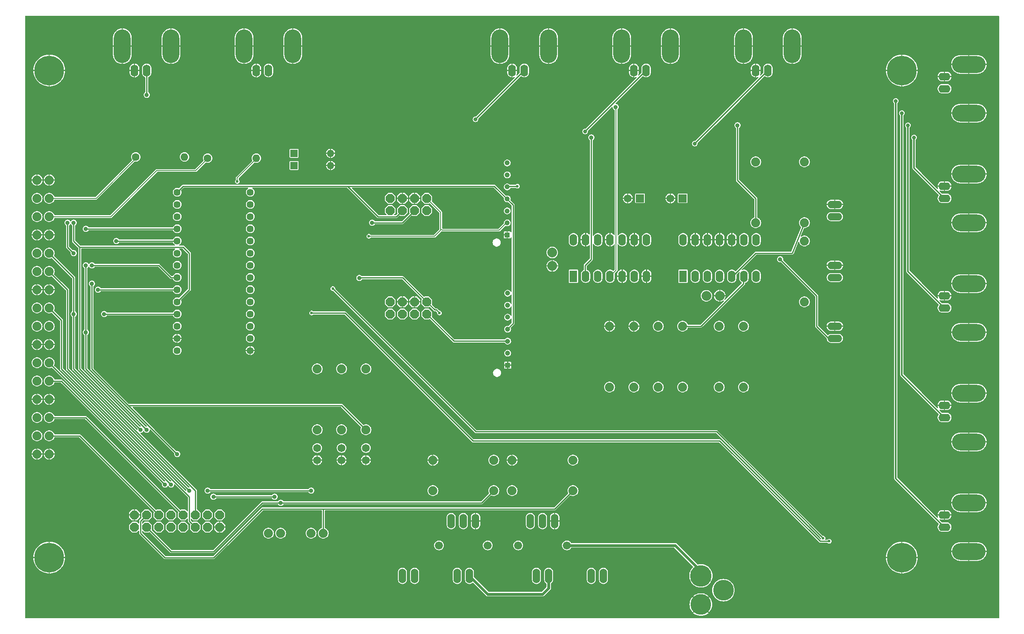
<source format=gbr>
%TF.GenerationSoftware,KiCad,Pcbnew,8.0.5*%
%TF.CreationDate,2024-10-01T14:45:49-04:00*%
%TF.ProjectId,HarveyBehaviorPCB_v2,48617276-6579-4426-9568-6176696f7250,rev?*%
%TF.SameCoordinates,Original*%
%TF.FileFunction,Copper,L2,Bot*%
%TF.FilePolarity,Positive*%
%FSLAX46Y46*%
G04 Gerber Fmt 4.6, Leading zero omitted, Abs format (unit mm)*
G04 Created by KiCad (PCBNEW 8.0.5) date 2024-10-01 14:45:49*
%MOMM*%
%LPD*%
G01*
G04 APERTURE LIST*
G04 Aperture macros list*
%AMOutline5P*
0 Free polygon, 5 corners , with rotation*
0 The origin of the aperture is its center*
0 number of corners: always 5*
0 $1 to $10 corner X, Y*
0 $11 Rotation angle, in degrees counterclockwise*
0 create outline with 5 corners*
4,1,5,$1,$2,$3,$4,$5,$6,$7,$8,$9,$10,$1,$2,$11*%
%AMOutline6P*
0 Free polygon, 6 corners , with rotation*
0 The origin of the aperture is its center*
0 number of corners: always 6*
0 $1 to $12 corner X, Y*
0 $13 Rotation angle, in degrees counterclockwise*
0 create outline with 6 corners*
4,1,6,$1,$2,$3,$4,$5,$6,$7,$8,$9,$10,$11,$12,$1,$2,$13*%
%AMOutline7P*
0 Free polygon, 7 corners , with rotation*
0 The origin of the aperture is its center*
0 number of corners: always 7*
0 $1 to $14 corner X, Y*
0 $15 Rotation angle, in degrees counterclockwise*
0 create outline with 7 corners*
4,1,7,$1,$2,$3,$4,$5,$6,$7,$8,$9,$10,$11,$12,$13,$14,$1,$2,$15*%
%AMOutline8P*
0 Free polygon, 8 corners , with rotation*
0 The origin of the aperture is its center*
0 number of corners: always 8*
0 $1 to $16 corner X, Y*
0 $17 Rotation angle, in degrees counterclockwise*
0 create outline with 8 corners*
4,1,8,$1,$2,$3,$4,$5,$6,$7,$8,$9,$10,$11,$12,$13,$14,$15,$16,$1,$2,$17*%
G04 Aperture macros list end*
%TA.AperFunction,ComponentPad*%
%ADD10O,1.524000X3.048000*%
%TD*%
%TA.AperFunction,ComponentPad*%
%ADD11O,2.500000X1.600000*%
%TD*%
%TA.AperFunction,ComponentPad*%
%ADD12O,7.000000X3.500000*%
%TD*%
%TA.AperFunction,ComponentPad*%
%ADD13Outline8P,-0.939800X0.389278X-0.389278X0.939800X0.389278X0.939800X0.939800X0.389278X0.939800X-0.389278X0.389278X-0.939800X-0.389278X-0.939800X-0.939800X-0.389278X0.000000*%
%TD*%
%TA.AperFunction,ComponentPad*%
%ADD14R,1.651000X1.651000*%
%TD*%
%TA.AperFunction,ComponentPad*%
%ADD15C,1.651000*%
%TD*%
%TA.AperFunction,ComponentPad*%
%ADD16C,1.879600*%
%TD*%
%TA.AperFunction,ComponentPad*%
%ADD17C,6.197600*%
%TD*%
%TA.AperFunction,ComponentPad*%
%ADD18C,1.676400*%
%TD*%
%TA.AperFunction,ComponentPad*%
%ADD19O,1.600000X2.500000*%
%TD*%
%TA.AperFunction,ComponentPad*%
%ADD20O,3.500000X7.000000*%
%TD*%
%TA.AperFunction,ComponentPad*%
%ADD21R,1.500000X1.500000*%
%TD*%
%TA.AperFunction,ComponentPad*%
%ADD22O,1.500000X1.500000*%
%TD*%
%TA.AperFunction,ComponentPad*%
%ADD23R,1.600000X2.400000*%
%TD*%
%TA.AperFunction,ComponentPad*%
%ADD24O,1.600000X2.400000*%
%TD*%
%TA.AperFunction,ComponentPad*%
%ADD25O,3.048000X1.524000*%
%TD*%
%TA.AperFunction,ComponentPad*%
%ADD26C,1.600000*%
%TD*%
%TA.AperFunction,ComponentPad*%
%ADD27O,1.600000X1.600000*%
%TD*%
%TA.AperFunction,ComponentPad*%
%ADD28C,2.032000*%
%TD*%
%TA.AperFunction,ComponentPad*%
%ADD29C,1.905000*%
%TD*%
%TA.AperFunction,ComponentPad*%
%ADD30C,1.050000*%
%TD*%
%TA.AperFunction,ComponentPad*%
%ADD31R,1.050000X1.050000*%
%TD*%
%TA.AperFunction,ComponentPad*%
%ADD32C,1.447800*%
%TD*%
%TA.AperFunction,ComponentPad*%
%ADD33C,4.500000*%
%TD*%
%TA.AperFunction,ComponentPad*%
%ADD34C,4.318000*%
%TD*%
%TA.AperFunction,ViaPad*%
%ADD35C,0.600000*%
%TD*%
%TA.AperFunction,ViaPad*%
%ADD36C,0.914400*%
%TD*%
%TA.AperFunction,ViaPad*%
%ADD37C,0.806400*%
%TD*%
%TA.AperFunction,Conductor*%
%ADD38C,0.254000*%
%TD*%
%TA.AperFunction,Conductor*%
%ADD39C,0.304800*%
%TD*%
%TA.AperFunction,Conductor*%
%ADD40C,0.609600*%
%TD*%
%TA.AperFunction,Conductor*%
%ADD41C,0.200000*%
%TD*%
G04 APERTURE END LIST*
D10*
%TO.P,Q2,1,G*%
%TO.N,Net-(Q2-G)*%
X133096000Y-142748000D03*
%TO.P,Q2,2,D*%
%TO.N,Net-(Q2-D)*%
X135636000Y-142748000D03*
%TO.P,Q2,3,S*%
%TO.N,GND*%
X138176000Y-142748000D03*
%TD*%
D11*
%TO.P,U$10,1,In*%
%TO.N,/USER_2*%
X219456000Y-144018000D03*
D12*
%TO.P,U$10,2,Ext*%
%TO.N,GND*%
X224536000Y-138938000D03*
D11*
X219456000Y-141478000D03*
D12*
X224536000Y-149098000D03*
%TD*%
D13*
%TO.P,J4,1,1*%
%TO.N,/MISO*%
X103886000Y-77978000D03*
%TO.P,J4,2,2*%
%TO.N,+3.3V*%
X103886000Y-75438000D03*
%TO.P,J4,3,3*%
%TO.N,/SCK*%
X106426000Y-77978000D03*
%TO.P,J4,4,4*%
%TO.N,GND*%
X106426000Y-75438000D03*
%TO.P,J4,5,5*%
%TO.N,/MOSI*%
X108966000Y-77978000D03*
%TO.P,J4,6,6*%
%TO.N,GND*%
X108966000Y-75438000D03*
%TO.P,J4,7,7*%
%TO.N,/CS1*%
X111506000Y-77978000D03*
%TO.P,J4,8,8*%
%TO.N,/MOT1*%
X111506000Y-75438000D03*
%TD*%
D14*
%TO.P,C2,1*%
%TO.N,Net-(IC3A-I)*%
X155956000Y-75438000D03*
D15*
%TO.P,C2,2*%
%TO.N,GND*%
X153416000Y-75438000D03*
%TD*%
D16*
%TO.P,R9,P$1,1*%
%TO.N,+3.3V*%
X190246000Y-84328000D03*
%TO.P,R9,P$2,2*%
%TO.N,/LICK_1_IN*%
X190246000Y-97028000D03*
%TD*%
D13*
%TO.P,J9,1,1*%
%TO.N,+3.3V*%
X50546000Y-144018000D03*
%TO.P,J9,2,2*%
%TO.N,GND*%
X50546000Y-141478000D03*
%TO.P,J9,3,3*%
%TO.N,/VALVE_1_TRIG*%
X53086000Y-144018000D03*
%TO.P,J9,4,4*%
%TO.N,/VALVE_2_TRIG*%
X53086000Y-141478000D03*
%TO.P,J9,5,5*%
%TO.N,/VEL_R*%
X55626000Y-144018000D03*
%TO.P,J9,6,6*%
%TO.N,/VEL_P*%
X55626000Y-141478000D03*
%TO.P,J9,7,7*%
%TO.N,/VEL_Y*%
X58166000Y-144018000D03*
%TO.P,J9,8,8*%
%TO.N,/PHOTODIODE*%
X58166000Y-141478000D03*
%TO.P,J9,9,9*%
%TO.N,/LICK_1*%
X60706000Y-144018000D03*
%TO.P,J9,10,10*%
%TO.N,/LICK_2*%
X60706000Y-141478000D03*
%TO.P,J9,11,11*%
%TO.N,/USER_1*%
X63246000Y-144018000D03*
%TO.P,J9,12,12*%
%TO.N,/USER_2*%
X63246000Y-141478000D03*
%TO.P,J9,13,13*%
%TO.N,/USER_3*%
X65786000Y-144018000D03*
%TO.P,J9,14,14*%
%TO.N,/USER_4*%
X65786000Y-141478000D03*
%TO.P,J9,15,15*%
%TO.N,GND*%
X68326000Y-144018000D03*
%TO.P,J9,16,16*%
%TO.N,+3.3V*%
X68326000Y-141478000D03*
%TD*%
D16*
%TO.P,JP3,1,1*%
%TO.N,/USER_4*%
X87376000Y-145288000D03*
%TO.P,JP3,2,2*%
%TO.N,/VALVE_2_TRIG*%
X89916000Y-145288000D03*
%TD*%
D17*
%TO.P,J11,P$1,1*%
%TO.N,GND*%
X210566000Y-150368000D03*
%TD*%
%TO.P,J2,P$1,1*%
%TO.N,GND*%
X32766000Y-150368000D03*
%TD*%
D18*
%TO.P,D1,A,A*%
%TO.N,Net-(Q2-D)*%
X130556000Y-147828000D03*
%TO.P,D1,C,C*%
%TO.N,V_Sol*%
X140716000Y-147828000D03*
%TD*%
D19*
%TO.P,U$4,1,In*%
%TO.N,/VEL_R*%
X157226000Y-48768000D03*
D20*
%TO.P,U$4,2,Ext*%
%TO.N,GND*%
X152146000Y-43688000D03*
D19*
X154686000Y-48768000D03*
D20*
X162306000Y-43688000D03*
%TD*%
D16*
%TO.P,R13,P$2,2*%
%TO.N,Net-(R13-2)*%
X88646000Y-110998000D03*
%TO.P,R13,P$1,1*%
%TO.N,/VEL_P*%
X88646000Y-123698000D03*
%TD*%
D10*
%TO.P,J18,1,1*%
%TO.N,+3.3V*%
X148336000Y-154178000D03*
%TO.P,J18,2,2*%
%TO.N,Net-(Q2-G)*%
X145796000Y-154178000D03*
%TD*%
%TO.P,Q1,1,G*%
%TO.N,Net-(Q1-G)*%
X116586000Y-142748000D03*
%TO.P,Q1,2,D*%
%TO.N,Net-(Q1-D)*%
X119126000Y-142748000D03*
%TO.P,Q1,3,S*%
%TO.N,GND*%
X121666000Y-142748000D03*
%TD*%
D21*
%TO.P,D3,1,K*%
%TO.N,/USER_4*%
X83815000Y-68580000D03*
D22*
%TO.P,D3,2,A*%
%TO.N,GND*%
X91435000Y-68580000D03*
%TD*%
D23*
%TO.P,IC1,1,OUT*%
%TO.N,Net-(IC1A-OUT)*%
X164934900Y-91693393D03*
D24*
%TO.P,IC1,2,-IN*%
%TO.N,Net-(IC1A--IN)*%
X167474900Y-91693393D03*
%TO.P,IC1,3,+IN*%
%TO.N,/LICK_1_IN*%
X170014900Y-91693393D03*
%TO.P,IC1,4,V+*%
%TO.N,+3.3V*%
X172554900Y-91693393D03*
%TO.P,IC1,5,+IN*%
%TO.N,/LICK_2_IN*%
X175094900Y-91693393D03*
%TO.P,IC1,6,-IN*%
%TO.N,Net-(IC1B--IN)*%
X177634900Y-91693393D03*
%TO.P,IC1,7,OUT*%
%TO.N,Net-(IC1B-OUT)*%
X180174900Y-91693393D03*
%TO.P,IC1,8,OUT*%
%TO.N,/PHOTODIODE*%
X180174900Y-84073393D03*
%TO.P,IC1,9,-IN*%
%TO.N,Net-(IC1C--IN)*%
X177634900Y-84073393D03*
%TO.P,IC1,10,+IN*%
%TO.N,GND*%
X175094900Y-84073393D03*
%TO.P,IC1,11,V-*%
X172554900Y-84073393D03*
%TO.P,IC1,12,+IN*%
X170014900Y-84073393D03*
%TO.P,IC1,13,-IN*%
X167474900Y-84073393D03*
%TO.P,IC1,14,OUT*%
%TO.N,unconnected-(IC1D-OUT-Pad14)*%
X164934900Y-84073393D03*
%TD*%
D16*
%TO.P,R12,P$1,1*%
%TO.N,/VEL_R*%
X93726000Y-123698000D03*
%TO.P,R12,P$2,2*%
%TO.N,Net-(R12-2)*%
X93726000Y-110998000D03*
%TD*%
%TO.P,R11,P$1,1*%
%TO.N,/VEL_Y*%
X98806000Y-123698000D03*
%TO.P,R11,P$2,2*%
%TO.N,Net-(R11-2)*%
X98806000Y-110998000D03*
%TD*%
D10*
%TO.P,J15,1,1*%
%TO.N,V_Sol*%
X120396000Y-154178000D03*
%TO.P,J15,2,2*%
%TO.N,Net-(Q1-D)*%
X117856000Y-154178000D03*
%TD*%
D25*
%TO.P,J8,1,1*%
%TO.N,GND*%
X196596000Y-102108000D03*
%TO.P,J8,2,2*%
%TO.N,Net-(IC1C--IN)*%
X196596000Y-104648000D03*
%TD*%
D21*
%TO.P,D4,1,K*%
%TO.N,/USER_3*%
X83815000Y-66040000D03*
D22*
%TO.P,D4,2,A*%
%TO.N,GND*%
X91435000Y-66040000D03*
%TD*%
D10*
%TO.P,J16,1,1*%
%TO.N,+3.3V*%
X108966000Y-154178000D03*
%TO.P,J16,2,2*%
%TO.N,Net-(Q1-G)*%
X106426000Y-154178000D03*
%TD*%
D16*
%TO.P,R4,P$1,1*%
%TO.N,Net-(IC1A--IN)*%
X149606000Y-114808000D03*
%TO.P,R4,P$2,2*%
%TO.N,GND*%
X149606000Y-102108000D03*
%TD*%
D26*
%TO.P,R17,1*%
%TO.N,/USER_4_IN*%
X50800000Y-66802000D03*
D27*
%TO.P,R17,2*%
%TO.N,/USER_4*%
X60960000Y-66802000D03*
%TD*%
D16*
%TO.P,R14,P$1,1*%
%TO.N,Net-(IC1C--IN)*%
X180086000Y-67818000D03*
%TO.P,R14,P$2,2*%
%TO.N,/PHOTODIODE*%
X180086000Y-80518000D03*
%TD*%
D15*
%TO.P,C5,1,1*%
%TO.N,/VEL_P*%
X88646000Y-127508000D03*
%TO.P,C5,2,2*%
%TO.N,GND*%
X88646000Y-130048000D03*
%TD*%
D16*
%TO.P,R2,P$1,1*%
%TO.N,Net-(C1-+)*%
X172466000Y-114808000D03*
%TO.P,R2,P$2,2*%
%TO.N,Net-(IC1A-OUT)*%
X172466000Y-102108000D03*
%TD*%
D28*
%TO.P,C7,1,1*%
%TO.N,+3.3V*%
X169799000Y-95758000D03*
%TO.P,C7,2,2*%
%TO.N,GND*%
X172593000Y-95758000D03*
%TD*%
D13*
%TO.P,J5,1,1*%
%TO.N,/MISO*%
X103886000Y-99568000D03*
%TO.P,J5,2,2*%
%TO.N,+3.3V*%
X103886000Y-97028000D03*
%TO.P,J5,3,3*%
%TO.N,/SCK*%
X106426000Y-99568000D03*
%TO.P,J5,4,4*%
%TO.N,GND*%
X106426000Y-97028000D03*
%TO.P,J5,5,5*%
%TO.N,/MOSI*%
X108966000Y-99568000D03*
%TO.P,J5,6,6*%
%TO.N,GND*%
X108966000Y-97028000D03*
%TO.P,J5,7,7*%
%TO.N,/CS2*%
X111506000Y-99568000D03*
%TO.P,J5,8,8*%
%TO.N,/MOT2*%
X111506000Y-97028000D03*
%TD*%
D15*
%TO.P,C4,1,1*%
%TO.N,/VEL_R*%
X93726000Y-127508000D03*
%TO.P,C4,2,2*%
%TO.N,GND*%
X93726000Y-130048000D03*
%TD*%
D19*
%TO.P,U$2,1,In*%
%TO.N,/VALVE_2_TRIG*%
X78486000Y-48768000D03*
D20*
%TO.P,U$2,2,Ext*%
%TO.N,GND*%
X73406000Y-43688000D03*
D19*
X75946000Y-48768000D03*
D20*
X83566000Y-43688000D03*
%TD*%
D16*
%TO.P,R1,P$1,1*%
%TO.N,/VALVE_2_TRIG*%
X141986000Y-136398000D03*
%TO.P,R1,P$2,2*%
%TO.N,Net-(Q2-G)*%
X129286000Y-136398000D03*
%TD*%
%TO.P,R16,P$1,1*%
%TO.N,GND*%
X129286000Y-130048000D03*
%TO.P,R16,P$2,2*%
%TO.N,Net-(Q2-G)*%
X141986000Y-130048000D03*
%TD*%
%TO.P,R15,P$1,1*%
%TO.N,GND*%
X112776000Y-130048000D03*
%TO.P,R15,P$2,2*%
%TO.N,Net-(Q1-G)*%
X125476000Y-130048000D03*
%TD*%
%TO.P,R5,P$1,1*%
%TO.N,+3.3V*%
X164846000Y-114808000D03*
%TO.P,R5,P$2,2*%
%TO.N,Net-(IC1B--IN)*%
X164846000Y-102108000D03*
%TD*%
%TO.P,R6,P$1,1*%
%TO.N,Net-(IC1B--IN)*%
X154686000Y-114808000D03*
%TO.P,R6,P$2,2*%
%TO.N,GND*%
X154686000Y-102108000D03*
%TD*%
D10*
%TO.P,J17,1,1*%
%TO.N,V_Sol*%
X136906000Y-154178000D03*
%TO.P,J17,2,2*%
%TO.N,Net-(Q2-D)*%
X134366000Y-154178000D03*
%TD*%
D19*
%TO.P,U$1,1,In*%
%TO.N,/VALVE_1_TRIG*%
X53086000Y-48768000D03*
D20*
%TO.P,U$1,2,Ext*%
%TO.N,GND*%
X48006000Y-43688000D03*
D19*
X50546000Y-48768000D03*
D20*
X58166000Y-43688000D03*
%TD*%
D29*
%TO.P,JP1,1,1*%
%TO.N,GND*%
X32766000Y-71628000D03*
D16*
%TO.P,JP1,2,2*%
%TO.N,/USER_4_IN*%
X32766000Y-75438000D03*
%TO.P,JP1,3,3*%
%TO.N,/USER_3_IN*%
X32766000Y-79248000D03*
%TO.P,JP1,4,4*%
%TO.N,GND*%
X32766000Y-83058000D03*
%TO.P,JP1,5,5*%
%TO.N,/USER_2*%
X32766000Y-86868000D03*
%TO.P,JP1,6,6*%
%TO.N,/LICK_1*%
X32766000Y-90678000D03*
%TO.P,JP1,7,7*%
%TO.N,GND*%
X32766000Y-94488000D03*
%TO.P,JP1,8,8*%
%TO.N,/USER_1*%
X32766000Y-98298000D03*
%TO.P,JP1,9,9*%
%TO.N,/VEL_Y*%
X32766000Y-102108000D03*
%TO.P,JP1,10,10*%
%TO.N,GND*%
X32766000Y-105918000D03*
%TO.P,JP1,11,11*%
%TO.N,/PHOTODIODE*%
X32766000Y-109728000D03*
%TO.P,JP1,12,12*%
%TO.N,/VEL_R*%
X32766000Y-113538000D03*
%TO.P,JP1,13,13*%
%TO.N,GND*%
X32766000Y-117348000D03*
%TO.P,JP1,14,14*%
%TO.N,/LICK_2*%
X32766000Y-121158000D03*
%TO.P,JP1,15,15*%
%TO.N,/VEL_P*%
X32766000Y-124968000D03*
%TO.P,JP1,16,16*%
%TO.N,GND*%
X32766000Y-128778000D03*
D29*
%TO.P,JP1,17,1*%
X30226000Y-71628000D03*
D16*
%TO.P,JP1,18,2*%
%TO.N,/USER_4_IN*%
X30226000Y-75438000D03*
%TO.P,JP1,19,3*%
%TO.N,/USER_3_IN*%
X30226000Y-79248000D03*
%TO.P,JP1,20,4*%
%TO.N,GND*%
X30226000Y-83058000D03*
%TO.P,JP1,21,5*%
%TO.N,/USER_2*%
X30226000Y-86868000D03*
%TO.P,JP1,22,6*%
%TO.N,/LICK_1*%
X30226000Y-90678000D03*
%TO.P,JP1,23,7*%
%TO.N,GND*%
X30226000Y-94488000D03*
%TO.P,JP1,24,8*%
%TO.N,/USER_1*%
X30226000Y-98298000D03*
%TO.P,JP1,25,9*%
%TO.N,/VEL_Y*%
X30226000Y-102108000D03*
%TO.P,JP1,26,10*%
%TO.N,GND*%
X30226000Y-105918000D03*
%TO.P,JP1,27,11*%
%TO.N,/PHOTODIODE*%
X30226000Y-109728000D03*
%TO.P,JP1,28,12*%
%TO.N,/VEL_R*%
X30226000Y-113538000D03*
%TO.P,JP1,29,13*%
%TO.N,GND*%
X30226000Y-117348000D03*
%TO.P,JP1,30,14*%
%TO.N,/LICK_2*%
X30226000Y-121158000D03*
%TO.P,JP1,31,15*%
%TO.N,/VEL_P*%
X30226000Y-124968000D03*
%TO.P,JP1,32,16*%
%TO.N,GND*%
X30226000Y-128778000D03*
%TD*%
D11*
%TO.P,U$7,1,In*%
%TO.N,/LICK_2*%
X219456000Y-75438000D03*
D12*
%TO.P,U$7,2,Ext*%
%TO.N,GND*%
X224536000Y-70358000D03*
D11*
X219456000Y-72898000D03*
D12*
X224536000Y-80518000D03*
%TD*%
D30*
%TO.P,J13,7,Pin_7*%
%TO.N,+3.3V*%
X128358900Y-95236000D03*
%TO.P,J13,6,Pin_6*%
%TO.N,/MISO*%
X128358900Y-97736000D03*
%TO.P,J13,5,Pin_5*%
%TO.N,/MOSI*%
X128358900Y-100236000D03*
%TO.P,J13,4,Pin_4*%
%TO.N,/SCK*%
X128358900Y-102736000D03*
%TO.P,J13,3,Pin_3*%
%TO.N,/CS2*%
X128358900Y-105236000D03*
%TO.P,J13,2,Pin_2*%
%TO.N,/MOT2*%
X128358900Y-107736000D03*
D31*
%TO.P,J13,1,Pin_1*%
%TO.N,GND*%
X128358900Y-110236000D03*
%TD*%
D15*
%TO.P,C3,1,1*%
%TO.N,/VEL_Y*%
X98806000Y-127508000D03*
%TO.P,C3,2,2*%
%TO.N,GND*%
X98806000Y-130048000D03*
%TD*%
D19*
%TO.P,U$3,1,In*%
%TO.N,/VEL_P*%
X182626000Y-48768000D03*
D20*
%TO.P,U$3,2,Ext*%
%TO.N,GND*%
X177546000Y-43688000D03*
D19*
X180086000Y-48768000D03*
D20*
X187706000Y-43688000D03*
%TD*%
D30*
%TO.P,J12,7,Pin_7*%
%TO.N,+3.3V*%
X128270000Y-68058000D03*
%TO.P,J12,6,Pin_6*%
%TO.N,/MISO*%
X128270000Y-70558000D03*
%TO.P,J12,5,Pin_5*%
%TO.N,/MOSI*%
X128270000Y-73058000D03*
%TO.P,J12,4,Pin_4*%
%TO.N,/SCK*%
X128270000Y-75558000D03*
%TO.P,J12,3,Pin_3*%
%TO.N,/CS1*%
X128270000Y-78058000D03*
%TO.P,J12,2,Pin_2*%
%TO.N,/MOT1*%
X128270000Y-80558000D03*
D31*
%TO.P,J12,1,Pin_1*%
%TO.N,GND*%
X128270000Y-83058000D03*
%TD*%
D25*
%TO.P,J7,1,1*%
%TO.N,GND*%
X196596000Y-76708000D03*
%TO.P,J7,2,2*%
%TO.N,/LICK_2_IN*%
X196596000Y-79248000D03*
%TD*%
D16*
%TO.P,R8,P$1,1*%
%TO.N,Net-(IC3A-I)*%
X177546000Y-114808000D03*
%TO.P,R8,P$2,2*%
%TO.N,Net-(IC1B-OUT)*%
X177546000Y-102108000D03*
%TD*%
D25*
%TO.P,J6,1,1*%
%TO.N,GND*%
X196596000Y-89408000D03*
%TO.P,J6,2,2*%
%TO.N,/LICK_1_IN*%
X196596000Y-91948000D03*
%TD*%
D17*
%TO.P,J10,P$1,1*%
%TO.N,GND*%
X210566000Y-48768000D03*
%TD*%
D14*
%TO.P,C1,1,+*%
%TO.N,Net-(C1-+)*%
X164846000Y-75438000D03*
D15*
%TO.P,C1,2,-*%
%TO.N,GND*%
X162306000Y-75438000D03*
%TD*%
D17*
%TO.P,J3,P$1,1*%
%TO.N,GND*%
X32766000Y-48768000D03*
%TD*%
D11*
%TO.P,U$8,1,In*%
%TO.N,/PHOTODIODE*%
X219456000Y-98298000D03*
D12*
%TO.P,U$8,2,Ext*%
%TO.N,GND*%
X224536000Y-93218000D03*
D11*
X219456000Y-95758000D03*
D12*
X224536000Y-103378000D03*
%TD*%
D23*
%TO.P,IC3,1,I*%
%TO.N,Net-(IC3A-I)*%
X142074900Y-91693393D03*
D24*
%TO.P,IC3,2,O*%
%TO.N,/LICK_2*%
X144614900Y-91693393D03*
%TO.P,IC3,3,I*%
%TO.N,Net-(C1-+)*%
X147154900Y-91693393D03*
%TO.P,IC3,4,O*%
%TO.N,/LICK_1*%
X149694900Y-91693393D03*
%TO.P,IC3,5,I*%
%TO.N,GND*%
X152234900Y-91693393D03*
%TO.P,IC3,6,O*%
%TO.N,unconnected-(IC3C-O-Pad6)*%
X154774900Y-91693393D03*
%TO.P,IC3,7,VSS*%
%TO.N,GND*%
X157314900Y-91693393D03*
%TO.P,IC3,8,O*%
%TO.N,unconnected-(IC3D-O-Pad8)*%
X157314900Y-84073393D03*
%TO.P,IC3,9,I*%
%TO.N,GND*%
X154774900Y-84073393D03*
%TO.P,IC3,10,O*%
%TO.N,unconnected-(IC3E-O-Pad10)*%
X152234900Y-84073393D03*
%TO.P,IC3,11,I*%
%TO.N,GND*%
X149694900Y-84073393D03*
%TO.P,IC3,12,O*%
%TO.N,unconnected-(IC3F-O-Pad12)*%
X147154900Y-84073393D03*
%TO.P,IC3,13,I*%
%TO.N,GND*%
X144614900Y-84073393D03*
%TO.P,IC3,14,VDD*%
%TO.N,+3.3V*%
X142074900Y-84073393D03*
%TD*%
D16*
%TO.P,R3,P$1,1*%
%TO.N,+3.3V*%
X159766000Y-114808000D03*
%TO.P,R3,P$2,2*%
%TO.N,Net-(IC1A--IN)*%
X159766000Y-102108000D03*
%TD*%
%TO.P,JP2,1,1*%
%TO.N,/USER_3*%
X78486000Y-145288000D03*
%TO.P,JP2,2,2*%
%TO.N,/VALVE_1_TRIG*%
X81026000Y-145288000D03*
%TD*%
D18*
%TO.P,D2,A,A*%
%TO.N,Net-(Q1-D)*%
X114046000Y-147828000D03*
%TO.P,D2,C,C*%
%TO.N,V_Sol*%
X124206000Y-147828000D03*
%TD*%
D16*
%TO.P,R10,P$1,1*%
%TO.N,+3.3V*%
X190246000Y-67818000D03*
%TO.P,R10,P$2,2*%
%TO.N,/LICK_2_IN*%
X190246000Y-80518000D03*
%TD*%
D28*
%TO.P,C6,1,1*%
%TO.N,+3.3V*%
X137668000Y-86741000D03*
%TO.P,C6,2,2*%
%TO.N,GND*%
X137668000Y-89535000D03*
%TD*%
D11*
%TO.P,U$9,1,In*%
%TO.N,/USER_1*%
X219456000Y-121158000D03*
D12*
%TO.P,U$9,2,Ext*%
%TO.N,GND*%
X224536000Y-116078000D03*
D11*
X219456000Y-118618000D03*
D12*
X224536000Y-126238000D03*
%TD*%
D16*
%TO.P,R7,P$1,1*%
%TO.N,/VALVE_1_TRIG*%
X125476000Y-136398000D03*
%TO.P,R7,P$2,2*%
%TO.N,Net-(Q1-G)*%
X112776000Y-136398000D03*
%TD*%
D19*
%TO.P,U$5,1,In*%
%TO.N,/VEL_Y*%
X131826000Y-48768000D03*
D20*
%TO.P,U$5,2,Ext*%
%TO.N,GND*%
X126746000Y-43688000D03*
D19*
X129286000Y-48768000D03*
D20*
X136906000Y-43688000D03*
%TD*%
D26*
%TO.P,R18,1*%
%TO.N,/USER_3_IN*%
X65786000Y-67056000D03*
D27*
%TO.P,R18,2*%
%TO.N,/USER_3*%
X75946000Y-67056000D03*
%TD*%
D11*
%TO.P,U$6,1,In*%
%TO.N,/LICK_1*%
X219456000Y-52578000D03*
D12*
%TO.P,U$6,2,Ext*%
%TO.N,GND*%
X224536000Y-47498000D03*
D11*
X219456000Y-50038000D03*
D12*
X224536000Y-57658000D03*
%TD*%
D32*
%TO.P,TEENSY0,0,0/RX1/T*%
%TO.N,/CS1*%
X74676000Y-104648000D03*
%TO.P,TEENSY0,1,1/TX1/T*%
%TO.N,/CS2*%
X74676000Y-102108000D03*
%TO.P,TEENSY0,2,2*%
%TO.N,unconnected-(TEENSY0-Pad2)*%
X74676000Y-99568000D03*
%TO.P,TEENSY0,3,3/CAN-TX/PWM*%
%TO.N,Net-(R13-2)*%
X74676000Y-97028000D03*
%TO.P,TEENSY0,3.3V,3.3V*%
%TO.N,+3.3V*%
X59436000Y-102108000D03*
%TO.P,TEENSY0,4,4/CAN-RX/PWM*%
%TO.N,Net-(R12-2)*%
X74676000Y-94488000D03*
%TO.P,TEENSY0,5,5/PWM*%
%TO.N,Net-(R11-2)*%
X74676000Y-91948000D03*
%TO.P,TEENSY0,6,6/PWM*%
%TO.N,unconnected-(TEENSY0-6{slash}PWM-Pad6)*%
X74676000Y-89408000D03*
%TO.P,TEENSY0,7,7/RX3*%
%TO.N,unconnected-(TEENSY0-7{slash}RX3-Pad7)*%
X74676000Y-86868000D03*
%TO.P,TEENSY0,8,8/TX3*%
%TO.N,unconnected-(TEENSY0-8{slash}TX3-Pad8)*%
X74676000Y-84328000D03*
%TO.P,TEENSY0,9,9/RX2/PWM*%
%TO.N,unconnected-(TEENSY0-9{slash}RX2{slash}PWM-Pad9)*%
X74676000Y-81788000D03*
%TO.P,TEENSY0,10,10/TX2/PWM*%
%TO.N,unconnected-(TEENSY0-10{slash}TX2{slash}PWM-Pad10)*%
X74676000Y-79248000D03*
%TO.P,TEENSY0,11,11/MOSI*%
%TO.N,/MOSI*%
X74676000Y-76708000D03*
%TO.P,TEENSY0,12,12/MISO*%
%TO.N,/MISO*%
X74676000Y-74168000D03*
%TO.P,TEENSY0,13,13/SCK/LED*%
%TO.N,/SCK*%
X59436000Y-74168000D03*
%TO.P,TEENSY0,14/A0,14/A1*%
%TO.N,/USER_3*%
X59436000Y-76708000D03*
%TO.P,TEENSY0,15/A1,15/A1/T*%
%TO.N,/USER_4*%
X59436000Y-79248000D03*
%TO.P,TEENSY0,16/A2,16/A2/T*%
%TO.N,/LICK_1*%
X59436000Y-81788000D03*
%TO.P,TEENSY0,17/A3,17/A3/T*%
%TO.N,/LICK_2*%
X59436000Y-84328000D03*
%TO.P,TEENSY0,18/A4,18/A4/T/SDA0*%
%TO.N,/SDA-D18*%
X59436000Y-86868000D03*
%TO.P,TEENSY0,19/A5,19/A5/T/SCL0*%
%TO.N,/SCL-D19*%
X59436000Y-89408000D03*
%TO.P,TEENSY0,20/A6,20/A6/PWM*%
%TO.N,/USER_1*%
X59436000Y-91948000D03*
%TO.P,TEENSY0,21/A7,21/A7/PWM*%
%TO.N,/USER_2*%
X59436000Y-94488000D03*
%TO.P,TEENSY0,22/A8,22/A8/T/PWM*%
%TO.N,/VALVE_1_TRIG*%
X59436000Y-97028000D03*
%TO.P,TEENSY0,23/A9,23/A9/T/PWM*%
%TO.N,/VALVE_2_TRIG*%
X59436000Y-99568000D03*
%TO.P,TEENSY0,AGND,AGND*%
%TO.N,GND*%
X59436000Y-104648000D03*
%TO.P,TEENSY0,GND,GND*%
X74676000Y-107188000D03*
%TO.P,TEENSY0,VIN,VIN*%
%TO.N,unconnected-(TEENSY0-PadVIN)*%
X59436000Y-107188000D03*
%TD*%
D33*
%TO.P,J1,1*%
%TO.N,V_Sol*%
X168656000Y-154178000D03*
D34*
%TO.P,J1,2*%
%TO.N,GND*%
X168656000Y-160177480D03*
%TO.P,J1,3*%
%TO.N,N/C*%
X173355000Y-157177740D03*
%TD*%
D35*
%TO.N,GND*%
X192239900Y-146964400D03*
D36*
%TO.N,/VEL_Y*%
X59436000Y-128778000D03*
X41656000Y-93218000D03*
D37*
X121666000Y-58928000D03*
%TO.N,/VEL_R*%
X144526000Y-61468000D03*
D36*
X56896000Y-135128000D03*
D37*
%TO.N,/VEL_P*%
X167386000Y-64008000D03*
D36*
%TO.N,/USER_4*%
X87376000Y-136398000D03*
X65786000Y-136398000D03*
%TO.N,/MOSI*%
X100076000Y-80518000D03*
D35*
X130390900Y-72898000D03*
%TO.N,/MOT1*%
X99402900Y-83337400D03*
%TO.N,/MOT2*%
X114134900Y-99339400D03*
D36*
X97440750Y-92043250D03*
%TO.N,Net-(IC1C--IN)*%
X185166000Y-88138000D03*
%TO.N,/LICK_1*%
X150876000Y-56388000D03*
X61976000Y-136398000D03*
X40386000Y-81788000D03*
%TO.N,/VALVE_2_TRIG*%
X40386000Y-103378000D03*
X36576000Y-80518000D03*
X40386000Y-89408000D03*
X53086000Y-123698000D03*
X37846000Y-86868000D03*
X44196000Y-99568000D03*
%TO.N,/PHOTODIODE*%
X176276000Y-60198000D03*
X58166000Y-135128000D03*
D37*
X211836000Y-60198000D03*
D36*
%TO.N,/VALVE_1_TRIG*%
X51816000Y-123698000D03*
X37846000Y-80518000D03*
X81026000Y-138938000D03*
X53086000Y-53848000D03*
%TO.N,/USER_2*%
X37846000Y-99568000D03*
X42926000Y-94488000D03*
D37*
X209296000Y-55118000D03*
D36*
%TO.N,/USER_3*%
X79756000Y-137668000D03*
D35*
X71970900Y-71907400D03*
D36*
X67005200Y-137668000D03*
D37*
%TO.N,/USER_1*%
X210566000Y-57658000D03*
D36*
X41656000Y-89408000D03*
D37*
%TO.N,/LICK_2*%
X213106000Y-62738000D03*
D36*
X46736000Y-84328000D03*
X145796000Y-62738000D03*
D35*
%TO.N,/SDA*%
X194144900Y-146329400D03*
X91909900Y-94259400D03*
%TO.N,/SCL*%
X87464900Y-99339400D03*
X195414900Y-146964400D03*
%TD*%
D38*
%TO.N,/VEL_Y*%
X98806000Y-123698000D02*
X93726000Y-118618000D01*
X49276000Y-118618000D02*
X41656000Y-110998000D01*
D39*
X121666000Y-58928000D02*
X131826000Y-48768000D01*
D38*
X59436000Y-128778000D02*
X49276000Y-118618000D01*
X41656000Y-110998000D02*
X41656000Y-93218000D01*
X93726000Y-118618000D02*
X49276000Y-118618000D01*
%TO.N,/VEL_R*%
X32766000Y-113538000D02*
X35306000Y-113538000D01*
X35306000Y-113538000D02*
X56896000Y-135128000D01*
D39*
X144526000Y-61468000D02*
X157226000Y-48768000D01*
D38*
%TO.N,/VEL_P*%
X32766000Y-124968000D02*
X39116000Y-124968000D01*
X39116000Y-124968000D02*
X55626000Y-141478000D01*
D39*
X167386000Y-64008000D02*
X182626000Y-48768000D01*
D40*
%TO.N,V_Sol*%
X136906000Y-156718000D02*
X135636000Y-157988000D01*
X163306000Y-147828000D02*
X140716000Y-147828000D01*
X124206000Y-157988000D02*
X120396000Y-154178000D01*
X135636000Y-157988000D02*
X124206000Y-157988000D01*
X168656000Y-153178000D02*
X163306000Y-147828000D01*
X136906000Y-154178000D02*
X136906000Y-156718000D01*
D38*
%TO.N,/USER_4*%
X87376000Y-136398000D02*
X65786000Y-136398000D01*
%TO.N,/SCK*%
X94996000Y-72898000D02*
X125539500Y-72898000D01*
X94996000Y-72898000D02*
X101346000Y-79248000D01*
X105156000Y-79248000D02*
X106426000Y-77978000D01*
X60706000Y-72898000D02*
X94996000Y-72898000D01*
X129488300Y-101512000D02*
X128358900Y-102641400D01*
X129488300Y-76846800D02*
X129488300Y-101512000D01*
X59436000Y-74168000D02*
X60706000Y-72898000D01*
X101346000Y-79248000D02*
X105156000Y-79248000D01*
X125539500Y-72898000D02*
X129488300Y-76846800D01*
%TO.N,/MOSI*%
X130390900Y-72898000D02*
X130365500Y-72923400D01*
X106426000Y-80518000D02*
X108966000Y-77978000D01*
X100076000Y-80518000D02*
X106426000Y-80518000D01*
X130365500Y-72923400D02*
X128104900Y-72923400D01*
D41*
%TO.N,/MOT1*%
X114668300Y-82067400D02*
X114388900Y-81788000D01*
X126580900Y-82067400D02*
X114668300Y-82067400D01*
X114388900Y-81788000D02*
X114388900Y-78320900D01*
X113118900Y-83337400D02*
X114388900Y-82067400D01*
X99402900Y-83337400D02*
X113118900Y-83337400D01*
X128104900Y-80543400D02*
X126580900Y-82067400D01*
X114388900Y-78320900D02*
X111506000Y-75438000D01*
X114388900Y-82067400D02*
X114388900Y-81788000D01*
D38*
%TO.N,/MOT2*%
X97510600Y-91973400D02*
X106451400Y-91973400D01*
X106451400Y-91973400D02*
X111506000Y-97028000D01*
X97440750Y-92043250D02*
X97510600Y-91973400D01*
X113182400Y-98704400D02*
X111506000Y-97028000D01*
X113499900Y-98704400D02*
X113182400Y-98704400D01*
X114134900Y-99339400D02*
X113499900Y-98704400D01*
%TO.N,/CS2*%
X111506000Y-99568000D02*
X117119400Y-105181400D01*
X117119400Y-105181400D02*
X128358900Y-105181400D01*
%TO.N,/LICK_2_IN*%
X175006000Y-91948000D02*
X180086000Y-86868000D01*
X180086000Y-86868000D02*
X187706000Y-86868000D01*
X187706000Y-86868000D02*
X190246000Y-80518000D01*
%TO.N,Net-(IC1C--IN)*%
X192786000Y-95758000D02*
X192786000Y-102108000D01*
X192786000Y-102108000D02*
X195326000Y-104648000D01*
X185166000Y-88138000D02*
X192786000Y-95758000D01*
X195326000Y-104648000D02*
X196596000Y-104648000D01*
%TO.N,/LICK_1*%
X32766000Y-90678000D02*
X36576000Y-94488000D01*
X36576000Y-110998000D02*
X61976000Y-136398000D01*
X59436000Y-81788000D02*
X40386000Y-81788000D01*
X36576000Y-94488000D02*
X36576000Y-110998000D01*
D41*
X150964900Y-90423393D02*
X150964900Y-56476900D01*
X150964900Y-56476900D02*
X150876000Y-56388000D01*
X149694900Y-91693393D02*
X150964900Y-90423393D01*
D38*
%TO.N,/VALVE_2_TRIG*%
X40386000Y-103378000D02*
X40386000Y-110998000D01*
X59436000Y-99568000D02*
X44196000Y-99568000D01*
X89916000Y-140208000D02*
X138176000Y-140208000D01*
X36576000Y-85598000D02*
X37846000Y-86868000D01*
X40386000Y-110998000D02*
X53086000Y-123698000D01*
X138176000Y-140208000D02*
X141986000Y-136398000D01*
X36576000Y-80518000D02*
X36576000Y-85598000D01*
X89916000Y-145288000D02*
X89916000Y-140208000D01*
X40386000Y-89408000D02*
X40386000Y-103378000D01*
%TO.N,/PHOTODIODE*%
X176276000Y-71628000D02*
X176276000Y-60198000D01*
X180086000Y-80518000D02*
X180086000Y-75438000D01*
X32766000Y-109728000D02*
X58166000Y-135128000D01*
D39*
X211836000Y-90678000D02*
X219456000Y-98298000D01*
D38*
X180086000Y-75438000D02*
X176276000Y-71628000D01*
D39*
X211836000Y-60198000D02*
X211836000Y-90678000D01*
D38*
%TO.N,/VALVE_1_TRIG*%
X60706000Y-85598000D02*
X61976000Y-86868000D01*
X37846000Y-80518000D02*
X37846000Y-84328000D01*
X77216000Y-138938000D02*
X67056000Y-149098000D01*
X58166000Y-149098000D02*
X53086000Y-144018000D01*
X125476000Y-136398000D02*
X122936000Y-138938000D01*
X61976000Y-86868000D02*
X61976000Y-94488000D01*
X61976000Y-94488000D02*
X59436000Y-97028000D01*
X53086000Y-48768000D02*
X53086000Y-53848000D01*
X67056000Y-149098000D02*
X58166000Y-149098000D01*
X39116000Y-85598000D02*
X60706000Y-85598000D01*
X39116000Y-110998000D02*
X39116000Y-85598000D01*
X37846000Y-84328000D02*
X39116000Y-85598000D01*
X122936000Y-138938000D02*
X81026000Y-138938000D01*
X81026000Y-138938000D02*
X77216000Y-138938000D01*
X51816000Y-123698000D02*
X39116000Y-110998000D01*
D39*
%TO.N,/USER_2*%
X209296000Y-133858000D02*
X209296000Y-55118000D01*
D38*
X37846000Y-110998000D02*
X63246000Y-136398000D01*
D39*
X219456000Y-144018000D02*
X209296000Y-133858000D01*
D38*
X63246000Y-136398000D02*
X63246000Y-141478000D01*
X37846000Y-99568000D02*
X37846000Y-110998000D01*
X37846000Y-91948000D02*
X37846000Y-99568000D01*
X32766000Y-86868000D02*
X37846000Y-91948000D01*
X59436000Y-94488000D02*
X42926000Y-94488000D01*
D41*
%TO.N,/USER_3*%
X76034900Y-67081400D02*
X71970900Y-71145400D01*
X71970900Y-71145400D02*
X71970900Y-71907400D01*
D38*
X79756000Y-137668000D02*
X67005200Y-137668000D01*
%TO.N,/USER_1*%
X59436000Y-91948000D02*
X58166000Y-91948000D01*
X32766000Y-98298000D02*
X35306000Y-100838000D01*
D39*
X210566000Y-112268000D02*
X219456000Y-121158000D01*
X210566000Y-57658000D02*
X210566000Y-112268000D01*
D38*
X61976000Y-137668000D02*
X61976000Y-142748000D01*
X35306000Y-110998000D02*
X61976000Y-137668000D01*
X61976000Y-142748000D02*
X63246000Y-144018000D01*
X55626000Y-89408000D02*
X41656000Y-89408000D01*
X35306000Y-100838000D02*
X35306000Y-110998000D01*
X58166000Y-91948000D02*
X55626000Y-89408000D01*
%TO.N,/LICK_2*%
X144526000Y-91948000D02*
X144526000Y-89408000D01*
X145796000Y-88138000D02*
X145796000Y-62738000D01*
X32766000Y-121158000D02*
X40386000Y-121158000D01*
X40386000Y-121158000D02*
X60706000Y-141478000D01*
D39*
X213106000Y-62738000D02*
X213106000Y-69088000D01*
D38*
X59436000Y-84328000D02*
X46736000Y-84328000D01*
D39*
X213106000Y-69088000D02*
X219456000Y-75438000D01*
D38*
X144526000Y-89408000D02*
X145796000Y-88138000D01*
%TO.N,/SDA*%
X91909900Y-94259400D02*
X121754900Y-124104400D01*
X121754900Y-124104400D02*
X171919900Y-124104400D01*
X171919900Y-124104400D02*
X194144900Y-146329400D01*
%TO.N,/SCL*%
X94449900Y-99339400D02*
X121119900Y-126009400D01*
X193509900Y-146964400D02*
X195414900Y-146964400D01*
X172554900Y-126009400D02*
X193509900Y-146964400D01*
X121119900Y-126009400D02*
X172554900Y-126009400D01*
X87464900Y-99339400D02*
X94449900Y-99339400D01*
D41*
%TO.N,/USER_4_IN*%
X42532300Y-75438000D02*
X50888900Y-67081400D01*
X32766000Y-75438000D02*
X42532300Y-75438000D01*
%TO.N,/USER_3_IN*%
X32766000Y-79248000D02*
X45580300Y-79248000D01*
X55206900Y-69621400D02*
X63334900Y-69621400D01*
X63334900Y-69621400D02*
X65874900Y-67081400D01*
X45580300Y-79248000D02*
X55206900Y-69621400D01*
D38*
%TO.N,Net-(IC1B--IN)*%
X164846000Y-102108000D02*
X168656000Y-102108000D01*
X177546000Y-93218000D02*
X177546000Y-91948000D01*
X168656000Y-102108000D02*
X177546000Y-93218000D01*
%TO.N,/VALVE_2_TRIG*%
X53086000Y-141478000D02*
X51816000Y-142748000D01*
X56896000Y-150368000D02*
X67056000Y-150368000D01*
X51816000Y-145288000D02*
X56896000Y-150368000D01*
X67056000Y-150368000D02*
X77216000Y-140208000D01*
X51816000Y-142748000D02*
X51816000Y-145288000D01*
X77216000Y-140208000D02*
X89916000Y-140208000D01*
%TD*%
%TA.AperFunction,Conductor*%
%TO.N,GND*%
G36*
X230819031Y-37382713D02*
G01*
X230855576Y-37433013D01*
X230860500Y-37464100D01*
X230860500Y-162941900D01*
X230841287Y-163001031D01*
X230790987Y-163037576D01*
X230759900Y-163042500D01*
X27812100Y-163042500D01*
X27752969Y-163023287D01*
X27716424Y-162972987D01*
X27711500Y-162941900D01*
X27711500Y-160177480D01*
X166288731Y-160177480D01*
X166308983Y-160486470D01*
X166308983Y-160486473D01*
X166369395Y-160790176D01*
X166369396Y-160790181D01*
X166468923Y-161083381D01*
X166468928Y-161083393D01*
X166605884Y-161361113D01*
X166605890Y-161361124D01*
X166777920Y-161618584D01*
X166914953Y-161774840D01*
X166914954Y-161774840D01*
X167524487Y-161165307D01*
X167668171Y-161308991D01*
X167058638Y-161918525D01*
X167214895Y-162055559D01*
X167472355Y-162227589D01*
X167472366Y-162227595D01*
X167750086Y-162364551D01*
X167750098Y-162364556D01*
X168043298Y-162464083D01*
X168043303Y-162464084D01*
X168347008Y-162524496D01*
X168656000Y-162544748D01*
X168964990Y-162524496D01*
X168964993Y-162524496D01*
X169268696Y-162464084D01*
X169268701Y-162464083D01*
X169561901Y-162364556D01*
X169561913Y-162364551D01*
X169839633Y-162227595D01*
X169839644Y-162227589D01*
X170097099Y-162055562D01*
X170253360Y-161918525D01*
X170253360Y-161918524D01*
X169643828Y-161308992D01*
X169787512Y-161165308D01*
X170397044Y-161774840D01*
X170397045Y-161774840D01*
X170534082Y-161618579D01*
X170706109Y-161361124D01*
X170706115Y-161361113D01*
X170843071Y-161083393D01*
X170843076Y-161083381D01*
X170942603Y-160790181D01*
X170942604Y-160790176D01*
X171003016Y-160486473D01*
X171003016Y-160486470D01*
X171023268Y-160177480D01*
X171003016Y-159868489D01*
X171003016Y-159868486D01*
X170942604Y-159564783D01*
X170942603Y-159564778D01*
X170843072Y-159271569D01*
X170843067Y-159271556D01*
X170706122Y-158993859D01*
X170706109Y-158993836D01*
X170534079Y-158736375D01*
X170397045Y-158580118D01*
X169787511Y-159189651D01*
X169643827Y-159045967D01*
X170253360Y-158436434D01*
X170253360Y-158436433D01*
X170097104Y-158299400D01*
X169839644Y-158127370D01*
X169839633Y-158127364D01*
X169561913Y-157990408D01*
X169561901Y-157990403D01*
X169268701Y-157890876D01*
X169268696Y-157890875D01*
X168964991Y-157830463D01*
X168656000Y-157810211D01*
X168347009Y-157830463D01*
X168347006Y-157830463D01*
X168043303Y-157890875D01*
X168043298Y-157890876D01*
X167750089Y-157990407D01*
X167750076Y-157990412D01*
X167472379Y-158127357D01*
X167472356Y-158127370D01*
X167214892Y-158299403D01*
X167058638Y-158436433D01*
X167058638Y-158436434D01*
X167668172Y-159045968D01*
X167524488Y-159189652D01*
X166914954Y-158580118D01*
X166914953Y-158580118D01*
X166777923Y-158736372D01*
X166605890Y-158993836D01*
X166605877Y-158993859D01*
X166468932Y-159271556D01*
X166468927Y-159271569D01*
X166369396Y-159564778D01*
X166369395Y-159564783D01*
X166308983Y-159868486D01*
X166308983Y-159868489D01*
X166288731Y-160177480D01*
X27711500Y-160177480D01*
X27711500Y-150266400D01*
X29464658Y-150266400D01*
X30670500Y-150266400D01*
X30670500Y-150469600D01*
X29464659Y-150469600D01*
X29478534Y-150725527D01*
X29478534Y-150725532D01*
X29536461Y-151078870D01*
X29536464Y-151078885D01*
X29632250Y-151423872D01*
X29632256Y-151423892D01*
X29764784Y-151756510D01*
X29764787Y-151756517D01*
X29932495Y-152072847D01*
X29932506Y-152072866D01*
X30133435Y-152369213D01*
X30133452Y-152369235D01*
X30365234Y-152642110D01*
X30365245Y-152642121D01*
X30625197Y-152888361D01*
X30910234Y-153105039D01*
X30910241Y-153105044D01*
X31217044Y-153289642D01*
X31542009Y-153439987D01*
X31881324Y-153554314D01*
X32231014Y-153631287D01*
X32586957Y-153669998D01*
X32586978Y-153670000D01*
X32664400Y-153670000D01*
X32664400Y-152463500D01*
X32867600Y-152463500D01*
X32867600Y-153670000D01*
X32945022Y-153670000D01*
X32945042Y-153669998D01*
X33300985Y-153631287D01*
X33650675Y-153554314D01*
X33989990Y-153439987D01*
X34242012Y-153323389D01*
X105485700Y-153323389D01*
X105485700Y-155032610D01*
X105521835Y-155214277D01*
X105592715Y-155385395D01*
X105592719Y-155385403D01*
X105695619Y-155539404D01*
X105826595Y-155670380D01*
X105980596Y-155773280D01*
X105980598Y-155773281D01*
X105980601Y-155773283D01*
X106049599Y-155801863D01*
X106151722Y-155844164D01*
X106151723Y-155844164D01*
X106151725Y-155844165D01*
X106333389Y-155880300D01*
X106333390Y-155880300D01*
X106518610Y-155880300D01*
X106518611Y-155880300D01*
X106700275Y-155844165D01*
X106871399Y-155773283D01*
X107025406Y-155670379D01*
X107156379Y-155539406D01*
X107259283Y-155385399D01*
X107330165Y-155214275D01*
X107366300Y-155032611D01*
X107366300Y-153323389D01*
X108025700Y-153323389D01*
X108025700Y-155032610D01*
X108061835Y-155214277D01*
X108132715Y-155385395D01*
X108132719Y-155385403D01*
X108235619Y-155539404D01*
X108366595Y-155670380D01*
X108520596Y-155773280D01*
X108520598Y-155773281D01*
X108520601Y-155773283D01*
X108589599Y-155801863D01*
X108691722Y-155844164D01*
X108691723Y-155844164D01*
X108691725Y-155844165D01*
X108873389Y-155880300D01*
X108873390Y-155880300D01*
X109058610Y-155880300D01*
X109058611Y-155880300D01*
X109240275Y-155844165D01*
X109411399Y-155773283D01*
X109565406Y-155670379D01*
X109696379Y-155539406D01*
X109799283Y-155385399D01*
X109870165Y-155214275D01*
X109906300Y-155032611D01*
X109906300Y-153323389D01*
X116915700Y-153323389D01*
X116915700Y-155032610D01*
X116951835Y-155214277D01*
X117022715Y-155385395D01*
X117022719Y-155385403D01*
X117125619Y-155539404D01*
X117256595Y-155670380D01*
X117410596Y-155773280D01*
X117410598Y-155773281D01*
X117410601Y-155773283D01*
X117479599Y-155801863D01*
X117581722Y-155844164D01*
X117581723Y-155844164D01*
X117581725Y-155844165D01*
X117763389Y-155880300D01*
X117763390Y-155880300D01*
X117948610Y-155880300D01*
X117948611Y-155880300D01*
X118130275Y-155844165D01*
X118301399Y-155773283D01*
X118455406Y-155670379D01*
X118586379Y-155539406D01*
X118689283Y-155385399D01*
X118760165Y-155214275D01*
X118796300Y-155032611D01*
X118796300Y-153323389D01*
X119455700Y-153323389D01*
X119455700Y-155032610D01*
X119491835Y-155214277D01*
X119562715Y-155385395D01*
X119562719Y-155385403D01*
X119665619Y-155539404D01*
X119796595Y-155670380D01*
X119950596Y-155773280D01*
X119950598Y-155773281D01*
X119950601Y-155773283D01*
X120019599Y-155801863D01*
X120121722Y-155844164D01*
X120121723Y-155844164D01*
X120121725Y-155844165D01*
X120303389Y-155880300D01*
X120303390Y-155880300D01*
X120488610Y-155880300D01*
X120488611Y-155880300D01*
X120670275Y-155844165D01*
X120841399Y-155773283D01*
X120995406Y-155670379D01*
X121029154Y-155636630D01*
X121084550Y-155608404D01*
X121145959Y-155618129D01*
X121171424Y-155636630D01*
X123815906Y-158281112D01*
X123815911Y-158281118D01*
X123909370Y-158374577D01*
X124019526Y-158438176D01*
X124019527Y-158438176D01*
X124019530Y-158438178D01*
X124029312Y-158440798D01*
X124052450Y-158446999D01*
X124052453Y-158446999D01*
X124142400Y-158471101D01*
X124275762Y-158471101D01*
X124275778Y-158471100D01*
X135699599Y-158471100D01*
X135699601Y-158471100D01*
X135699603Y-158471099D01*
X135699606Y-158471099D01*
X135822466Y-158438179D01*
X135822465Y-158438179D01*
X135822470Y-158438178D01*
X135932631Y-158374576D01*
X137129467Y-157177740D01*
X171012685Y-157177740D01*
X171032724Y-157483473D01*
X171032724Y-157483477D01*
X171032725Y-157483479D01*
X171032725Y-157483483D01*
X171092495Y-157783971D01*
X171092497Y-157783977D01*
X171190981Y-158074100D01*
X171190986Y-158074113D01*
X171326489Y-158348886D01*
X171326494Y-158348894D01*
X171326496Y-158348898D01*
X171408149Y-158471100D01*
X171496718Y-158603653D01*
X171698729Y-158834003D01*
X171698736Y-158834010D01*
X171929086Y-159036021D01*
X171929089Y-159036023D01*
X172183842Y-159206244D01*
X172183848Y-159206247D01*
X172183853Y-159206250D01*
X172458626Y-159341753D01*
X172458630Y-159341754D01*
X172458635Y-159341757D01*
X172748764Y-159440243D01*
X172748766Y-159440243D01*
X172748768Y-159440244D01*
X172897035Y-159469735D01*
X173049267Y-159500016D01*
X173355000Y-159520055D01*
X173660733Y-159500016D01*
X173961236Y-159440243D01*
X174251365Y-159341757D01*
X174526158Y-159206244D01*
X174780911Y-159036023D01*
X175011267Y-158834007D01*
X175213283Y-158603651D01*
X175383504Y-158348898D01*
X175415199Y-158284628D01*
X175519013Y-158074113D01*
X175519012Y-158074113D01*
X175519017Y-158074105D01*
X175617503Y-157783976D01*
X175677276Y-157483473D01*
X175697315Y-157177740D01*
X175677276Y-156872007D01*
X175677274Y-156871996D01*
X175617504Y-156571508D01*
X175617502Y-156571502D01*
X175609306Y-156547358D01*
X175519017Y-156281375D01*
X175494834Y-156232336D01*
X175383510Y-156006594D01*
X175383505Y-156006585D01*
X175213281Y-155751826D01*
X175011270Y-155521476D01*
X175011263Y-155521469D01*
X174780913Y-155319458D01*
X174623495Y-155214275D01*
X174526158Y-155149236D01*
X174526154Y-155149234D01*
X174526146Y-155149229D01*
X174251373Y-155013726D01*
X174251360Y-155013721D01*
X173961237Y-154915237D01*
X173961231Y-154915235D01*
X173660741Y-154855465D01*
X173660736Y-154855464D01*
X173660733Y-154855464D01*
X173355000Y-154835425D01*
X173049267Y-154855464D01*
X173049262Y-154855464D01*
X173049260Y-154855465D01*
X173049256Y-154855465D01*
X172748768Y-154915235D01*
X172748762Y-154915237D01*
X172458639Y-155013721D01*
X172458626Y-155013726D01*
X172183854Y-155149229D01*
X172183845Y-155149234D01*
X171929086Y-155319458D01*
X171698736Y-155521469D01*
X171698729Y-155521476D01*
X171496718Y-155751826D01*
X171326494Y-156006585D01*
X171326489Y-156006594D01*
X171190986Y-156281366D01*
X171190981Y-156281379D01*
X171092497Y-156571502D01*
X171092495Y-156571508D01*
X171032725Y-156871996D01*
X171032725Y-156872000D01*
X171032724Y-156872007D01*
X171012685Y-157177740D01*
X137129467Y-157177740D01*
X137292576Y-157014631D01*
X137356178Y-156904470D01*
X137389100Y-156781601D01*
X137389100Y-156654399D01*
X137389100Y-155801863D01*
X137408313Y-155742732D01*
X137433807Y-155718219D01*
X137505406Y-155670379D01*
X137636379Y-155539406D01*
X137739283Y-155385399D01*
X137810165Y-155214275D01*
X137846300Y-155032611D01*
X137846300Y-153323389D01*
X144855700Y-153323389D01*
X144855700Y-155032610D01*
X144891835Y-155214277D01*
X144962715Y-155385395D01*
X144962719Y-155385403D01*
X145065619Y-155539404D01*
X145196595Y-155670380D01*
X145350596Y-155773280D01*
X145350598Y-155773281D01*
X145350601Y-155773283D01*
X145419599Y-155801863D01*
X145521722Y-155844164D01*
X145521723Y-155844164D01*
X145521725Y-155844165D01*
X145703389Y-155880300D01*
X145703390Y-155880300D01*
X145888610Y-155880300D01*
X145888611Y-155880300D01*
X146070275Y-155844165D01*
X146241399Y-155773283D01*
X146395406Y-155670379D01*
X146526379Y-155539406D01*
X146629283Y-155385399D01*
X146700165Y-155214275D01*
X146736300Y-155032611D01*
X146736300Y-153323389D01*
X147395700Y-153323389D01*
X147395700Y-155032610D01*
X147431835Y-155214277D01*
X147502715Y-155385395D01*
X147502719Y-155385403D01*
X147605619Y-155539404D01*
X147736595Y-155670380D01*
X147890596Y-155773280D01*
X147890598Y-155773281D01*
X147890601Y-155773283D01*
X147959599Y-155801863D01*
X148061722Y-155844164D01*
X148061723Y-155844164D01*
X148061725Y-155844165D01*
X148243389Y-155880300D01*
X148243390Y-155880300D01*
X148428610Y-155880300D01*
X148428611Y-155880300D01*
X148610275Y-155844165D01*
X148781399Y-155773283D01*
X148935406Y-155670379D01*
X149066379Y-155539406D01*
X149169283Y-155385399D01*
X149240165Y-155214275D01*
X149276300Y-155032611D01*
X149276300Y-153323389D01*
X149240165Y-153141725D01*
X149169283Y-152970601D01*
X149066379Y-152816594D01*
X148935406Y-152685621D01*
X148935404Y-152685619D01*
X148781403Y-152582719D01*
X148781395Y-152582715D01*
X148610277Y-152511835D01*
X148489165Y-152487745D01*
X148428611Y-152475700D01*
X148243389Y-152475700D01*
X148197973Y-152484733D01*
X148061722Y-152511835D01*
X147890604Y-152582715D01*
X147890596Y-152582719D01*
X147736595Y-152685619D01*
X147736594Y-152685621D01*
X147605621Y-152816594D01*
X147605619Y-152816595D01*
X147502719Y-152970596D01*
X147502715Y-152970604D01*
X147431835Y-153141722D01*
X147395700Y-153323389D01*
X146736300Y-153323389D01*
X146700165Y-153141725D01*
X146629283Y-152970601D01*
X146526379Y-152816594D01*
X146395406Y-152685621D01*
X146395404Y-152685619D01*
X146241403Y-152582719D01*
X146241395Y-152582715D01*
X146070277Y-152511835D01*
X145949165Y-152487745D01*
X145888611Y-152475700D01*
X145703389Y-152475700D01*
X145657973Y-152484733D01*
X145521722Y-152511835D01*
X145350604Y-152582715D01*
X145350596Y-152582719D01*
X145196595Y-152685619D01*
X145196594Y-152685621D01*
X145065621Y-152816594D01*
X145065619Y-152816595D01*
X144962719Y-152970596D01*
X144962715Y-152970604D01*
X144891835Y-153141722D01*
X144855700Y-153323389D01*
X137846300Y-153323389D01*
X137810165Y-153141725D01*
X137739283Y-152970601D01*
X137636379Y-152816594D01*
X137505406Y-152685621D01*
X137505404Y-152685619D01*
X137351403Y-152582719D01*
X137351395Y-152582715D01*
X137180277Y-152511835D01*
X137059165Y-152487745D01*
X136998611Y-152475700D01*
X136813389Y-152475700D01*
X136767973Y-152484733D01*
X136631722Y-152511835D01*
X136460604Y-152582715D01*
X136460596Y-152582719D01*
X136306595Y-152685619D01*
X136306594Y-152685621D01*
X136175621Y-152816594D01*
X136175619Y-152816595D01*
X136072719Y-152970596D01*
X136072715Y-152970604D01*
X136001835Y-153141722D01*
X135965700Y-153323389D01*
X135965700Y-155032610D01*
X136001835Y-155214277D01*
X136072715Y-155385395D01*
X136072719Y-155385403D01*
X136175619Y-155539404D01*
X136175621Y-155539406D01*
X136306594Y-155670379D01*
X136378191Y-155718218D01*
X136416682Y-155767043D01*
X136422900Y-155801863D01*
X136422900Y-156476223D01*
X136403687Y-156535354D01*
X136393435Y-156547358D01*
X135465358Y-157475435D01*
X135409960Y-157503661D01*
X135394223Y-157504900D01*
X124447776Y-157504900D01*
X124388645Y-157485687D01*
X124376641Y-157475435D01*
X121365765Y-154464558D01*
X121337539Y-154409160D01*
X121336300Y-154393423D01*
X121336300Y-153323389D01*
X133425700Y-153323389D01*
X133425700Y-155032610D01*
X133461835Y-155214277D01*
X133532715Y-155385395D01*
X133532719Y-155385403D01*
X133635619Y-155539404D01*
X133766595Y-155670380D01*
X133920596Y-155773280D01*
X133920598Y-155773281D01*
X133920601Y-155773283D01*
X133989599Y-155801863D01*
X134091722Y-155844164D01*
X134091723Y-155844164D01*
X134091725Y-155844165D01*
X134273389Y-155880300D01*
X134273390Y-155880300D01*
X134458610Y-155880300D01*
X134458611Y-155880300D01*
X134640275Y-155844165D01*
X134811399Y-155773283D01*
X134965406Y-155670379D01*
X135096379Y-155539406D01*
X135199283Y-155385399D01*
X135270165Y-155214275D01*
X135306300Y-155032611D01*
X135306300Y-153323389D01*
X135270165Y-153141725D01*
X135199283Y-152970601D01*
X135096379Y-152816594D01*
X134965406Y-152685621D01*
X134965404Y-152685619D01*
X134811403Y-152582719D01*
X134811395Y-152582715D01*
X134640277Y-152511835D01*
X134519165Y-152487745D01*
X134458611Y-152475700D01*
X134273389Y-152475700D01*
X134227973Y-152484733D01*
X134091722Y-152511835D01*
X133920604Y-152582715D01*
X133920596Y-152582719D01*
X133766595Y-152685619D01*
X133766594Y-152685621D01*
X133635621Y-152816594D01*
X133635619Y-152816595D01*
X133532719Y-152970596D01*
X133532715Y-152970604D01*
X133461835Y-153141722D01*
X133425700Y-153323389D01*
X121336300Y-153323389D01*
X121300164Y-153141722D01*
X121264724Y-153056163D01*
X121229283Y-152970601D01*
X121126379Y-152816594D01*
X120995406Y-152685621D01*
X120995404Y-152685619D01*
X120841403Y-152582719D01*
X120841395Y-152582715D01*
X120670277Y-152511835D01*
X120549165Y-152487745D01*
X120488611Y-152475700D01*
X120303389Y-152475700D01*
X120257973Y-152484733D01*
X120121722Y-152511835D01*
X119950604Y-152582715D01*
X119950596Y-152582719D01*
X119796595Y-152685619D01*
X119796594Y-152685621D01*
X119665621Y-152816594D01*
X119665619Y-152816595D01*
X119562719Y-152970596D01*
X119562715Y-152970604D01*
X119491835Y-153141722D01*
X119455700Y-153323389D01*
X118796300Y-153323389D01*
X118760165Y-153141725D01*
X118689283Y-152970601D01*
X118586379Y-152816594D01*
X118455406Y-152685621D01*
X118455404Y-152685619D01*
X118301403Y-152582719D01*
X118301395Y-152582715D01*
X118130277Y-152511835D01*
X118009165Y-152487745D01*
X117948611Y-152475700D01*
X117763389Y-152475700D01*
X117717973Y-152484733D01*
X117581722Y-152511835D01*
X117410604Y-152582715D01*
X117410596Y-152582719D01*
X117256595Y-152685619D01*
X117256594Y-152685621D01*
X117125621Y-152816594D01*
X117125619Y-152816595D01*
X117022719Y-152970596D01*
X117022715Y-152970604D01*
X116951835Y-153141722D01*
X116915700Y-153323389D01*
X109906300Y-153323389D01*
X109870165Y-153141725D01*
X109799283Y-152970601D01*
X109696379Y-152816594D01*
X109565406Y-152685621D01*
X109565404Y-152685619D01*
X109411403Y-152582719D01*
X109411395Y-152582715D01*
X109240277Y-152511835D01*
X109119165Y-152487745D01*
X109058611Y-152475700D01*
X108873389Y-152475700D01*
X108827973Y-152484733D01*
X108691722Y-152511835D01*
X108520604Y-152582715D01*
X108520596Y-152582719D01*
X108366595Y-152685619D01*
X108366594Y-152685621D01*
X108235621Y-152816594D01*
X108235619Y-152816595D01*
X108132719Y-152970596D01*
X108132715Y-152970604D01*
X108061835Y-153141722D01*
X108025700Y-153323389D01*
X107366300Y-153323389D01*
X107330165Y-153141725D01*
X107259283Y-152970601D01*
X107156379Y-152816594D01*
X107025406Y-152685621D01*
X107025404Y-152685619D01*
X106871403Y-152582719D01*
X106871395Y-152582715D01*
X106700277Y-152511835D01*
X106579165Y-152487745D01*
X106518611Y-152475700D01*
X106333389Y-152475700D01*
X106287973Y-152484733D01*
X106151722Y-152511835D01*
X105980604Y-152582715D01*
X105980596Y-152582719D01*
X105826595Y-152685619D01*
X105826594Y-152685621D01*
X105695621Y-152816594D01*
X105695619Y-152816595D01*
X105592719Y-152970596D01*
X105592715Y-152970604D01*
X105521835Y-153141722D01*
X105485700Y-153323389D01*
X34242012Y-153323389D01*
X34314955Y-153289642D01*
X34621758Y-153105044D01*
X34621765Y-153105039D01*
X34906802Y-152888361D01*
X35166754Y-152642121D01*
X35166765Y-152642110D01*
X35398547Y-152369235D01*
X35398564Y-152369213D01*
X35599493Y-152072866D01*
X35599504Y-152072847D01*
X35767212Y-151756517D01*
X35767215Y-151756510D01*
X35899743Y-151423892D01*
X35899749Y-151423872D01*
X35995535Y-151078885D01*
X35995538Y-151078870D01*
X36053465Y-150725532D01*
X36053465Y-150725527D01*
X36067341Y-150469600D01*
X34861500Y-150469600D01*
X34861500Y-150266400D01*
X36067341Y-150266400D01*
X36053465Y-150010472D01*
X36053465Y-150010467D01*
X35995538Y-149657129D01*
X35995535Y-149657114D01*
X35899749Y-149312127D01*
X35899743Y-149312107D01*
X35767215Y-148979489D01*
X35767212Y-148979482D01*
X35599504Y-148663152D01*
X35599493Y-148663133D01*
X35398564Y-148366786D01*
X35398547Y-148366764D01*
X35166765Y-148093889D01*
X35166754Y-148093878D01*
X34906802Y-147847638D01*
X34621765Y-147630960D01*
X34621758Y-147630955D01*
X34314955Y-147446357D01*
X33989990Y-147296012D01*
X33650675Y-147181685D01*
X33300985Y-147104712D01*
X32945042Y-147066001D01*
X32945022Y-147066000D01*
X32867600Y-147066000D01*
X32867600Y-148272500D01*
X32664400Y-148272500D01*
X32664400Y-147066000D01*
X32586978Y-147066000D01*
X32586957Y-147066001D01*
X32231014Y-147104712D01*
X31881324Y-147181685D01*
X31542009Y-147296012D01*
X31217044Y-147446357D01*
X30910241Y-147630955D01*
X30910234Y-147630960D01*
X30625197Y-147847638D01*
X30365245Y-148093878D01*
X30365234Y-148093889D01*
X30133452Y-148366764D01*
X30133435Y-148366786D01*
X29932506Y-148663133D01*
X29932495Y-148663152D01*
X29764787Y-148979482D01*
X29764784Y-148979489D01*
X29632256Y-149312107D01*
X29632250Y-149312127D01*
X29536464Y-149657114D01*
X29536461Y-149657129D01*
X29478534Y-150010467D01*
X29478534Y-150010472D01*
X29464658Y-150266400D01*
X27711500Y-150266400D01*
X27711500Y-143611161D01*
X49427900Y-143611161D01*
X49427900Y-144424838D01*
X49438244Y-144476846D01*
X49441289Y-144481403D01*
X49467705Y-144520937D01*
X50043063Y-145096294D01*
X50087153Y-145125755D01*
X50139161Y-145136100D01*
X50952839Y-145136099D01*
X51004847Y-145125755D01*
X51048937Y-145096295D01*
X51338965Y-144806265D01*
X51394363Y-144778040D01*
X51455771Y-144787766D01*
X51499735Y-144831729D01*
X51510700Y-144877401D01*
X51510700Y-145328193D01*
X51519948Y-145362705D01*
X51519948Y-145362707D01*
X51531504Y-145405837D01*
X51531504Y-145405838D01*
X51531506Y-145405841D01*
X51571700Y-145475459D01*
X51571702Y-145475461D01*
X56708542Y-150612302D01*
X56708543Y-150612303D01*
X56761399Y-150642817D01*
X56778159Y-150652494D01*
X56778162Y-150652495D01*
X56778165Y-150652496D01*
X56855802Y-150673299D01*
X56855804Y-150673299D01*
X56855807Y-150673300D01*
X56855809Y-150673300D01*
X67096191Y-150673300D01*
X67096193Y-150673300D01*
X67173841Y-150652494D01*
X67243459Y-150612300D01*
X70027760Y-147828000D01*
X113024582Y-147828000D01*
X113044208Y-148027272D01*
X113102331Y-148218877D01*
X113102333Y-148218882D01*
X113196714Y-148395456D01*
X113196725Y-148395473D01*
X113323743Y-148550247D01*
X113323752Y-148550256D01*
X113461295Y-148663133D01*
X113478531Y-148677278D01*
X113478537Y-148677281D01*
X113478543Y-148677285D01*
X113655117Y-148771666D01*
X113655122Y-148771668D01*
X113846727Y-148829791D01*
X113846728Y-148829791D01*
X113846731Y-148829792D01*
X114046000Y-148849418D01*
X114245269Y-148829792D01*
X114367544Y-148792700D01*
X114436877Y-148771668D01*
X114436877Y-148771667D01*
X114436880Y-148771667D01*
X114613469Y-148677278D01*
X114768252Y-148550252D01*
X114895278Y-148395469D01*
X114941842Y-148308355D01*
X114989666Y-148218882D01*
X114989668Y-148218877D01*
X115047791Y-148027272D01*
X115047790Y-148027272D01*
X115047792Y-148027269D01*
X115067418Y-147828000D01*
X123184582Y-147828000D01*
X123204208Y-148027272D01*
X123262331Y-148218877D01*
X123262333Y-148218882D01*
X123356714Y-148395456D01*
X123356725Y-148395473D01*
X123483743Y-148550247D01*
X123483752Y-148550256D01*
X123621295Y-148663133D01*
X123638531Y-148677278D01*
X123638537Y-148677281D01*
X123638543Y-148677285D01*
X123815117Y-148771666D01*
X123815122Y-148771668D01*
X124006727Y-148829791D01*
X124006728Y-148829791D01*
X124006731Y-148829792D01*
X124206000Y-148849418D01*
X124405269Y-148829792D01*
X124527544Y-148792700D01*
X124596877Y-148771668D01*
X124596877Y-148771667D01*
X124596880Y-148771667D01*
X124773469Y-148677278D01*
X124928252Y-148550252D01*
X125055278Y-148395469D01*
X125101842Y-148308355D01*
X125149666Y-148218882D01*
X125149668Y-148218877D01*
X125207791Y-148027272D01*
X125207790Y-148027272D01*
X125207792Y-148027269D01*
X125227418Y-147828000D01*
X129534582Y-147828000D01*
X129554208Y-148027272D01*
X129612331Y-148218877D01*
X129612333Y-148218882D01*
X129706714Y-148395456D01*
X129706725Y-148395473D01*
X129833743Y-148550247D01*
X129833752Y-148550256D01*
X129971295Y-148663133D01*
X129988531Y-148677278D01*
X129988537Y-148677281D01*
X129988543Y-148677285D01*
X130165117Y-148771666D01*
X130165122Y-148771668D01*
X130356727Y-148829791D01*
X130356728Y-148829791D01*
X130356731Y-148829792D01*
X130556000Y-148849418D01*
X130755269Y-148829792D01*
X130877544Y-148792700D01*
X130946877Y-148771668D01*
X130946877Y-148771667D01*
X130946880Y-148771667D01*
X131123469Y-148677278D01*
X131278252Y-148550252D01*
X131405278Y-148395469D01*
X131451842Y-148308355D01*
X131499666Y-148218882D01*
X131499668Y-148218877D01*
X131557791Y-148027272D01*
X131557790Y-148027272D01*
X131557792Y-148027269D01*
X131577418Y-147828000D01*
X139694582Y-147828000D01*
X139714208Y-148027272D01*
X139772331Y-148218877D01*
X139772333Y-148218882D01*
X139866714Y-148395456D01*
X139866725Y-148395473D01*
X139993743Y-148550247D01*
X139993752Y-148550256D01*
X140131295Y-148663133D01*
X140148531Y-148677278D01*
X140148537Y-148677281D01*
X140148543Y-148677285D01*
X140325117Y-148771666D01*
X140325122Y-148771668D01*
X140516727Y-148829791D01*
X140516728Y-148829791D01*
X140516731Y-148829792D01*
X140716000Y-148849418D01*
X140915269Y-148829792D01*
X141037544Y-148792700D01*
X141106877Y-148771668D01*
X141106877Y-148771667D01*
X141106880Y-148771667D01*
X141283469Y-148677278D01*
X141438252Y-148550252D01*
X141565278Y-148395469D01*
X141581949Y-148364278D01*
X141626767Y-148321186D01*
X141670671Y-148311100D01*
X163064223Y-148311100D01*
X163123354Y-148330313D01*
X163135358Y-148340565D01*
X167028053Y-152233259D01*
X167056279Y-152288657D01*
X167046553Y-152350065D01*
X167025784Y-152377727D01*
X166882347Y-152512425D01*
X166882346Y-152512426D01*
X166687580Y-152747856D01*
X166687580Y-152747857D01*
X166523856Y-153005845D01*
X166393760Y-153282314D01*
X166299339Y-153572911D01*
X166299336Y-153572920D01*
X166242086Y-153873040D01*
X166242083Y-153873060D01*
X166222899Y-154177992D01*
X166222899Y-154178007D01*
X166242083Y-154482939D01*
X166242086Y-154482959D01*
X166299336Y-154783079D01*
X166299339Y-154783088D01*
X166393760Y-155073685D01*
X166523856Y-155350154D01*
X166687580Y-155608142D01*
X166687580Y-155608143D01*
X166882343Y-155843569D01*
X166882345Y-155843571D01*
X166882346Y-155843572D01*
X166921457Y-155880300D01*
X167105087Y-156052741D01*
X167224020Y-156139150D01*
X167352279Y-156232335D01*
X167620036Y-156379536D01*
X167904130Y-156492017D01*
X167904142Y-156492020D01*
X168200069Y-156568001D01*
X168200071Y-156568001D01*
X168200082Y-156568004D01*
X168503224Y-156606300D01*
X168503226Y-156606300D01*
X168808774Y-156606300D01*
X168808776Y-156606300D01*
X169111918Y-156568004D01*
X169407870Y-156492017D01*
X169691964Y-156379536D01*
X169959721Y-156232335D01*
X170166975Y-156081756D01*
X170206912Y-156052741D01*
X170206913Y-156052739D01*
X170206917Y-156052737D01*
X170429654Y-155843572D01*
X170533357Y-155718217D01*
X170624419Y-155608143D01*
X170624419Y-155608142D01*
X170651484Y-155565495D01*
X170788143Y-155350155D01*
X170918240Y-155073684D01*
X171012661Y-154783088D01*
X171069915Y-154482948D01*
X171072926Y-154435093D01*
X171089101Y-154178007D01*
X171089101Y-154177992D01*
X171069916Y-153873060D01*
X171069913Y-153873040D01*
X171012663Y-153572920D01*
X171012661Y-153572916D01*
X171012661Y-153572912D01*
X170918240Y-153282316D01*
X170788143Y-153005845D01*
X170624420Y-152747859D01*
X170624419Y-152747857D01*
X170624419Y-152747856D01*
X170429656Y-152512430D01*
X170429022Y-152511835D01*
X170206917Y-152303263D01*
X170206912Y-152303258D01*
X170058244Y-152195246D01*
X169959721Y-152123665D01*
X169959714Y-152123661D01*
X169691965Y-151976464D01*
X169407870Y-151863983D01*
X169407857Y-151863979D01*
X169111930Y-151787998D01*
X169111921Y-151787996D01*
X169111918Y-151787996D01*
X168808776Y-151749700D01*
X168503224Y-151749700D01*
X168449318Y-151756510D01*
X168200086Y-151787995D01*
X168200080Y-151787996D01*
X168056033Y-151824980D01*
X167993982Y-151821075D01*
X167959881Y-151798675D01*
X166427606Y-150266400D01*
X207264658Y-150266400D01*
X208470500Y-150266400D01*
X208470500Y-150469600D01*
X207264659Y-150469600D01*
X207278534Y-150725527D01*
X207278534Y-150725532D01*
X207336461Y-151078870D01*
X207336464Y-151078885D01*
X207432250Y-151423872D01*
X207432256Y-151423892D01*
X207564784Y-151756510D01*
X207564787Y-151756517D01*
X207732495Y-152072847D01*
X207732506Y-152072866D01*
X207933435Y-152369213D01*
X207933452Y-152369235D01*
X208165234Y-152642110D01*
X208165245Y-152642121D01*
X208425197Y-152888361D01*
X208710234Y-153105039D01*
X208710241Y-153105044D01*
X209017044Y-153289642D01*
X209342009Y-153439987D01*
X209681324Y-153554314D01*
X210031014Y-153631287D01*
X210386957Y-153669998D01*
X210386978Y-153670000D01*
X210464400Y-153670000D01*
X210464400Y-152463500D01*
X210667600Y-152463500D01*
X210667600Y-153670000D01*
X210745022Y-153670000D01*
X210745042Y-153669998D01*
X211100985Y-153631287D01*
X211450675Y-153554314D01*
X211789990Y-153439987D01*
X212114955Y-153289642D01*
X212421758Y-153105044D01*
X212421765Y-153105039D01*
X212706802Y-152888361D01*
X212966754Y-152642121D01*
X212966765Y-152642110D01*
X213198547Y-152369235D01*
X213198564Y-152369213D01*
X213399493Y-152072866D01*
X213399504Y-152072847D01*
X213567212Y-151756517D01*
X213567215Y-151756510D01*
X213699743Y-151423892D01*
X213699749Y-151423872D01*
X213795535Y-151078885D01*
X213795538Y-151078870D01*
X213853465Y-150725532D01*
X213853465Y-150725527D01*
X213867341Y-150469600D01*
X212661500Y-150469600D01*
X212661500Y-150266400D01*
X213867341Y-150266400D01*
X213853465Y-150010472D01*
X213853465Y-150010467D01*
X213795538Y-149657129D01*
X213795535Y-149657114D01*
X213699749Y-149312127D01*
X213699743Y-149312107D01*
X213567215Y-148979489D01*
X213567212Y-148979482D01*
X213562174Y-148969979D01*
X220832800Y-148969979D01*
X220832800Y-148996400D01*
X223531520Y-148996400D01*
X223531000Y-148999016D01*
X223531000Y-149196984D01*
X223531520Y-149199600D01*
X220832800Y-149199600D01*
X220832800Y-149226020D01*
X220866220Y-149479866D01*
X220866222Y-149479880D01*
X220932486Y-149727183D01*
X220932487Y-149727185D01*
X221030468Y-149963731D01*
X221158490Y-150185470D01*
X221158495Y-150185477D01*
X221314351Y-150388593D01*
X221495406Y-150569648D01*
X221698522Y-150725504D01*
X221698529Y-150725509D01*
X221920268Y-150853531D01*
X222156814Y-150951512D01*
X222156816Y-150951513D01*
X222404119Y-151017777D01*
X222404133Y-151017779D01*
X222657980Y-151051200D01*
X224434400Y-151051200D01*
X224434400Y-150102479D01*
X224437016Y-150103000D01*
X224634984Y-150103000D01*
X224637600Y-150102479D01*
X224637600Y-151051200D01*
X226414020Y-151051200D01*
X226667866Y-151017779D01*
X226667880Y-151017777D01*
X226915183Y-150951513D01*
X226915185Y-150951512D01*
X227151731Y-150853531D01*
X227373470Y-150725509D01*
X227373477Y-150725504D01*
X227576593Y-150569648D01*
X227757648Y-150388593D01*
X227913504Y-150185477D01*
X227913509Y-150185470D01*
X228041531Y-149963731D01*
X228139512Y-149727185D01*
X228139513Y-149727183D01*
X228205777Y-149479880D01*
X228205779Y-149479866D01*
X228239200Y-149226020D01*
X228239200Y-149199600D01*
X225540480Y-149199600D01*
X225541000Y-149196984D01*
X225541000Y-148999016D01*
X225540480Y-148996400D01*
X228239200Y-148996400D01*
X228239200Y-148969979D01*
X228205779Y-148716133D01*
X228205777Y-148716119D01*
X228139513Y-148468816D01*
X228139512Y-148468814D01*
X228041531Y-148232268D01*
X227913509Y-148010529D01*
X227913504Y-148010522D01*
X227757648Y-147807406D01*
X227576593Y-147626351D01*
X227373477Y-147470495D01*
X227373470Y-147470490D01*
X227151731Y-147342468D01*
X226915185Y-147244487D01*
X226915183Y-147244486D01*
X226667880Y-147178222D01*
X226667866Y-147178220D01*
X226414020Y-147144800D01*
X224637600Y-147144800D01*
X224637600Y-148093520D01*
X224634984Y-148093000D01*
X224437016Y-148093000D01*
X224434400Y-148093520D01*
X224434400Y-147144800D01*
X222657980Y-147144800D01*
X222404133Y-147178220D01*
X222404119Y-147178222D01*
X222156816Y-147244486D01*
X222156814Y-147244487D01*
X221920268Y-147342468D01*
X221698529Y-147470490D01*
X221698522Y-147470495D01*
X221495406Y-147626351D01*
X221314351Y-147807406D01*
X221158495Y-148010522D01*
X221158490Y-148010529D01*
X221030468Y-148232268D01*
X220932487Y-148468814D01*
X220932486Y-148468816D01*
X220866222Y-148716119D01*
X220866220Y-148716133D01*
X220832800Y-148969979D01*
X213562174Y-148969979D01*
X213399504Y-148663152D01*
X213399493Y-148663133D01*
X213198564Y-148366786D01*
X213198547Y-148366764D01*
X212966765Y-148093889D01*
X212966754Y-148093878D01*
X212706802Y-147847638D01*
X212421765Y-147630960D01*
X212421758Y-147630955D01*
X212114955Y-147446357D01*
X211789990Y-147296012D01*
X211450675Y-147181685D01*
X211100985Y-147104712D01*
X210745042Y-147066001D01*
X210745022Y-147066000D01*
X210667600Y-147066000D01*
X210667600Y-148272500D01*
X210464400Y-148272500D01*
X210464400Y-147066000D01*
X210386978Y-147066000D01*
X210386957Y-147066001D01*
X210031014Y-147104712D01*
X209681324Y-147181685D01*
X209342009Y-147296012D01*
X209017044Y-147446357D01*
X208710241Y-147630955D01*
X208710234Y-147630960D01*
X208425197Y-147847638D01*
X208165245Y-148093878D01*
X208165234Y-148093889D01*
X207933452Y-148366764D01*
X207933435Y-148366786D01*
X207732506Y-148663133D01*
X207732495Y-148663152D01*
X207564787Y-148979482D01*
X207564784Y-148979489D01*
X207432256Y-149312107D01*
X207432250Y-149312127D01*
X207336464Y-149657114D01*
X207336461Y-149657129D01*
X207278534Y-150010467D01*
X207278534Y-150010472D01*
X207264658Y-150266400D01*
X166427606Y-150266400D01*
X163602630Y-147441423D01*
X163602629Y-147441422D01*
X163492471Y-147377822D01*
X163492466Y-147377820D01*
X163369606Y-147344900D01*
X163369601Y-147344900D01*
X141670671Y-147344900D01*
X141611540Y-147325687D01*
X141581949Y-147291721D01*
X141565282Y-147260538D01*
X141565280Y-147260536D01*
X141565278Y-147260531D01*
X141522742Y-147208700D01*
X141438256Y-147105752D01*
X141438247Y-147105743D01*
X141283473Y-146978725D01*
X141283471Y-146978723D01*
X141283469Y-146978722D01*
X141283465Y-146978720D01*
X141283456Y-146978714D01*
X141106882Y-146884333D01*
X141106877Y-146884331D01*
X140915272Y-146826208D01*
X140716000Y-146806582D01*
X140516727Y-146826208D01*
X140325122Y-146884331D01*
X140325117Y-146884333D01*
X140148543Y-146978714D01*
X140148526Y-146978725D01*
X139993752Y-147105743D01*
X139993743Y-147105752D01*
X139866725Y-147260526D01*
X139866714Y-147260543D01*
X139772333Y-147437117D01*
X139772331Y-147437122D01*
X139714208Y-147628727D01*
X139694582Y-147828000D01*
X131577418Y-147828000D01*
X131557792Y-147628731D01*
X131557070Y-147626351D01*
X131499668Y-147437122D01*
X131499666Y-147437117D01*
X131405285Y-147260543D01*
X131405281Y-147260537D01*
X131405278Y-147260531D01*
X131362742Y-147208700D01*
X131278256Y-147105752D01*
X131278247Y-147105743D01*
X131123473Y-146978725D01*
X131123471Y-146978723D01*
X131123469Y-146978722D01*
X131123465Y-146978720D01*
X131123456Y-146978714D01*
X130946882Y-146884333D01*
X130946877Y-146884331D01*
X130755272Y-146826208D01*
X130556000Y-146806582D01*
X130356727Y-146826208D01*
X130165122Y-146884331D01*
X130165117Y-146884333D01*
X129988543Y-146978714D01*
X129988526Y-146978725D01*
X129833752Y-147105743D01*
X129833743Y-147105752D01*
X129706725Y-147260526D01*
X129706714Y-147260543D01*
X129612333Y-147437117D01*
X129612331Y-147437122D01*
X129554208Y-147628727D01*
X129534582Y-147828000D01*
X125227418Y-147828000D01*
X125207792Y-147628731D01*
X125207070Y-147626351D01*
X125149668Y-147437122D01*
X125149666Y-147437117D01*
X125055285Y-147260543D01*
X125055281Y-147260537D01*
X125055278Y-147260531D01*
X125012742Y-147208700D01*
X124928256Y-147105752D01*
X124928247Y-147105743D01*
X124773473Y-146978725D01*
X124773471Y-146978723D01*
X124773469Y-146978722D01*
X124773465Y-146978720D01*
X124773456Y-146978714D01*
X124596882Y-146884333D01*
X124596877Y-146884331D01*
X124405272Y-146826208D01*
X124206000Y-146806582D01*
X124006727Y-146826208D01*
X123815122Y-146884331D01*
X123815117Y-146884333D01*
X123638543Y-146978714D01*
X123638526Y-146978725D01*
X123483752Y-147105743D01*
X123483743Y-147105752D01*
X123356725Y-147260526D01*
X123356714Y-147260543D01*
X123262333Y-147437117D01*
X123262331Y-147437122D01*
X123204208Y-147628727D01*
X123184582Y-147828000D01*
X115067418Y-147828000D01*
X115047792Y-147628731D01*
X115047070Y-147626351D01*
X114989668Y-147437122D01*
X114989666Y-147437117D01*
X114895285Y-147260543D01*
X114895281Y-147260537D01*
X114895278Y-147260531D01*
X114852742Y-147208700D01*
X114768256Y-147105752D01*
X114768247Y-147105743D01*
X114613473Y-146978725D01*
X114613471Y-146978723D01*
X114613469Y-146978722D01*
X114613465Y-146978720D01*
X114613456Y-146978714D01*
X114436882Y-146884333D01*
X114436877Y-146884331D01*
X114245272Y-146826208D01*
X114046000Y-146806582D01*
X113846727Y-146826208D01*
X113655122Y-146884331D01*
X113655117Y-146884333D01*
X113478543Y-146978714D01*
X113478526Y-146978725D01*
X113323752Y-147105743D01*
X113323743Y-147105752D01*
X113196725Y-147260526D01*
X113196714Y-147260543D01*
X113102333Y-147437117D01*
X113102331Y-147437122D01*
X113044208Y-147628727D01*
X113024582Y-147828000D01*
X70027760Y-147828000D01*
X72567760Y-145288000D01*
X77363110Y-145288000D01*
X77382228Y-145494325D01*
X77382228Y-145494326D01*
X77438935Y-145693633D01*
X77531297Y-145879120D01*
X77531298Y-145879121D01*
X77531300Y-145879125D01*
X77656174Y-146044486D01*
X77656176Y-146044488D01*
X77809298Y-146184078D01*
X77809302Y-146184081D01*
X77809308Y-146184086D01*
X77985485Y-146293170D01*
X78178707Y-146368024D01*
X78306239Y-146391864D01*
X78382391Y-146406100D01*
X78382393Y-146406100D01*
X78589609Y-146406100D01*
X78653767Y-146394106D01*
X78793293Y-146368024D01*
X78986515Y-146293170D01*
X79162692Y-146184086D01*
X79315826Y-146044486D01*
X79440700Y-145879125D01*
X79533064Y-145693635D01*
X79589771Y-145494330D01*
X79608890Y-145288000D01*
X79903110Y-145288000D01*
X79922228Y-145494325D01*
X79922228Y-145494326D01*
X79978935Y-145693633D01*
X80071297Y-145879120D01*
X80071298Y-145879121D01*
X80071300Y-145879125D01*
X80196174Y-146044486D01*
X80196176Y-146044488D01*
X80349298Y-146184078D01*
X80349302Y-146184081D01*
X80349308Y-146184086D01*
X80525485Y-146293170D01*
X80718707Y-146368024D01*
X80846239Y-146391864D01*
X80922391Y-146406100D01*
X80922393Y-146406100D01*
X81129609Y-146406100D01*
X81193767Y-146394106D01*
X81333293Y-146368024D01*
X81526515Y-146293170D01*
X81702692Y-146184086D01*
X81855826Y-146044486D01*
X81980700Y-145879125D01*
X82073064Y-145693635D01*
X82129771Y-145494330D01*
X82148890Y-145288000D01*
X86253110Y-145288000D01*
X86272228Y-145494325D01*
X86272228Y-145494326D01*
X86328935Y-145693633D01*
X86421297Y-145879120D01*
X86421298Y-145879121D01*
X86421300Y-145879125D01*
X86546174Y-146044486D01*
X86546176Y-146044488D01*
X86699298Y-146184078D01*
X86699302Y-146184081D01*
X86699308Y-146184086D01*
X86875485Y-146293170D01*
X87068707Y-146368024D01*
X87196239Y-146391864D01*
X87272391Y-146406100D01*
X87272393Y-146406100D01*
X87479609Y-146406100D01*
X87543767Y-146394106D01*
X87683293Y-146368024D01*
X87876515Y-146293170D01*
X88052692Y-146184086D01*
X88205826Y-146044486D01*
X88330700Y-145879125D01*
X88423064Y-145693635D01*
X88479771Y-145494330D01*
X88498890Y-145288000D01*
X88479771Y-145081670D01*
X88423064Y-144882365D01*
X88330700Y-144696875D01*
X88205826Y-144531514D01*
X88205823Y-144531511D01*
X88052701Y-144391921D01*
X88052696Y-144391917D01*
X88052692Y-144391914D01*
X87876515Y-144282830D01*
X87876511Y-144282828D01*
X87683294Y-144207976D01*
X87479609Y-144169900D01*
X87479607Y-144169900D01*
X87272393Y-144169900D01*
X87272391Y-144169900D01*
X87068705Y-144207976D01*
X86875488Y-144282828D01*
X86875484Y-144282830D01*
X86799432Y-144329920D01*
X86699308Y-144391914D01*
X86699307Y-144391915D01*
X86699298Y-144391921D01*
X86546176Y-144531511D01*
X86534431Y-144547064D01*
X86421300Y-144696875D01*
X86421298Y-144696879D01*
X86421297Y-144696879D01*
X86328935Y-144882366D01*
X86272228Y-145081673D01*
X86272228Y-145081674D01*
X86253110Y-145288000D01*
X82148890Y-145288000D01*
X82129771Y-145081670D01*
X82073064Y-144882365D01*
X81980700Y-144696875D01*
X81855826Y-144531514D01*
X81855823Y-144531511D01*
X81702701Y-144391921D01*
X81702696Y-144391917D01*
X81702692Y-144391914D01*
X81526515Y-144282830D01*
X81526511Y-144282828D01*
X81333294Y-144207976D01*
X81129609Y-144169900D01*
X81129607Y-144169900D01*
X80922393Y-144169900D01*
X80922391Y-144169900D01*
X80718705Y-144207976D01*
X80525488Y-144282828D01*
X80525484Y-144282830D01*
X80449432Y-144329920D01*
X80349308Y-144391914D01*
X80349307Y-144391915D01*
X80349298Y-144391921D01*
X80196176Y-144531511D01*
X80184431Y-144547064D01*
X80071300Y-144696875D01*
X80071298Y-144696879D01*
X80071297Y-144696879D01*
X79978935Y-144882366D01*
X79922228Y-145081673D01*
X79922228Y-145081674D01*
X79903110Y-145288000D01*
X79608890Y-145288000D01*
X79589771Y-145081670D01*
X79533064Y-144882365D01*
X79440700Y-144696875D01*
X79315826Y-144531514D01*
X79315823Y-144531511D01*
X79162701Y-144391921D01*
X79162696Y-144391917D01*
X79162692Y-144391914D01*
X78986515Y-144282830D01*
X78986511Y-144282828D01*
X78793294Y-144207976D01*
X78589609Y-144169900D01*
X78589607Y-144169900D01*
X78382393Y-144169900D01*
X78382391Y-144169900D01*
X78178705Y-144207976D01*
X77985488Y-144282828D01*
X77985484Y-144282830D01*
X77909432Y-144329920D01*
X77809308Y-144391914D01*
X77809307Y-144391915D01*
X77809298Y-144391921D01*
X77656176Y-144531511D01*
X77644431Y-144547064D01*
X77531300Y-144696875D01*
X77531298Y-144696879D01*
X77531297Y-144696879D01*
X77438935Y-144882366D01*
X77382228Y-145081673D01*
X77382228Y-145081674D01*
X77363110Y-145288000D01*
X72567760Y-145288000D01*
X77312995Y-140542765D01*
X77368393Y-140514539D01*
X77384130Y-140513300D01*
X89510100Y-140513300D01*
X89569231Y-140532513D01*
X89605776Y-140582813D01*
X89610700Y-140613900D01*
X89610700Y-144138290D01*
X89591487Y-144197421D01*
X89546441Y-144232097D01*
X89415488Y-144282828D01*
X89415484Y-144282830D01*
X89339432Y-144329920D01*
X89239308Y-144391914D01*
X89239307Y-144391915D01*
X89239298Y-144391921D01*
X89086176Y-144531511D01*
X89074431Y-144547064D01*
X88961300Y-144696875D01*
X88961298Y-144696879D01*
X88961297Y-144696879D01*
X88868935Y-144882366D01*
X88812228Y-145081673D01*
X88812228Y-145081674D01*
X88793110Y-145288000D01*
X88812228Y-145494325D01*
X88812228Y-145494326D01*
X88868935Y-145693633D01*
X88961297Y-145879120D01*
X88961298Y-145879121D01*
X88961300Y-145879125D01*
X89086174Y-146044486D01*
X89086176Y-146044488D01*
X89239298Y-146184078D01*
X89239302Y-146184081D01*
X89239308Y-146184086D01*
X89415485Y-146293170D01*
X89608707Y-146368024D01*
X89736239Y-146391864D01*
X89812391Y-146406100D01*
X89812393Y-146406100D01*
X90019609Y-146406100D01*
X90083767Y-146394106D01*
X90223293Y-146368024D01*
X90416515Y-146293170D01*
X90592692Y-146184086D01*
X90745826Y-146044486D01*
X90870700Y-145879125D01*
X90963064Y-145693635D01*
X91019771Y-145494330D01*
X91038890Y-145288000D01*
X91019771Y-145081670D01*
X90963064Y-144882365D01*
X90870700Y-144696875D01*
X90745826Y-144531514D01*
X90745823Y-144531511D01*
X90592701Y-144391921D01*
X90592696Y-144391917D01*
X90592692Y-144391914D01*
X90416515Y-144282830D01*
X90416511Y-144282828D01*
X90285559Y-144232097D01*
X90237361Y-144192820D01*
X90221300Y-144138290D01*
X90221300Y-141893389D01*
X115645700Y-141893389D01*
X115645700Y-143602610D01*
X115681835Y-143784277D01*
X115752715Y-143955395D01*
X115752719Y-143955403D01*
X115855619Y-144109404D01*
X115986595Y-144240380D01*
X116140596Y-144343280D01*
X116140598Y-144343281D01*
X116140601Y-144343283D01*
X116226163Y-144378724D01*
X116311722Y-144414164D01*
X116311723Y-144414164D01*
X116311725Y-144414165D01*
X116493389Y-144450300D01*
X116493390Y-144450300D01*
X116678610Y-144450300D01*
X116678611Y-144450300D01*
X116860275Y-144414165D01*
X117031399Y-144343283D01*
X117185406Y-144240379D01*
X117316379Y-144109406D01*
X117419283Y-143955399D01*
X117490165Y-143784275D01*
X117526300Y-143602611D01*
X117526300Y-141893389D01*
X118185700Y-141893389D01*
X118185700Y-143602610D01*
X118221835Y-143784277D01*
X118292715Y-143955395D01*
X118292719Y-143955403D01*
X118395619Y-144109404D01*
X118526595Y-144240380D01*
X118680596Y-144343280D01*
X118680598Y-144343281D01*
X118680601Y-144343283D01*
X118766163Y-144378724D01*
X118851722Y-144414164D01*
X118851723Y-144414164D01*
X118851725Y-144414165D01*
X119033389Y-144450300D01*
X119033390Y-144450300D01*
X119218610Y-144450300D01*
X119218611Y-144450300D01*
X119400275Y-144414165D01*
X119571399Y-144343283D01*
X119725406Y-144240379D01*
X119856379Y-144109406D01*
X119959283Y-143955399D01*
X120030165Y-143784275D01*
X120066300Y-143602611D01*
X120066300Y-141893389D01*
X120065812Y-141890936D01*
X120700800Y-141890936D01*
X120700800Y-142646400D01*
X121167303Y-142646400D01*
X121158000Y-142681120D01*
X121158000Y-142814880D01*
X121167303Y-142849600D01*
X120700800Y-142849600D01*
X120700800Y-143605063D01*
X120737892Y-143791540D01*
X120810649Y-143967190D01*
X120810653Y-143967198D01*
X120916278Y-144125277D01*
X121050722Y-144259721D01*
X121208801Y-144365346D01*
X121208809Y-144365350D01*
X121384460Y-144438107D01*
X121564399Y-144473898D01*
X121564400Y-144473898D01*
X121564400Y-143246696D01*
X121599120Y-143256000D01*
X121732880Y-143256000D01*
X121767600Y-143246696D01*
X121767600Y-144473898D01*
X121947539Y-144438107D01*
X122123190Y-144365350D01*
X122123198Y-144365346D01*
X122281277Y-144259721D01*
X122281279Y-144259720D01*
X122415720Y-144125279D01*
X122415721Y-144125277D01*
X122521346Y-143967198D01*
X122521350Y-143967190D01*
X122594107Y-143791540D01*
X122631200Y-143605063D01*
X122631200Y-142849600D01*
X122164697Y-142849600D01*
X122174000Y-142814880D01*
X122174000Y-142681120D01*
X122164697Y-142646400D01*
X122631200Y-142646400D01*
X122631200Y-141893389D01*
X132155700Y-141893389D01*
X132155700Y-143602610D01*
X132191835Y-143784277D01*
X132262715Y-143955395D01*
X132262719Y-143955403D01*
X132365619Y-144109404D01*
X132496595Y-144240380D01*
X132650596Y-144343280D01*
X132650598Y-144343281D01*
X132650601Y-144343283D01*
X132736163Y-144378724D01*
X132821722Y-144414164D01*
X132821723Y-144414164D01*
X132821725Y-144414165D01*
X133003389Y-144450300D01*
X133003390Y-144450300D01*
X133188610Y-144450300D01*
X133188611Y-144450300D01*
X133370275Y-144414165D01*
X133541399Y-144343283D01*
X133695406Y-144240379D01*
X133826379Y-144109406D01*
X133929283Y-143955399D01*
X134000165Y-143784275D01*
X134036300Y-143602611D01*
X134036300Y-141893389D01*
X134695700Y-141893389D01*
X134695700Y-143602610D01*
X134731835Y-143784277D01*
X134802715Y-143955395D01*
X134802719Y-143955403D01*
X134905619Y-144109404D01*
X135036595Y-144240380D01*
X135190596Y-144343280D01*
X135190598Y-144343281D01*
X135190601Y-144343283D01*
X135276163Y-144378724D01*
X135361722Y-144414164D01*
X135361723Y-144414164D01*
X135361725Y-144414165D01*
X135543389Y-144450300D01*
X135543390Y-144450300D01*
X135728610Y-144450300D01*
X135728611Y-144450300D01*
X135910275Y-144414165D01*
X136081399Y-144343283D01*
X136235406Y-144240379D01*
X136366379Y-144109406D01*
X136469283Y-143955399D01*
X136540165Y-143784275D01*
X136576300Y-143602611D01*
X136576300Y-141893389D01*
X136575812Y-141890936D01*
X137210800Y-141890936D01*
X137210800Y-142646400D01*
X137677303Y-142646400D01*
X137668000Y-142681120D01*
X137668000Y-142814880D01*
X137677303Y-142849600D01*
X137210800Y-142849600D01*
X137210800Y-143605063D01*
X137247892Y-143791540D01*
X137320649Y-143967190D01*
X137320653Y-143967198D01*
X137426278Y-144125277D01*
X137560722Y-144259721D01*
X137718801Y-144365346D01*
X137718809Y-144365350D01*
X137894460Y-144438107D01*
X138074399Y-144473898D01*
X138074400Y-144473898D01*
X138074400Y-143246696D01*
X138109120Y-143256000D01*
X138242880Y-143256000D01*
X138277600Y-143246696D01*
X138277600Y-144473898D01*
X138457539Y-144438107D01*
X138633190Y-144365350D01*
X138633198Y-144365346D01*
X138791277Y-144259721D01*
X138791279Y-144259720D01*
X138925720Y-144125279D01*
X138925721Y-144125277D01*
X139031346Y-143967198D01*
X139031350Y-143967190D01*
X139104107Y-143791540D01*
X139141200Y-143605063D01*
X139141200Y-142849600D01*
X138674697Y-142849600D01*
X138684000Y-142814880D01*
X138684000Y-142681120D01*
X138674697Y-142646400D01*
X139141200Y-142646400D01*
X139141200Y-141890936D01*
X139104107Y-141704459D01*
X139031350Y-141528809D01*
X139031346Y-141528801D01*
X138925721Y-141370722D01*
X138791277Y-141236278D01*
X138633198Y-141130653D01*
X138633190Y-141130649D01*
X138457540Y-141057892D01*
X138277600Y-141022100D01*
X138277600Y-142249303D01*
X138242880Y-142240000D01*
X138109120Y-142240000D01*
X138074400Y-142249303D01*
X138074400Y-141022100D01*
X137894459Y-141057892D01*
X137718809Y-141130649D01*
X137718801Y-141130653D01*
X137560722Y-141236278D01*
X137560721Y-141236280D01*
X137426280Y-141370721D01*
X137426278Y-141370722D01*
X137320653Y-141528801D01*
X137320649Y-141528809D01*
X137247892Y-141704459D01*
X137210800Y-141890936D01*
X136575812Y-141890936D01*
X136540165Y-141711725D01*
X136537155Y-141704459D01*
X136469284Y-141540604D01*
X136469283Y-141540601D01*
X136388309Y-141419415D01*
X136366380Y-141386595D01*
X136235404Y-141255619D01*
X136081403Y-141152719D01*
X136081395Y-141152715D01*
X135910277Y-141081835D01*
X135789165Y-141057745D01*
X135728611Y-141045700D01*
X135543389Y-141045700D01*
X135497973Y-141054733D01*
X135361722Y-141081835D01*
X135190604Y-141152715D01*
X135190596Y-141152719D01*
X135036595Y-141255619D01*
X135036594Y-141255621D01*
X134905621Y-141386594D01*
X134905619Y-141386595D01*
X134802719Y-141540596D01*
X134802715Y-141540604D01*
X134731835Y-141711722D01*
X134695700Y-141893389D01*
X134036300Y-141893389D01*
X134000165Y-141711725D01*
X133997155Y-141704459D01*
X133929284Y-141540604D01*
X133929283Y-141540601D01*
X133848309Y-141419415D01*
X133826380Y-141386595D01*
X133695404Y-141255619D01*
X133541403Y-141152719D01*
X133541395Y-141152715D01*
X133370277Y-141081835D01*
X133249165Y-141057745D01*
X133188611Y-141045700D01*
X133003389Y-141045700D01*
X132957973Y-141054733D01*
X132821722Y-141081835D01*
X132650604Y-141152715D01*
X132650596Y-141152719D01*
X132496595Y-141255619D01*
X132496594Y-141255621D01*
X132365621Y-141386594D01*
X132365619Y-141386595D01*
X132262719Y-141540596D01*
X132262715Y-141540604D01*
X132191835Y-141711722D01*
X132155700Y-141893389D01*
X122631200Y-141893389D01*
X122631200Y-141890936D01*
X122594107Y-141704459D01*
X122521350Y-141528809D01*
X122521346Y-141528801D01*
X122415721Y-141370722D01*
X122281277Y-141236278D01*
X122123198Y-141130653D01*
X122123190Y-141130649D01*
X121947540Y-141057892D01*
X121767600Y-141022100D01*
X121767600Y-142249303D01*
X121732880Y-142240000D01*
X121599120Y-142240000D01*
X121564400Y-142249303D01*
X121564400Y-141022100D01*
X121384459Y-141057892D01*
X121208809Y-141130649D01*
X121208801Y-141130653D01*
X121050722Y-141236278D01*
X121050721Y-141236280D01*
X120916280Y-141370721D01*
X120916278Y-141370722D01*
X120810653Y-141528801D01*
X120810649Y-141528809D01*
X120737892Y-141704459D01*
X120700800Y-141890936D01*
X120065812Y-141890936D01*
X120030165Y-141711725D01*
X120027155Y-141704459D01*
X119959284Y-141540604D01*
X119959283Y-141540601D01*
X119878309Y-141419415D01*
X119856380Y-141386595D01*
X119725404Y-141255619D01*
X119571403Y-141152719D01*
X119571395Y-141152715D01*
X119400277Y-141081835D01*
X119279165Y-141057745D01*
X119218611Y-141045700D01*
X119033389Y-141045700D01*
X118987973Y-141054733D01*
X118851722Y-141081835D01*
X118680604Y-141152715D01*
X118680596Y-141152719D01*
X118526595Y-141255619D01*
X118526594Y-141255621D01*
X118395621Y-141386594D01*
X118395619Y-141386595D01*
X118292719Y-141540596D01*
X118292715Y-141540604D01*
X118221835Y-141711722D01*
X118185700Y-141893389D01*
X117526300Y-141893389D01*
X117490165Y-141711725D01*
X117487155Y-141704459D01*
X117419284Y-141540604D01*
X117419283Y-141540601D01*
X117338309Y-141419415D01*
X117316380Y-141386595D01*
X117185404Y-141255619D01*
X117031403Y-141152719D01*
X117031395Y-141152715D01*
X116860277Y-141081835D01*
X116739165Y-141057745D01*
X116678611Y-141045700D01*
X116493389Y-141045700D01*
X116447973Y-141054733D01*
X116311722Y-141081835D01*
X116140604Y-141152715D01*
X116140596Y-141152719D01*
X115986595Y-141255619D01*
X115986594Y-141255621D01*
X115855621Y-141386594D01*
X115855619Y-141386595D01*
X115752719Y-141540596D01*
X115752715Y-141540604D01*
X115681835Y-141711722D01*
X115645700Y-141893389D01*
X90221300Y-141893389D01*
X90221300Y-140613900D01*
X90240513Y-140554769D01*
X90290813Y-140518224D01*
X90321900Y-140513300D01*
X138216191Y-140513300D01*
X138216193Y-140513300D01*
X138293841Y-140492494D01*
X138363459Y-140452300D01*
X141386593Y-137429164D01*
X141441989Y-137400940D01*
X141494064Y-137406493D01*
X141678707Y-137478024D01*
X141806239Y-137501864D01*
X141882391Y-137516100D01*
X141882393Y-137516100D01*
X142089609Y-137516100D01*
X142153767Y-137504106D01*
X142293293Y-137478024D01*
X142486515Y-137403170D01*
X142662692Y-137294086D01*
X142815826Y-137154486D01*
X142940700Y-136989125D01*
X143033064Y-136803635D01*
X143089771Y-136604330D01*
X143108890Y-136398000D01*
X143089771Y-136191670D01*
X143033064Y-135992365D01*
X142940700Y-135806875D01*
X142815826Y-135641514D01*
X142815823Y-135641511D01*
X142662701Y-135501921D01*
X142662696Y-135501917D01*
X142662692Y-135501914D01*
X142486515Y-135392830D01*
X142486511Y-135392828D01*
X142293294Y-135317976D01*
X142089609Y-135279900D01*
X142089607Y-135279900D01*
X141882393Y-135279900D01*
X141882391Y-135279900D01*
X141678705Y-135317976D01*
X141485488Y-135392828D01*
X141485484Y-135392830D01*
X141432719Y-135425501D01*
X141309308Y-135501914D01*
X141309307Y-135501915D01*
X141309298Y-135501921D01*
X141156176Y-135641511D01*
X141156174Y-135641514D01*
X141031300Y-135806875D01*
X141031298Y-135806879D01*
X141031297Y-135806879D01*
X140938935Y-135992366D01*
X140882228Y-136191673D01*
X140882228Y-136191674D01*
X140863110Y-136398000D01*
X140882228Y-136604325D01*
X140882228Y-136604326D01*
X140938934Y-136803631D01*
X140976370Y-136878812D01*
X140985528Y-136940308D01*
X140957451Y-136994788D01*
X138079006Y-139873235D01*
X138023608Y-139901461D01*
X138007871Y-139902700D01*
X77175802Y-139902700D01*
X77098165Y-139923503D01*
X77098156Y-139923507D01*
X77028543Y-139963696D01*
X77028542Y-139963697D01*
X66959006Y-150033235D01*
X66903608Y-150061461D01*
X66887871Y-150062700D01*
X57064130Y-150062700D01*
X57004999Y-150043487D01*
X56992995Y-150033235D01*
X52150765Y-145191005D01*
X52122539Y-145135607D01*
X52121300Y-145119870D01*
X52121300Y-144877401D01*
X52140513Y-144818270D01*
X52190813Y-144781725D01*
X52252987Y-144781725D01*
X52293035Y-144806266D01*
X52583063Y-145096294D01*
X52627153Y-145125755D01*
X52679161Y-145136100D01*
X53492839Y-145136099D01*
X53544847Y-145125755D01*
X53588937Y-145096295D01*
X53589593Y-145095639D01*
X53589971Y-145095446D01*
X53592757Y-145093160D01*
X53593258Y-145093770D01*
X53644987Y-145067405D01*
X53706397Y-145077124D01*
X53731870Y-145095629D01*
X55861885Y-147225645D01*
X57978542Y-149342302D01*
X57978543Y-149342303D01*
X58031399Y-149372817D01*
X58048159Y-149382494D01*
X58048162Y-149382495D01*
X58048165Y-149382496D01*
X58125802Y-149403299D01*
X58125804Y-149403299D01*
X58125807Y-149403300D01*
X58125809Y-149403300D01*
X67096191Y-149403300D01*
X67096193Y-149403300D01*
X67173841Y-149382494D01*
X67243459Y-149342300D01*
X77312995Y-139272765D01*
X77368393Y-139244539D01*
X77384130Y-139243300D01*
X80411744Y-139243300D01*
X80470875Y-139262513D01*
X80494534Y-139286751D01*
X80546827Y-139362510D01*
X80662343Y-139464848D01*
X80798993Y-139536567D01*
X80948836Y-139573500D01*
X80948840Y-139573500D01*
X81103160Y-139573500D01*
X81103164Y-139573500D01*
X81253007Y-139536567D01*
X81389657Y-139464848D01*
X81505173Y-139362510D01*
X81557464Y-139286752D01*
X81606866Y-139249003D01*
X81640256Y-139243300D01*
X122976191Y-139243300D01*
X122976193Y-139243300D01*
X123053841Y-139222494D01*
X123123459Y-139182300D01*
X124876593Y-137429164D01*
X124931989Y-137400940D01*
X124984064Y-137406493D01*
X125168707Y-137478024D01*
X125296239Y-137501864D01*
X125372391Y-137516100D01*
X125372393Y-137516100D01*
X125579609Y-137516100D01*
X125643767Y-137504106D01*
X125783293Y-137478024D01*
X125976515Y-137403170D01*
X126152692Y-137294086D01*
X126305826Y-137154486D01*
X126430700Y-136989125D01*
X126523064Y-136803635D01*
X126579771Y-136604330D01*
X126598890Y-136398000D01*
X128163110Y-136398000D01*
X128182228Y-136604325D01*
X128182228Y-136604326D01*
X128238935Y-136803633D01*
X128331297Y-136989120D01*
X128331298Y-136989121D01*
X128331300Y-136989125D01*
X128456174Y-137154486D01*
X128456176Y-137154488D01*
X128609298Y-137294078D01*
X128609302Y-137294081D01*
X128609308Y-137294086D01*
X128785485Y-137403170D01*
X128978707Y-137478024D01*
X129106239Y-137501864D01*
X129182391Y-137516100D01*
X129182393Y-137516100D01*
X129389609Y-137516100D01*
X129453767Y-137504106D01*
X129593293Y-137478024D01*
X129786515Y-137403170D01*
X129962692Y-137294086D01*
X130115826Y-137154486D01*
X130240700Y-136989125D01*
X130333064Y-136803635D01*
X130389771Y-136604330D01*
X130408890Y-136398000D01*
X130389771Y-136191670D01*
X130333064Y-135992365D01*
X130240700Y-135806875D01*
X130115826Y-135641514D01*
X130115823Y-135641511D01*
X129962701Y-135501921D01*
X129962696Y-135501917D01*
X129962692Y-135501914D01*
X129786515Y-135392830D01*
X129786511Y-135392828D01*
X129593294Y-135317976D01*
X129389609Y-135279900D01*
X129389607Y-135279900D01*
X129182393Y-135279900D01*
X129182391Y-135279900D01*
X128978705Y-135317976D01*
X128785488Y-135392828D01*
X128785484Y-135392830D01*
X128732719Y-135425501D01*
X128609308Y-135501914D01*
X128609307Y-135501915D01*
X128609298Y-135501921D01*
X128456176Y-135641511D01*
X128456174Y-135641514D01*
X128331300Y-135806875D01*
X128331298Y-135806879D01*
X128331297Y-135806879D01*
X128238935Y-135992366D01*
X128182228Y-136191673D01*
X128182228Y-136191674D01*
X128163110Y-136398000D01*
X126598890Y-136398000D01*
X126579771Y-136191670D01*
X126523064Y-135992365D01*
X126430700Y-135806875D01*
X126305826Y-135641514D01*
X126305823Y-135641511D01*
X126152701Y-135501921D01*
X126152696Y-135501917D01*
X126152692Y-135501914D01*
X125976515Y-135392830D01*
X125976511Y-135392828D01*
X125783294Y-135317976D01*
X125579609Y-135279900D01*
X125579607Y-135279900D01*
X125372393Y-135279900D01*
X125372391Y-135279900D01*
X125168705Y-135317976D01*
X124975488Y-135392828D01*
X124975484Y-135392830D01*
X124922719Y-135425501D01*
X124799308Y-135501914D01*
X124799307Y-135501915D01*
X124799298Y-135501921D01*
X124646176Y-135641511D01*
X124646174Y-135641514D01*
X124521300Y-135806875D01*
X124521298Y-135806879D01*
X124521297Y-135806879D01*
X124428935Y-135992366D01*
X124372228Y-136191673D01*
X124372228Y-136191674D01*
X124353110Y-136398000D01*
X124372228Y-136604325D01*
X124372228Y-136604326D01*
X124428934Y-136803631D01*
X124466370Y-136878812D01*
X124475528Y-136940308D01*
X124447451Y-136994788D01*
X122839006Y-138603235D01*
X122783608Y-138631461D01*
X122767871Y-138632700D01*
X81640256Y-138632700D01*
X81581125Y-138613487D01*
X81557464Y-138589247D01*
X81505173Y-138513490D01*
X81505170Y-138513487D01*
X81389656Y-138411151D01*
X81253011Y-138339435D01*
X81253010Y-138339434D01*
X81253007Y-138339433D01*
X81103164Y-138302500D01*
X80948836Y-138302500D01*
X80948835Y-138302500D01*
X80923219Y-138308814D01*
X80798993Y-138339433D01*
X80798990Y-138339434D01*
X80798988Y-138339435D01*
X80662343Y-138411151D01*
X80546829Y-138513487D01*
X80546826Y-138513490D01*
X80494536Y-138589247D01*
X80445134Y-138626997D01*
X80411744Y-138632700D01*
X77175802Y-138632700D01*
X77098165Y-138653503D01*
X77098156Y-138653507D01*
X77028543Y-138693696D01*
X77028542Y-138693697D01*
X66959006Y-148763235D01*
X66903608Y-148791461D01*
X66887871Y-148792700D01*
X58334130Y-148792700D01*
X58274999Y-148773487D01*
X58262995Y-148763235D01*
X54163630Y-144663870D01*
X54135404Y-144608472D01*
X54145130Y-144547064D01*
X54161271Y-144524850D01*
X54161158Y-144524758D01*
X54162732Y-144522839D01*
X54163639Y-144521592D01*
X54163644Y-144521586D01*
X54164294Y-144520937D01*
X54193755Y-144476847D01*
X54204100Y-144424839D01*
X54204099Y-143611161D01*
X54507900Y-143611161D01*
X54507900Y-144424838D01*
X54518244Y-144476846D01*
X54521289Y-144481403D01*
X54547705Y-144520937D01*
X55123063Y-145096294D01*
X55167153Y-145125755D01*
X55219161Y-145136100D01*
X56032839Y-145136099D01*
X56084847Y-145125755D01*
X56128937Y-145096295D01*
X56704294Y-144520937D01*
X56733755Y-144476847D01*
X56744100Y-144424839D01*
X56744099Y-143611161D01*
X57047900Y-143611161D01*
X57047900Y-144424838D01*
X57058244Y-144476846D01*
X57061289Y-144481403D01*
X57087705Y-144520937D01*
X57663063Y-145096294D01*
X57707153Y-145125755D01*
X57759161Y-145136100D01*
X58572839Y-145136099D01*
X58624847Y-145125755D01*
X58668937Y-145096295D01*
X59244294Y-144520937D01*
X59273755Y-144476847D01*
X59284100Y-144424839D01*
X59284099Y-143611161D01*
X59587900Y-143611161D01*
X59587900Y-144424838D01*
X59598244Y-144476846D01*
X59601289Y-144481403D01*
X59627705Y-144520937D01*
X60203063Y-145096294D01*
X60247153Y-145125755D01*
X60299161Y-145136100D01*
X61112839Y-145136099D01*
X61164847Y-145125755D01*
X61208937Y-145096295D01*
X61784294Y-144520937D01*
X61813755Y-144476847D01*
X61824100Y-144424839D01*
X61824099Y-143611161D01*
X61813755Y-143559153D01*
X61784295Y-143515063D01*
X61208937Y-142939706D01*
X61164847Y-142910245D01*
X61164846Y-142910244D01*
X61123183Y-142901957D01*
X61112839Y-142899900D01*
X61112838Y-142899900D01*
X60299161Y-142899900D01*
X60247153Y-142910244D01*
X60203061Y-142939706D01*
X59627707Y-143515061D01*
X59598245Y-143559153D01*
X59598244Y-143559153D01*
X59587900Y-143611161D01*
X59284099Y-143611161D01*
X59273755Y-143559153D01*
X59244295Y-143515063D01*
X58668937Y-142939706D01*
X58624847Y-142910245D01*
X58624846Y-142910244D01*
X58583183Y-142901957D01*
X58572839Y-142899900D01*
X58572838Y-142899900D01*
X57759161Y-142899900D01*
X57707153Y-142910244D01*
X57663061Y-142939706D01*
X57087707Y-143515061D01*
X57058245Y-143559153D01*
X57058244Y-143559153D01*
X57047900Y-143611161D01*
X56744099Y-143611161D01*
X56733755Y-143559153D01*
X56704295Y-143515063D01*
X56128937Y-142939706D01*
X56084847Y-142910245D01*
X56084846Y-142910244D01*
X56043183Y-142901957D01*
X56032839Y-142899900D01*
X56032838Y-142899900D01*
X55219161Y-142899900D01*
X55167153Y-142910244D01*
X55123061Y-142939706D01*
X54547707Y-143515061D01*
X54518245Y-143559153D01*
X54518244Y-143559153D01*
X54507900Y-143611161D01*
X54204099Y-143611161D01*
X54193755Y-143559153D01*
X54164295Y-143515063D01*
X53588937Y-142939706D01*
X53544847Y-142910245D01*
X53544846Y-142910244D01*
X53503183Y-142901957D01*
X53492839Y-142899900D01*
X53492838Y-142899900D01*
X52679161Y-142899900D01*
X52627153Y-142910244D01*
X52583061Y-142939706D01*
X52293035Y-143229733D01*
X52237637Y-143257959D01*
X52176229Y-143248233D01*
X52132265Y-143204269D01*
X52121300Y-143158598D01*
X52121300Y-142916128D01*
X52140513Y-142856997D01*
X52150759Y-142844999D01*
X52440130Y-142555627D01*
X52495526Y-142527403D01*
X52556934Y-142537129D01*
X52579145Y-142553265D01*
X52579237Y-142553154D01*
X52581135Y-142554711D01*
X52582397Y-142555628D01*
X52583063Y-142556294D01*
X52583066Y-142556296D01*
X52627149Y-142585753D01*
X52627153Y-142585755D01*
X52679161Y-142596100D01*
X53492839Y-142596099D01*
X53544847Y-142585755D01*
X53588937Y-142556295D01*
X54164294Y-141980937D01*
X54193755Y-141936847D01*
X54204100Y-141884839D01*
X54204099Y-141071161D01*
X54193755Y-141019153D01*
X54164295Y-140975063D01*
X53588937Y-140399706D01*
X53544847Y-140370245D01*
X53544846Y-140370244D01*
X53503183Y-140361957D01*
X53492839Y-140359900D01*
X53492838Y-140359900D01*
X52679161Y-140359900D01*
X52627153Y-140370244D01*
X52583061Y-140399706D01*
X52007707Y-140975061D01*
X51978245Y-141019153D01*
X51978244Y-141019153D01*
X51967900Y-141071161D01*
X51967900Y-141884838D01*
X51978244Y-141936846D01*
X52007706Y-141980938D01*
X52008369Y-141981601D01*
X52008563Y-141981983D01*
X52010840Y-141984757D01*
X52010231Y-141985256D01*
X52036595Y-142036999D01*
X52026869Y-142098407D01*
X52008369Y-142123871D01*
X51571699Y-142560541D01*
X51571698Y-142560543D01*
X51562985Y-142575636D01*
X51557143Y-142585755D01*
X51544324Y-142607957D01*
X51531506Y-142630158D01*
X51510700Y-142707804D01*
X51510700Y-143158598D01*
X51491487Y-143217729D01*
X51441187Y-143254274D01*
X51379013Y-143254274D01*
X51338965Y-143229733D01*
X51048938Y-142939707D01*
X51048937Y-142939706D01*
X51004847Y-142910245D01*
X51004846Y-142910244D01*
X50963183Y-142901957D01*
X50952839Y-142899900D01*
X50952838Y-142899900D01*
X50139161Y-142899900D01*
X50087153Y-142910244D01*
X50043061Y-142939706D01*
X49467707Y-143515061D01*
X49438245Y-143559153D01*
X49438244Y-143559153D01*
X49427900Y-143611161D01*
X27711500Y-143611161D01*
X27711500Y-141068708D01*
X49403000Y-141068708D01*
X49403000Y-141376400D01*
X50047303Y-141376400D01*
X50038000Y-141411120D01*
X50038000Y-141544880D01*
X50047303Y-141579600D01*
X49403000Y-141579600D01*
X49403000Y-141887291D01*
X49414789Y-141946562D01*
X49448363Y-141996808D01*
X49448364Y-141996810D01*
X50027190Y-142575636D01*
X50077437Y-142609210D01*
X50136709Y-142621000D01*
X50444400Y-142621000D01*
X50444400Y-141976696D01*
X50479120Y-141986000D01*
X50612880Y-141986000D01*
X50647600Y-141976696D01*
X50647600Y-142621000D01*
X50955291Y-142621000D01*
X51014562Y-142609210D01*
X51064808Y-142575636D01*
X51064810Y-142575636D01*
X51643636Y-141996810D01*
X51643636Y-141996808D01*
X51677210Y-141946562D01*
X51689000Y-141887291D01*
X51689000Y-141579600D01*
X51044697Y-141579600D01*
X51054000Y-141544880D01*
X51054000Y-141411120D01*
X51044697Y-141376400D01*
X51689000Y-141376400D01*
X51689000Y-141068708D01*
X51677210Y-141009437D01*
X51643636Y-140959191D01*
X51643636Y-140959190D01*
X51064810Y-140380364D01*
X51064808Y-140380363D01*
X51014562Y-140346789D01*
X50955291Y-140335000D01*
X50647600Y-140335000D01*
X50647600Y-140979303D01*
X50612880Y-140970000D01*
X50479120Y-140970000D01*
X50444400Y-140979303D01*
X50444400Y-140335000D01*
X50136709Y-140335000D01*
X50077437Y-140346789D01*
X50027191Y-140380363D01*
X49448363Y-140959191D01*
X49414789Y-141009437D01*
X49403000Y-141068708D01*
X27711500Y-141068708D01*
X27711500Y-128676400D01*
X29087518Y-128676400D01*
X29598769Y-128676400D01*
X29591000Y-128715458D01*
X29591000Y-128840542D01*
X29598769Y-128879600D01*
X29087518Y-128879600D01*
X29097647Y-128988920D01*
X29097647Y-128988922D01*
X29155618Y-129192669D01*
X29155621Y-129192676D01*
X29250035Y-129382284D01*
X29250037Y-129382288D01*
X29377694Y-129551333D01*
X29534228Y-129694034D01*
X29534237Y-129694040D01*
X29714337Y-129805554D01*
X29714341Y-129805556D01*
X29911864Y-129882077D01*
X29911869Y-129882078D01*
X30120083Y-129921000D01*
X30124400Y-129921000D01*
X30124400Y-129405230D01*
X30163458Y-129413000D01*
X30288542Y-129413000D01*
X30327600Y-129405230D01*
X30327600Y-129921000D01*
X30331916Y-129921000D01*
X30540130Y-129882078D01*
X30540135Y-129882077D01*
X30737658Y-129805556D01*
X30737662Y-129805554D01*
X30917762Y-129694040D01*
X30917771Y-129694034D01*
X31074305Y-129551333D01*
X31201962Y-129382288D01*
X31201964Y-129382284D01*
X31296378Y-129192676D01*
X31296381Y-129192669D01*
X31354352Y-128988922D01*
X31354352Y-128988920D01*
X31364482Y-128879600D01*
X30853231Y-128879600D01*
X30861000Y-128840542D01*
X30861000Y-128715458D01*
X30853231Y-128676400D01*
X31364481Y-128676400D01*
X31627518Y-128676400D01*
X32138769Y-128676400D01*
X32131000Y-128715458D01*
X32131000Y-128840542D01*
X32138769Y-128879600D01*
X31627518Y-128879600D01*
X31637647Y-128988920D01*
X31637647Y-128988922D01*
X31695618Y-129192669D01*
X31695621Y-129192676D01*
X31790035Y-129382284D01*
X31790037Y-129382288D01*
X31917694Y-129551333D01*
X32074228Y-129694034D01*
X32074237Y-129694040D01*
X32254337Y-129805554D01*
X32254341Y-129805556D01*
X32451864Y-129882077D01*
X32451869Y-129882078D01*
X32660083Y-129921000D01*
X32664400Y-129921000D01*
X32664400Y-129405230D01*
X32703458Y-129413000D01*
X32828542Y-129413000D01*
X32867600Y-129405230D01*
X32867600Y-129921000D01*
X32871916Y-129921000D01*
X33080130Y-129882078D01*
X33080135Y-129882077D01*
X33277658Y-129805556D01*
X33277662Y-129805554D01*
X33457762Y-129694040D01*
X33457771Y-129694034D01*
X33614305Y-129551333D01*
X33741962Y-129382288D01*
X33741964Y-129382284D01*
X33836378Y-129192676D01*
X33836381Y-129192669D01*
X33894352Y-128988922D01*
X33894352Y-128988920D01*
X33904482Y-128879600D01*
X33393231Y-128879600D01*
X33401000Y-128840542D01*
X33401000Y-128715458D01*
X33393231Y-128676400D01*
X33904481Y-128676400D01*
X33894352Y-128567079D01*
X33894352Y-128567077D01*
X33836381Y-128363330D01*
X33836378Y-128363323D01*
X33741964Y-128173715D01*
X33741962Y-128173711D01*
X33614305Y-128004666D01*
X33457771Y-127861965D01*
X33457762Y-127861959D01*
X33277662Y-127750445D01*
X33277658Y-127750443D01*
X33080135Y-127673922D01*
X33080130Y-127673921D01*
X32871917Y-127635000D01*
X32867600Y-127635000D01*
X32867600Y-128150769D01*
X32828542Y-128143000D01*
X32703458Y-128143000D01*
X32664400Y-128150769D01*
X32664400Y-127635000D01*
X32660083Y-127635000D01*
X32451869Y-127673921D01*
X32451864Y-127673922D01*
X32254341Y-127750443D01*
X32254337Y-127750445D01*
X32074237Y-127861959D01*
X32074228Y-127861965D01*
X31917694Y-128004666D01*
X31790037Y-128173711D01*
X31790035Y-128173715D01*
X31695621Y-128363323D01*
X31695618Y-128363330D01*
X31637647Y-128567077D01*
X31637647Y-128567079D01*
X31627518Y-128676400D01*
X31364481Y-128676400D01*
X31354352Y-128567079D01*
X31354352Y-128567077D01*
X31296381Y-128363330D01*
X31296378Y-128363323D01*
X31201964Y-128173715D01*
X31201962Y-128173711D01*
X31074305Y-128004666D01*
X30917771Y-127861965D01*
X30917762Y-127861959D01*
X30737662Y-127750445D01*
X30737658Y-127750443D01*
X30540135Y-127673922D01*
X30540130Y-127673921D01*
X30331917Y-127635000D01*
X30327600Y-127635000D01*
X30327600Y-128150769D01*
X30288542Y-128143000D01*
X30163458Y-128143000D01*
X30124400Y-128150769D01*
X30124400Y-127635000D01*
X30120083Y-127635000D01*
X29911869Y-127673921D01*
X29911864Y-127673922D01*
X29714341Y-127750443D01*
X29714337Y-127750445D01*
X29534237Y-127861959D01*
X29534228Y-127861965D01*
X29377694Y-128004666D01*
X29250037Y-128173711D01*
X29250035Y-128173715D01*
X29155621Y-128363323D01*
X29155618Y-128363330D01*
X29097647Y-128567077D01*
X29097647Y-128567079D01*
X29087518Y-128676400D01*
X27711500Y-128676400D01*
X27711500Y-124968000D01*
X29103110Y-124968000D01*
X29122228Y-125174325D01*
X29122228Y-125174326D01*
X29178935Y-125373633D01*
X29271297Y-125559120D01*
X29271298Y-125559121D01*
X29271300Y-125559125D01*
X29396174Y-125724486D01*
X29396176Y-125724488D01*
X29549298Y-125864078D01*
X29549302Y-125864081D01*
X29549308Y-125864086D01*
X29725485Y-125973170D01*
X29918707Y-126048024D01*
X30046239Y-126071864D01*
X30122391Y-126086100D01*
X30122393Y-126086100D01*
X30329609Y-126086100D01*
X30393767Y-126074106D01*
X30533293Y-126048024D01*
X30726515Y-125973170D01*
X30902692Y-125864086D01*
X30911432Y-125856119D01*
X31011272Y-125765102D01*
X31055826Y-125724486D01*
X31180700Y-125559125D01*
X31273064Y-125373635D01*
X31329771Y-125174330D01*
X31348890Y-124968000D01*
X31643110Y-124968000D01*
X31662228Y-125174325D01*
X31662228Y-125174326D01*
X31718935Y-125373633D01*
X31811297Y-125559120D01*
X31811298Y-125559121D01*
X31811300Y-125559125D01*
X31936174Y-125724486D01*
X31936176Y-125724488D01*
X32089298Y-125864078D01*
X32089302Y-125864081D01*
X32089308Y-125864086D01*
X32265485Y-125973170D01*
X32458707Y-126048024D01*
X32586239Y-126071864D01*
X32662391Y-126086100D01*
X32662393Y-126086100D01*
X32869609Y-126086100D01*
X32933767Y-126074106D01*
X33073293Y-126048024D01*
X33266515Y-125973170D01*
X33442692Y-125864086D01*
X33451432Y-125856119D01*
X33551272Y-125765102D01*
X33595826Y-125724486D01*
X33720700Y-125559125D01*
X33813064Y-125373635D01*
X33815731Y-125364258D01*
X33820823Y-125346368D01*
X33855485Y-125294753D01*
X33913866Y-125273369D01*
X33917582Y-125273300D01*
X38947871Y-125273300D01*
X39007002Y-125292513D01*
X39019006Y-125302765D01*
X54548369Y-140832129D01*
X54576595Y-140887527D01*
X54566869Y-140948935D01*
X54550734Y-140971145D01*
X54550846Y-140971237D01*
X54549289Y-140973133D01*
X54548377Y-140974390D01*
X54547717Y-140975049D01*
X54547703Y-140975066D01*
X54518246Y-141019149D01*
X54518244Y-141019153D01*
X54507900Y-141071161D01*
X54507900Y-141884838D01*
X54518244Y-141936846D01*
X54518245Y-141936847D01*
X54547705Y-141980937D01*
X55123063Y-142556294D01*
X55167153Y-142585755D01*
X55219161Y-142596100D01*
X56032839Y-142596099D01*
X56084847Y-142585755D01*
X56128937Y-142556295D01*
X56704294Y-141980937D01*
X56733755Y-141936847D01*
X56744100Y-141884839D01*
X56744099Y-141071161D01*
X57047900Y-141071161D01*
X57047900Y-141884838D01*
X57058244Y-141936846D01*
X57058245Y-141936847D01*
X57087705Y-141980937D01*
X57663063Y-142556294D01*
X57707153Y-142585755D01*
X57759161Y-142596100D01*
X58572839Y-142596099D01*
X58624847Y-142585755D01*
X58668937Y-142556295D01*
X59244294Y-141980937D01*
X59273755Y-141936847D01*
X59284100Y-141884839D01*
X59284099Y-141071161D01*
X59273755Y-141019153D01*
X59244295Y-140975063D01*
X58668937Y-140399706D01*
X58624847Y-140370245D01*
X58624846Y-140370244D01*
X58583183Y-140361957D01*
X58572839Y-140359900D01*
X58572838Y-140359900D01*
X57759161Y-140359900D01*
X57707153Y-140370244D01*
X57663061Y-140399706D01*
X57087707Y-140975061D01*
X57058245Y-141019153D01*
X57058244Y-141019153D01*
X57047900Y-141071161D01*
X56744099Y-141071161D01*
X56733755Y-141019153D01*
X56704295Y-140975063D01*
X56128937Y-140399706D01*
X56084847Y-140370245D01*
X56084846Y-140370244D01*
X56043183Y-140361957D01*
X56032839Y-140359900D01*
X56032838Y-140359900D01*
X55219161Y-140359900D01*
X55167153Y-140370244D01*
X55123060Y-140399707D01*
X55123052Y-140399713D01*
X55122389Y-140400377D01*
X55122007Y-140400571D01*
X55119243Y-140402840D01*
X55118744Y-140402233D01*
X55066988Y-140428597D01*
X55005581Y-140418864D01*
X54980131Y-140400371D01*
X39303459Y-124723700D01*
X39262095Y-124699818D01*
X39233842Y-124683506D01*
X39156195Y-124662700D01*
X39156193Y-124662700D01*
X33917582Y-124662700D01*
X33858451Y-124643487D01*
X33821906Y-124593187D01*
X33820823Y-124589632D01*
X33813065Y-124562369D01*
X33813064Y-124562366D01*
X33813064Y-124562365D01*
X33720700Y-124376875D01*
X33595826Y-124211514D01*
X33595823Y-124211511D01*
X33442701Y-124071921D01*
X33442696Y-124071917D01*
X33442692Y-124071914D01*
X33266515Y-123962830D01*
X33266511Y-123962828D01*
X33073294Y-123887976D01*
X32869609Y-123849900D01*
X32869607Y-123849900D01*
X32662393Y-123849900D01*
X32662391Y-123849900D01*
X32458705Y-123887976D01*
X32265488Y-123962828D01*
X32265484Y-123962830D01*
X32212719Y-123995501D01*
X32089308Y-124071914D01*
X32089307Y-124071915D01*
X32089298Y-124071921D01*
X31936176Y-124211511D01*
X31936174Y-124211514D01*
X31811300Y-124376875D01*
X31811298Y-124376879D01*
X31811297Y-124376879D01*
X31718935Y-124562366D01*
X31662228Y-124761673D01*
X31662228Y-124761674D01*
X31643110Y-124968000D01*
X31348890Y-124968000D01*
X31329771Y-124761670D01*
X31273064Y-124562365D01*
X31180700Y-124376875D01*
X31055826Y-124211514D01*
X31055823Y-124211511D01*
X30902701Y-124071921D01*
X30902696Y-124071917D01*
X30902692Y-124071914D01*
X30726515Y-123962830D01*
X30726511Y-123962828D01*
X30533294Y-123887976D01*
X30329609Y-123849900D01*
X30329607Y-123849900D01*
X30122393Y-123849900D01*
X30122391Y-123849900D01*
X29918705Y-123887976D01*
X29725488Y-123962828D01*
X29725484Y-123962830D01*
X29672719Y-123995501D01*
X29549308Y-124071914D01*
X29549307Y-124071915D01*
X29549298Y-124071921D01*
X29396176Y-124211511D01*
X29396174Y-124211514D01*
X29271300Y-124376875D01*
X29271298Y-124376879D01*
X29271297Y-124376879D01*
X29178935Y-124562366D01*
X29122228Y-124761673D01*
X29122228Y-124761674D01*
X29103110Y-124968000D01*
X27711500Y-124968000D01*
X27711500Y-121158000D01*
X29103110Y-121158000D01*
X29122228Y-121364325D01*
X29122228Y-121364326D01*
X29178935Y-121563633D01*
X29271297Y-121749120D01*
X29271298Y-121749121D01*
X29271300Y-121749125D01*
X29396174Y-121914486D01*
X29396176Y-121914488D01*
X29549298Y-122054078D01*
X29549302Y-122054081D01*
X29549308Y-122054086D01*
X29725485Y-122163170D01*
X29918707Y-122238024D01*
X30046239Y-122261864D01*
X30122391Y-122276100D01*
X30122393Y-122276100D01*
X30329609Y-122276100D01*
X30393767Y-122264106D01*
X30533293Y-122238024D01*
X30726515Y-122163170D01*
X30902692Y-122054086D01*
X31055826Y-121914486D01*
X31180700Y-121749125D01*
X31273064Y-121563635D01*
X31329771Y-121364330D01*
X31348890Y-121158000D01*
X31329771Y-120951670D01*
X31273064Y-120752365D01*
X31180700Y-120566875D01*
X31055826Y-120401514D01*
X31055823Y-120401511D01*
X30902701Y-120261921D01*
X30902696Y-120261917D01*
X30902692Y-120261914D01*
X30726515Y-120152830D01*
X30726511Y-120152828D01*
X30533294Y-120077976D01*
X30329609Y-120039900D01*
X30329607Y-120039900D01*
X30122393Y-120039900D01*
X30122391Y-120039900D01*
X29918705Y-120077976D01*
X29725488Y-120152828D01*
X29725484Y-120152830D01*
X29713118Y-120160487D01*
X29549308Y-120261914D01*
X29549307Y-120261915D01*
X29549298Y-120261921D01*
X29396176Y-120401511D01*
X29396174Y-120401514D01*
X29271300Y-120566875D01*
X29271298Y-120566879D01*
X29271297Y-120566879D01*
X29178935Y-120752366D01*
X29122228Y-120951673D01*
X29122228Y-120951674D01*
X29103110Y-121158000D01*
X27711500Y-121158000D01*
X27711500Y-117246400D01*
X29087518Y-117246400D01*
X29598769Y-117246400D01*
X29591000Y-117285458D01*
X29591000Y-117410542D01*
X29598769Y-117449600D01*
X29087518Y-117449600D01*
X29097647Y-117558920D01*
X29097647Y-117558922D01*
X29155618Y-117762669D01*
X29155621Y-117762676D01*
X29250035Y-117952284D01*
X29250037Y-117952288D01*
X29377694Y-118121333D01*
X29534228Y-118264034D01*
X29534237Y-118264040D01*
X29714337Y-118375554D01*
X29714341Y-118375556D01*
X29911864Y-118452077D01*
X29911869Y-118452078D01*
X30120083Y-118491000D01*
X30124400Y-118491000D01*
X30124400Y-117975230D01*
X30163458Y-117983000D01*
X30288542Y-117983000D01*
X30327600Y-117975230D01*
X30327600Y-118491000D01*
X30331916Y-118491000D01*
X30540130Y-118452078D01*
X30540135Y-118452077D01*
X30737658Y-118375556D01*
X30737662Y-118375554D01*
X30917762Y-118264040D01*
X30917771Y-118264034D01*
X31074305Y-118121333D01*
X31201962Y-117952288D01*
X31201964Y-117952284D01*
X31296378Y-117762676D01*
X31296381Y-117762669D01*
X31354352Y-117558922D01*
X31354352Y-117558920D01*
X31364482Y-117449600D01*
X30853231Y-117449600D01*
X30861000Y-117410542D01*
X30861000Y-117285458D01*
X30853231Y-117246400D01*
X31364481Y-117246400D01*
X31627518Y-117246400D01*
X32138769Y-117246400D01*
X32131000Y-117285458D01*
X32131000Y-117410542D01*
X32138769Y-117449600D01*
X31627518Y-117449600D01*
X31637647Y-117558920D01*
X31637647Y-117558922D01*
X31695618Y-117762669D01*
X31695621Y-117762676D01*
X31790035Y-117952284D01*
X31790037Y-117952288D01*
X31917694Y-118121333D01*
X32074228Y-118264034D01*
X32074237Y-118264040D01*
X32254337Y-118375554D01*
X32254341Y-118375556D01*
X32451864Y-118452077D01*
X32451869Y-118452078D01*
X32660083Y-118491000D01*
X32664400Y-118491000D01*
X32664400Y-117975230D01*
X32703458Y-117983000D01*
X32828542Y-117983000D01*
X32867600Y-117975230D01*
X32867600Y-118491000D01*
X32871916Y-118491000D01*
X33080130Y-118452078D01*
X33080135Y-118452077D01*
X33277658Y-118375556D01*
X33277662Y-118375554D01*
X33457762Y-118264040D01*
X33457771Y-118264034D01*
X33614305Y-118121333D01*
X33741962Y-117952288D01*
X33741964Y-117952284D01*
X33836378Y-117762676D01*
X33836381Y-117762669D01*
X33894352Y-117558922D01*
X33894352Y-117558920D01*
X33904482Y-117449600D01*
X33393231Y-117449600D01*
X33401000Y-117410542D01*
X33401000Y-117285458D01*
X33393231Y-117246400D01*
X33904481Y-117246400D01*
X33894352Y-117137079D01*
X33894352Y-117137077D01*
X33836381Y-116933330D01*
X33836378Y-116933323D01*
X33741964Y-116743715D01*
X33741962Y-116743711D01*
X33614305Y-116574666D01*
X33457771Y-116431965D01*
X33457762Y-116431959D01*
X33277662Y-116320445D01*
X33277658Y-116320443D01*
X33080135Y-116243922D01*
X33080130Y-116243921D01*
X32871917Y-116205000D01*
X32867600Y-116205000D01*
X32867600Y-116720769D01*
X32828542Y-116713000D01*
X32703458Y-116713000D01*
X32664400Y-116720769D01*
X32664400Y-116205000D01*
X32660083Y-116205000D01*
X32451869Y-116243921D01*
X32451864Y-116243922D01*
X32254341Y-116320443D01*
X32254337Y-116320445D01*
X32074237Y-116431959D01*
X32074228Y-116431965D01*
X31917694Y-116574666D01*
X31790037Y-116743711D01*
X31790035Y-116743715D01*
X31695621Y-116933323D01*
X31695618Y-116933330D01*
X31637647Y-117137077D01*
X31637647Y-117137079D01*
X31627518Y-117246400D01*
X31364481Y-117246400D01*
X31354352Y-117137079D01*
X31354352Y-117137077D01*
X31296381Y-116933330D01*
X31296378Y-116933323D01*
X31201964Y-116743715D01*
X31201962Y-116743711D01*
X31074305Y-116574666D01*
X30917771Y-116431965D01*
X30917762Y-116431959D01*
X30737662Y-116320445D01*
X30737658Y-116320443D01*
X30540135Y-116243922D01*
X30540130Y-116243921D01*
X30331917Y-116205000D01*
X30327600Y-116205000D01*
X30327600Y-116720769D01*
X30288542Y-116713000D01*
X30163458Y-116713000D01*
X30124400Y-116720769D01*
X30124400Y-116205000D01*
X30120083Y-116205000D01*
X29911869Y-116243921D01*
X29911864Y-116243922D01*
X29714341Y-116320443D01*
X29714337Y-116320445D01*
X29534237Y-116431959D01*
X29534228Y-116431965D01*
X29377694Y-116574666D01*
X29250037Y-116743711D01*
X29250035Y-116743715D01*
X29155621Y-116933323D01*
X29155618Y-116933330D01*
X29097647Y-117137077D01*
X29097647Y-117137079D01*
X29087518Y-117246400D01*
X27711500Y-117246400D01*
X27711500Y-113538000D01*
X29103110Y-113538000D01*
X29122228Y-113744325D01*
X29122228Y-113744326D01*
X29178935Y-113943633D01*
X29271297Y-114129120D01*
X29271298Y-114129121D01*
X29271300Y-114129125D01*
X29343313Y-114224486D01*
X29396176Y-114294488D01*
X29549298Y-114434078D01*
X29549302Y-114434081D01*
X29549308Y-114434086D01*
X29725485Y-114543170D01*
X29918707Y-114618024D01*
X30046239Y-114641864D01*
X30122391Y-114656100D01*
X30122393Y-114656100D01*
X30329609Y-114656100D01*
X30393767Y-114644106D01*
X30533293Y-114618024D01*
X30726515Y-114543170D01*
X30902692Y-114434086D01*
X31055826Y-114294486D01*
X31180700Y-114129125D01*
X31273064Y-113943635D01*
X31329771Y-113744330D01*
X31348890Y-113538000D01*
X31329771Y-113331670D01*
X31273064Y-113132365D01*
X31180700Y-112946875D01*
X31055826Y-112781514D01*
X31055823Y-112781511D01*
X30902701Y-112641921D01*
X30902696Y-112641917D01*
X30902692Y-112641914D01*
X30726515Y-112532830D01*
X30726511Y-112532828D01*
X30533294Y-112457976D01*
X30329609Y-112419900D01*
X30329607Y-112419900D01*
X30122393Y-112419900D01*
X30122391Y-112419900D01*
X29918705Y-112457976D01*
X29725488Y-112532828D01*
X29725484Y-112532830D01*
X29716550Y-112538362D01*
X29549308Y-112641914D01*
X29549307Y-112641915D01*
X29549298Y-112641921D01*
X29396176Y-112781511D01*
X29396174Y-112781514D01*
X29271300Y-112946875D01*
X29271298Y-112946879D01*
X29271297Y-112946879D01*
X29178935Y-113132366D01*
X29122228Y-113331673D01*
X29122228Y-113331674D01*
X29103110Y-113538000D01*
X27711500Y-113538000D01*
X27711500Y-109728000D01*
X29103110Y-109728000D01*
X29122228Y-109934325D01*
X29122228Y-109934326D01*
X29178935Y-110133633D01*
X29271297Y-110319120D01*
X29271298Y-110319121D01*
X29271300Y-110319125D01*
X29396174Y-110484486D01*
X29396176Y-110484488D01*
X29549298Y-110624078D01*
X29549302Y-110624081D01*
X29549308Y-110624086D01*
X29725485Y-110733170D01*
X29918707Y-110808024D01*
X30035577Y-110829871D01*
X30122391Y-110846100D01*
X30122393Y-110846100D01*
X30329609Y-110846100D01*
X30416423Y-110829871D01*
X30533293Y-110808024D01*
X30726515Y-110733170D01*
X30902692Y-110624086D01*
X31055826Y-110484486D01*
X31180700Y-110319125D01*
X31273064Y-110133635D01*
X31329771Y-109934330D01*
X31348890Y-109728000D01*
X31329771Y-109521670D01*
X31273064Y-109322365D01*
X31180700Y-109136875D01*
X31055826Y-108971514D01*
X31055823Y-108971511D01*
X30902701Y-108831921D01*
X30902696Y-108831917D01*
X30902692Y-108831914D01*
X30726515Y-108722830D01*
X30726511Y-108722828D01*
X30533294Y-108647976D01*
X30329609Y-108609900D01*
X30329607Y-108609900D01*
X30122393Y-108609900D01*
X30122391Y-108609900D01*
X29918705Y-108647976D01*
X29725488Y-108722828D01*
X29725484Y-108722830D01*
X29616400Y-108790372D01*
X29549308Y-108831914D01*
X29549307Y-108831915D01*
X29549298Y-108831921D01*
X29396176Y-108971511D01*
X29396174Y-108971514D01*
X29271300Y-109136875D01*
X29271298Y-109136879D01*
X29271297Y-109136879D01*
X29178935Y-109322366D01*
X29122228Y-109521673D01*
X29122228Y-109521674D01*
X29103110Y-109728000D01*
X27711500Y-109728000D01*
X27711500Y-105816400D01*
X29087518Y-105816400D01*
X29598769Y-105816400D01*
X29591000Y-105855458D01*
X29591000Y-105980542D01*
X29598769Y-106019600D01*
X29087518Y-106019600D01*
X29097647Y-106128920D01*
X29097647Y-106128922D01*
X29155618Y-106332669D01*
X29155621Y-106332676D01*
X29250035Y-106522284D01*
X29250037Y-106522288D01*
X29377694Y-106691333D01*
X29534228Y-106834034D01*
X29534237Y-106834040D01*
X29714337Y-106945554D01*
X29714341Y-106945556D01*
X29911864Y-107022077D01*
X29911869Y-107022078D01*
X30120083Y-107061000D01*
X30124400Y-107061000D01*
X30124400Y-106545230D01*
X30163458Y-106553000D01*
X30288542Y-106553000D01*
X30327600Y-106545230D01*
X30327600Y-107061000D01*
X30331916Y-107061000D01*
X30540130Y-107022078D01*
X30540135Y-107022077D01*
X30737658Y-106945556D01*
X30737662Y-106945554D01*
X30917762Y-106834040D01*
X30917771Y-106834034D01*
X31074305Y-106691333D01*
X31201962Y-106522288D01*
X31201964Y-106522284D01*
X31296378Y-106332676D01*
X31296381Y-106332669D01*
X31354352Y-106128922D01*
X31354352Y-106128920D01*
X31364482Y-106019600D01*
X30853231Y-106019600D01*
X30861000Y-105980542D01*
X30861000Y-105855458D01*
X30853231Y-105816400D01*
X31364481Y-105816400D01*
X31627518Y-105816400D01*
X32138769Y-105816400D01*
X32131000Y-105855458D01*
X32131000Y-105980542D01*
X32138769Y-106019600D01*
X31627518Y-106019600D01*
X31637647Y-106128920D01*
X31637647Y-106128922D01*
X31695618Y-106332669D01*
X31695621Y-106332676D01*
X31790035Y-106522284D01*
X31790037Y-106522288D01*
X31917694Y-106691333D01*
X32074228Y-106834034D01*
X32074237Y-106834040D01*
X32254337Y-106945554D01*
X32254341Y-106945556D01*
X32451864Y-107022077D01*
X32451869Y-107022078D01*
X32660083Y-107061000D01*
X32664400Y-107061000D01*
X32664400Y-106545230D01*
X32703458Y-106553000D01*
X32828542Y-106553000D01*
X32867600Y-106545230D01*
X32867600Y-107061000D01*
X32871916Y-107061000D01*
X33080130Y-107022078D01*
X33080135Y-107022077D01*
X33277658Y-106945556D01*
X33277662Y-106945554D01*
X33457762Y-106834040D01*
X33457771Y-106834034D01*
X33614305Y-106691333D01*
X33741962Y-106522288D01*
X33741964Y-106522284D01*
X33836378Y-106332676D01*
X33836381Y-106332669D01*
X33894352Y-106128922D01*
X33894352Y-106128920D01*
X33904482Y-106019600D01*
X33393231Y-106019600D01*
X33401000Y-105980542D01*
X33401000Y-105855458D01*
X33393231Y-105816400D01*
X33904481Y-105816400D01*
X33894352Y-105707079D01*
X33894352Y-105707077D01*
X33836381Y-105503330D01*
X33836378Y-105503323D01*
X33741964Y-105313715D01*
X33741962Y-105313711D01*
X33614305Y-105144666D01*
X33457771Y-105001965D01*
X33457762Y-105001959D01*
X33277662Y-104890445D01*
X33277658Y-104890443D01*
X33080135Y-104813922D01*
X33080130Y-104813921D01*
X32871917Y-104775000D01*
X32867600Y-104775000D01*
X32867600Y-105290769D01*
X32828542Y-105283000D01*
X32703458Y-105283000D01*
X32664400Y-105290769D01*
X32664400Y-104775000D01*
X32660083Y-104775000D01*
X32451869Y-104813921D01*
X32451864Y-104813922D01*
X32254341Y-104890443D01*
X32254337Y-104890445D01*
X32074237Y-105001959D01*
X32074228Y-105001965D01*
X31917694Y-105144666D01*
X31790037Y-105313711D01*
X31790035Y-105313715D01*
X31695621Y-105503323D01*
X31695618Y-105503330D01*
X31637647Y-105707077D01*
X31637647Y-105707079D01*
X31627518Y-105816400D01*
X31364481Y-105816400D01*
X31354352Y-105707079D01*
X31354352Y-105707077D01*
X31296381Y-105503330D01*
X31296378Y-105503323D01*
X31201964Y-105313715D01*
X31201962Y-105313711D01*
X31074305Y-105144666D01*
X30917771Y-105001965D01*
X30917762Y-105001959D01*
X30737662Y-104890445D01*
X30737658Y-104890443D01*
X30540135Y-104813922D01*
X30540130Y-104813921D01*
X30331917Y-104775000D01*
X30327600Y-104775000D01*
X30327600Y-105290769D01*
X30288542Y-105283000D01*
X30163458Y-105283000D01*
X30124400Y-105290769D01*
X30124400Y-104775000D01*
X30120083Y-104775000D01*
X29911869Y-104813921D01*
X29911864Y-104813922D01*
X29714341Y-104890443D01*
X29714337Y-104890445D01*
X29534237Y-105001959D01*
X29534228Y-105001965D01*
X29377694Y-105144666D01*
X29250037Y-105313711D01*
X29250035Y-105313715D01*
X29155621Y-105503323D01*
X29155618Y-105503330D01*
X29097647Y-105707077D01*
X29097647Y-105707079D01*
X29087518Y-105816400D01*
X27711500Y-105816400D01*
X27711500Y-102108000D01*
X29103110Y-102108000D01*
X29122228Y-102314325D01*
X29122228Y-102314326D01*
X29178935Y-102513633D01*
X29271297Y-102699120D01*
X29271298Y-102699121D01*
X29271300Y-102699125D01*
X29396174Y-102864486D01*
X29396176Y-102864488D01*
X29549298Y-103004078D01*
X29549302Y-103004081D01*
X29549308Y-103004086D01*
X29725485Y-103113170D01*
X29918707Y-103188024D01*
X30046239Y-103211864D01*
X30122391Y-103226100D01*
X30122393Y-103226100D01*
X30329609Y-103226100D01*
X30404622Y-103212077D01*
X30533293Y-103188024D01*
X30726515Y-103113170D01*
X30902692Y-103004086D01*
X30911432Y-102996119D01*
X31010784Y-102905547D01*
X31055826Y-102864486D01*
X31180700Y-102699125D01*
X31273064Y-102513635D01*
X31329771Y-102314330D01*
X31348890Y-102108000D01*
X31643110Y-102108000D01*
X31662228Y-102314325D01*
X31662228Y-102314326D01*
X31718935Y-102513633D01*
X31811297Y-102699120D01*
X31811298Y-102699121D01*
X31811300Y-102699125D01*
X31936174Y-102864486D01*
X31936176Y-102864488D01*
X32089298Y-103004078D01*
X32089302Y-103004081D01*
X32089308Y-103004086D01*
X32265485Y-103113170D01*
X32458707Y-103188024D01*
X32586239Y-103211864D01*
X32662391Y-103226100D01*
X32662393Y-103226100D01*
X32869609Y-103226100D01*
X32944622Y-103212077D01*
X33073293Y-103188024D01*
X33266515Y-103113170D01*
X33442692Y-103004086D01*
X33451432Y-102996119D01*
X33550784Y-102905547D01*
X33595826Y-102864486D01*
X33720700Y-102699125D01*
X33813064Y-102513635D01*
X33869771Y-102314330D01*
X33888890Y-102108000D01*
X33869771Y-101901670D01*
X33813064Y-101702365D01*
X33720700Y-101516875D01*
X33595826Y-101351514D01*
X33563857Y-101322370D01*
X33442701Y-101211921D01*
X33442696Y-101211917D01*
X33442692Y-101211914D01*
X33266515Y-101102830D01*
X33266511Y-101102828D01*
X33073294Y-101027976D01*
X32869609Y-100989900D01*
X32869607Y-100989900D01*
X32662393Y-100989900D01*
X32662391Y-100989900D01*
X32458705Y-101027976D01*
X32265488Y-101102828D01*
X32265484Y-101102830D01*
X32200931Y-101142800D01*
X32089308Y-101211914D01*
X32089307Y-101211915D01*
X32089298Y-101211921D01*
X31936176Y-101351511D01*
X31910479Y-101385540D01*
X31811300Y-101516875D01*
X31811298Y-101516879D01*
X31811297Y-101516879D01*
X31718935Y-101702366D01*
X31662228Y-101901673D01*
X31662228Y-101901674D01*
X31643110Y-102108000D01*
X31348890Y-102108000D01*
X31329771Y-101901670D01*
X31273064Y-101702365D01*
X31180700Y-101516875D01*
X31055826Y-101351514D01*
X31023857Y-101322370D01*
X30902701Y-101211921D01*
X30902696Y-101211917D01*
X30902692Y-101211914D01*
X30726515Y-101102830D01*
X30726511Y-101102828D01*
X30533294Y-101027976D01*
X30329609Y-100989900D01*
X30329607Y-100989900D01*
X30122393Y-100989900D01*
X30122391Y-100989900D01*
X29918705Y-101027976D01*
X29725488Y-101102828D01*
X29725484Y-101102830D01*
X29660931Y-101142800D01*
X29549308Y-101211914D01*
X29549307Y-101211915D01*
X29549298Y-101211921D01*
X29396176Y-101351511D01*
X29370479Y-101385540D01*
X29271300Y-101516875D01*
X29271298Y-101516879D01*
X29271297Y-101516879D01*
X29178935Y-101702366D01*
X29122228Y-101901673D01*
X29122228Y-101901674D01*
X29103110Y-102108000D01*
X27711500Y-102108000D01*
X27711500Y-98298000D01*
X29103110Y-98298000D01*
X29122228Y-98504325D01*
X29122228Y-98504326D01*
X29178935Y-98703633D01*
X29271297Y-98889120D01*
X29271298Y-98889121D01*
X29271300Y-98889125D01*
X29386104Y-99041151D01*
X29396176Y-99054488D01*
X29549298Y-99194078D01*
X29549302Y-99194081D01*
X29549308Y-99194086D01*
X29725485Y-99303170D01*
X29918707Y-99378024D01*
X30046239Y-99401864D01*
X30122391Y-99416100D01*
X30122393Y-99416100D01*
X30329609Y-99416100D01*
X30393767Y-99404106D01*
X30533293Y-99378024D01*
X30726515Y-99303170D01*
X30902692Y-99194086D01*
X31055826Y-99054486D01*
X31180700Y-98889125D01*
X31273064Y-98703635D01*
X31329771Y-98504330D01*
X31348890Y-98298000D01*
X31329771Y-98091670D01*
X31273064Y-97892365D01*
X31180700Y-97706875D01*
X31055826Y-97541514D01*
X31055823Y-97541511D01*
X30902701Y-97401921D01*
X30902696Y-97401917D01*
X30902692Y-97401914D01*
X30726515Y-97292830D01*
X30726511Y-97292828D01*
X30533294Y-97217976D01*
X30329609Y-97179900D01*
X30329607Y-97179900D01*
X30122393Y-97179900D01*
X30122391Y-97179900D01*
X29918705Y-97217976D01*
X29725488Y-97292828D01*
X29725484Y-97292830D01*
X29713118Y-97300487D01*
X29549308Y-97401914D01*
X29549307Y-97401915D01*
X29549298Y-97401921D01*
X29396176Y-97541511D01*
X29384431Y-97557064D01*
X29271300Y-97706875D01*
X29271298Y-97706879D01*
X29271297Y-97706879D01*
X29178935Y-97892366D01*
X29122228Y-98091673D01*
X29122228Y-98091674D01*
X29103110Y-98298000D01*
X27711500Y-98298000D01*
X27711500Y-94386400D01*
X29087518Y-94386400D01*
X29598769Y-94386400D01*
X29591000Y-94425458D01*
X29591000Y-94550542D01*
X29598769Y-94589600D01*
X29087518Y-94589600D01*
X29097647Y-94698920D01*
X29097647Y-94698922D01*
X29155618Y-94902669D01*
X29155621Y-94902676D01*
X29250035Y-95092284D01*
X29250037Y-95092288D01*
X29377694Y-95261333D01*
X29534228Y-95404034D01*
X29534237Y-95404040D01*
X29714337Y-95515554D01*
X29714341Y-95515556D01*
X29911864Y-95592077D01*
X29911869Y-95592078D01*
X30120083Y-95631000D01*
X30124400Y-95631000D01*
X30124400Y-95115230D01*
X30163458Y-95123000D01*
X30288542Y-95123000D01*
X30327600Y-95115230D01*
X30327600Y-95631000D01*
X30331916Y-95631000D01*
X30540130Y-95592078D01*
X30540135Y-95592077D01*
X30737658Y-95515556D01*
X30737662Y-95515554D01*
X30917762Y-95404040D01*
X30917771Y-95404034D01*
X31074305Y-95261333D01*
X31201962Y-95092288D01*
X31201964Y-95092284D01*
X31296378Y-94902676D01*
X31296381Y-94902669D01*
X31354352Y-94698922D01*
X31354352Y-94698920D01*
X31364482Y-94589600D01*
X30853231Y-94589600D01*
X30861000Y-94550542D01*
X30861000Y-94425458D01*
X30853231Y-94386400D01*
X31364481Y-94386400D01*
X31627518Y-94386400D01*
X32138769Y-94386400D01*
X32131000Y-94425458D01*
X32131000Y-94550542D01*
X32138769Y-94589600D01*
X31627518Y-94589600D01*
X31637647Y-94698920D01*
X31637647Y-94698922D01*
X31695618Y-94902669D01*
X31695621Y-94902676D01*
X31790035Y-95092284D01*
X31790037Y-95092288D01*
X31917694Y-95261333D01*
X32074228Y-95404034D01*
X32074237Y-95404040D01*
X32254337Y-95515554D01*
X32254341Y-95515556D01*
X32451864Y-95592077D01*
X32451869Y-95592078D01*
X32660083Y-95631000D01*
X32664400Y-95631000D01*
X32664400Y-95115230D01*
X32703458Y-95123000D01*
X32828542Y-95123000D01*
X32867600Y-95115230D01*
X32867600Y-95631000D01*
X32871916Y-95631000D01*
X33080130Y-95592078D01*
X33080135Y-95592077D01*
X33277658Y-95515556D01*
X33277662Y-95515554D01*
X33457762Y-95404040D01*
X33457771Y-95404034D01*
X33614305Y-95261333D01*
X33741962Y-95092288D01*
X33741964Y-95092284D01*
X33836378Y-94902676D01*
X33836381Y-94902669D01*
X33894352Y-94698922D01*
X33894352Y-94698920D01*
X33904482Y-94589600D01*
X33393231Y-94589600D01*
X33401000Y-94550542D01*
X33401000Y-94425458D01*
X33393231Y-94386400D01*
X33904481Y-94386400D01*
X33894352Y-94277079D01*
X33894352Y-94277077D01*
X33836381Y-94073330D01*
X33836378Y-94073323D01*
X33741964Y-93883715D01*
X33741962Y-93883711D01*
X33614305Y-93714666D01*
X33457771Y-93571965D01*
X33457762Y-93571959D01*
X33277662Y-93460445D01*
X33277658Y-93460443D01*
X33080135Y-93383922D01*
X33080130Y-93383921D01*
X32871917Y-93345000D01*
X32867600Y-93345000D01*
X32867600Y-93860769D01*
X32828542Y-93853000D01*
X32703458Y-93853000D01*
X32664400Y-93860769D01*
X32664400Y-93345000D01*
X32660083Y-93345000D01*
X32451869Y-93383921D01*
X32451864Y-93383922D01*
X32254341Y-93460443D01*
X32254337Y-93460445D01*
X32074237Y-93571959D01*
X32074228Y-93571965D01*
X31917694Y-93714666D01*
X31790037Y-93883711D01*
X31790035Y-93883715D01*
X31695621Y-94073323D01*
X31695618Y-94073330D01*
X31637647Y-94277077D01*
X31637647Y-94277079D01*
X31627518Y-94386400D01*
X31364481Y-94386400D01*
X31354352Y-94277079D01*
X31354352Y-94277077D01*
X31296381Y-94073330D01*
X31296378Y-94073323D01*
X31201964Y-93883715D01*
X31201962Y-93883711D01*
X31074305Y-93714666D01*
X30917771Y-93571965D01*
X30917762Y-93571959D01*
X30737662Y-93460445D01*
X30737658Y-93460443D01*
X30540135Y-93383922D01*
X30540130Y-93383921D01*
X30331917Y-93345000D01*
X30327600Y-93345000D01*
X30327600Y-93860769D01*
X30288542Y-93853000D01*
X30163458Y-93853000D01*
X30124400Y-93860769D01*
X30124400Y-93345000D01*
X30120083Y-93345000D01*
X29911869Y-93383921D01*
X29911864Y-93383922D01*
X29714341Y-93460443D01*
X29714337Y-93460445D01*
X29534237Y-93571959D01*
X29534228Y-93571965D01*
X29377694Y-93714666D01*
X29250037Y-93883711D01*
X29250035Y-93883715D01*
X29155621Y-94073323D01*
X29155618Y-94073330D01*
X29097647Y-94277077D01*
X29097647Y-94277079D01*
X29087518Y-94386400D01*
X27711500Y-94386400D01*
X27711500Y-90678000D01*
X29103110Y-90678000D01*
X29122228Y-90884325D01*
X29122228Y-90884326D01*
X29178935Y-91083633D01*
X29271297Y-91269120D01*
X29271298Y-91269121D01*
X29271300Y-91269125D01*
X29381294Y-91414781D01*
X29396176Y-91434488D01*
X29549298Y-91574078D01*
X29549302Y-91574081D01*
X29549308Y-91574086D01*
X29725485Y-91683170D01*
X29918707Y-91758024D01*
X30046239Y-91781864D01*
X30122391Y-91796100D01*
X30122393Y-91796100D01*
X30329609Y-91796100D01*
X30393767Y-91784106D01*
X30533293Y-91758024D01*
X30726515Y-91683170D01*
X30902692Y-91574086D01*
X31055826Y-91434486D01*
X31180700Y-91269125D01*
X31273064Y-91083635D01*
X31329771Y-90884330D01*
X31348890Y-90678000D01*
X31329771Y-90471670D01*
X31273064Y-90272365D01*
X31180700Y-90086875D01*
X31055826Y-89921514D01*
X31055823Y-89921511D01*
X30902701Y-89781921D01*
X30902696Y-89781917D01*
X30902692Y-89781914D01*
X30726515Y-89672830D01*
X30726511Y-89672828D01*
X30533294Y-89597976D01*
X30329609Y-89559900D01*
X30329607Y-89559900D01*
X30122393Y-89559900D01*
X30122391Y-89559900D01*
X29918705Y-89597976D01*
X29725488Y-89672828D01*
X29725484Y-89672830D01*
X29650913Y-89719003D01*
X29549308Y-89781914D01*
X29549307Y-89781915D01*
X29549298Y-89781921D01*
X29396176Y-89921511D01*
X29396174Y-89921514D01*
X29271300Y-90086875D01*
X29271298Y-90086879D01*
X29271297Y-90086879D01*
X29178935Y-90272366D01*
X29122228Y-90471673D01*
X29122228Y-90471674D01*
X29103110Y-90678000D01*
X27711500Y-90678000D01*
X27711500Y-86868000D01*
X29103110Y-86868000D01*
X29122228Y-87074325D01*
X29122228Y-87074326D01*
X29122228Y-87074329D01*
X29122229Y-87074330D01*
X29124716Y-87083071D01*
X29178935Y-87273633D01*
X29271297Y-87459120D01*
X29271298Y-87459121D01*
X29271300Y-87459125D01*
X29386104Y-87611151D01*
X29396176Y-87624488D01*
X29549298Y-87764078D01*
X29549302Y-87764081D01*
X29549308Y-87764086D01*
X29725485Y-87873170D01*
X29918707Y-87948024D01*
X30035577Y-87969871D01*
X30122391Y-87986100D01*
X30122393Y-87986100D01*
X30329609Y-87986100D01*
X30416423Y-87969871D01*
X30533293Y-87948024D01*
X30726515Y-87873170D01*
X30902692Y-87764086D01*
X31055826Y-87624486D01*
X31180700Y-87459125D01*
X31273064Y-87273635D01*
X31329771Y-87074330D01*
X31348890Y-86868000D01*
X31643110Y-86868000D01*
X31662228Y-87074325D01*
X31662228Y-87074326D01*
X31662228Y-87074329D01*
X31662229Y-87074330D01*
X31664716Y-87083071D01*
X31718935Y-87273633D01*
X31811297Y-87459120D01*
X31811298Y-87459121D01*
X31811300Y-87459125D01*
X31926104Y-87611151D01*
X31936176Y-87624488D01*
X32089298Y-87764078D01*
X32089302Y-87764081D01*
X32089308Y-87764086D01*
X32265485Y-87873170D01*
X32458707Y-87948024D01*
X32575577Y-87969871D01*
X32662391Y-87986100D01*
X32662393Y-87986100D01*
X32869609Y-87986100D01*
X32956423Y-87969871D01*
X33073293Y-87948024D01*
X33257932Y-87876494D01*
X33320011Y-87873050D01*
X33365408Y-87899167D01*
X37511235Y-92044994D01*
X37539461Y-92100392D01*
X37540700Y-92116129D01*
X37540700Y-98949709D01*
X37521487Y-99008840D01*
X37486852Y-99038785D01*
X37482345Y-99041150D01*
X37482344Y-99041151D01*
X37366829Y-99143487D01*
X37279158Y-99270500D01*
X37224434Y-99414795D01*
X37205832Y-99568000D01*
X37224434Y-99721204D01*
X37279158Y-99865499D01*
X37279159Y-99865501D01*
X37366827Y-99992510D01*
X37366828Y-99992511D01*
X37366829Y-99992512D01*
X37366830Y-99992513D01*
X37482341Y-100094847D01*
X37486849Y-100097213D01*
X37530280Y-100141704D01*
X37540700Y-100186291D01*
X37540700Y-111038193D01*
X37552517Y-111082295D01*
X37552518Y-111082296D01*
X37552518Y-111082299D01*
X37561503Y-111115836D01*
X37561504Y-111115838D01*
X37561506Y-111115841D01*
X37601700Y-111185459D01*
X37601702Y-111185461D01*
X62007006Y-135590765D01*
X62035232Y-135646163D01*
X62025506Y-135707571D01*
X61981542Y-135751535D01*
X61935871Y-135762500D01*
X61898836Y-135762500D01*
X61898833Y-135762500D01*
X61898828Y-135762501D01*
X61852375Y-135773950D01*
X61790364Y-135769445D01*
X61757167Y-135747408D01*
X36910765Y-110901006D01*
X36882539Y-110845608D01*
X36881300Y-110829871D01*
X36881300Y-94447808D01*
X36881299Y-94447802D01*
X36860496Y-94370165D01*
X36860495Y-94370162D01*
X36860494Y-94370159D01*
X36840077Y-94334795D01*
X36820303Y-94300543D01*
X36820302Y-94300542D01*
X35313247Y-92793487D01*
X33794546Y-91274787D01*
X33766321Y-91219390D01*
X33775628Y-91158813D01*
X33813064Y-91083635D01*
X33869771Y-90884330D01*
X33888890Y-90678000D01*
X33869771Y-90471670D01*
X33813064Y-90272365D01*
X33720700Y-90086875D01*
X33595826Y-89921514D01*
X33595823Y-89921511D01*
X33442701Y-89781921D01*
X33442696Y-89781917D01*
X33442692Y-89781914D01*
X33266515Y-89672830D01*
X33266511Y-89672828D01*
X33073294Y-89597976D01*
X32869609Y-89559900D01*
X32869607Y-89559900D01*
X32662393Y-89559900D01*
X32662391Y-89559900D01*
X32458705Y-89597976D01*
X32265488Y-89672828D01*
X32265484Y-89672830D01*
X32190913Y-89719003D01*
X32089308Y-89781914D01*
X32089307Y-89781915D01*
X32089298Y-89781921D01*
X31936176Y-89921511D01*
X31936174Y-89921514D01*
X31811300Y-90086875D01*
X31811298Y-90086879D01*
X31811297Y-90086879D01*
X31718935Y-90272366D01*
X31662228Y-90471673D01*
X31662228Y-90471674D01*
X31643110Y-90678000D01*
X31662228Y-90884325D01*
X31662228Y-90884326D01*
X31718935Y-91083633D01*
X31811297Y-91269120D01*
X31811298Y-91269121D01*
X31811300Y-91269125D01*
X31921294Y-91414781D01*
X31936176Y-91434488D01*
X32089298Y-91574078D01*
X32089302Y-91574081D01*
X32089308Y-91574086D01*
X32265485Y-91683170D01*
X32458707Y-91758024D01*
X32586239Y-91781864D01*
X32662391Y-91796100D01*
X32662393Y-91796100D01*
X32869609Y-91796100D01*
X32933767Y-91784106D01*
X33073293Y-91758024D01*
X33257932Y-91686494D01*
X33320011Y-91683050D01*
X33365408Y-91709167D01*
X36241235Y-94584994D01*
X36269461Y-94640392D01*
X36270700Y-94656129D01*
X36270700Y-111038193D01*
X36282517Y-111082295D01*
X36282518Y-111082296D01*
X36282518Y-111082299D01*
X36291503Y-111115836D01*
X36291504Y-111115838D01*
X36291506Y-111115841D01*
X36331700Y-111185459D01*
X36331702Y-111185461D01*
X61323761Y-136177520D01*
X61351987Y-136232918D01*
X61352493Y-136260781D01*
X61339290Y-136369519D01*
X61313089Y-136425903D01*
X61258751Y-136456119D01*
X61197030Y-136448625D01*
X61168288Y-136428528D01*
X35640765Y-110901005D01*
X35612539Y-110845607D01*
X35611300Y-110829870D01*
X35611300Y-100797808D01*
X35611299Y-100797804D01*
X35590494Y-100720159D01*
X35564857Y-100675755D01*
X35550300Y-100650541D01*
X33794547Y-98894788D01*
X33766321Y-98839390D01*
X33775628Y-98778813D01*
X33813064Y-98703635D01*
X33869771Y-98504330D01*
X33888890Y-98298000D01*
X33869771Y-98091670D01*
X33813064Y-97892365D01*
X33720700Y-97706875D01*
X33595826Y-97541514D01*
X33595823Y-97541511D01*
X33442701Y-97401921D01*
X33442696Y-97401917D01*
X33442692Y-97401914D01*
X33266515Y-97292830D01*
X33266511Y-97292828D01*
X33073294Y-97217976D01*
X32869609Y-97179900D01*
X32869607Y-97179900D01*
X32662393Y-97179900D01*
X32662391Y-97179900D01*
X32458705Y-97217976D01*
X32265488Y-97292828D01*
X32265484Y-97292830D01*
X32253118Y-97300487D01*
X32089308Y-97401914D01*
X32089307Y-97401915D01*
X32089298Y-97401921D01*
X31936176Y-97541511D01*
X31924431Y-97557064D01*
X31811300Y-97706875D01*
X31811298Y-97706879D01*
X31811297Y-97706879D01*
X31718935Y-97892366D01*
X31662228Y-98091673D01*
X31662228Y-98091674D01*
X31643110Y-98298000D01*
X31662228Y-98504325D01*
X31662228Y-98504326D01*
X31718935Y-98703633D01*
X31811297Y-98889120D01*
X31811298Y-98889121D01*
X31811300Y-98889125D01*
X31926104Y-99041151D01*
X31936176Y-99054488D01*
X32089298Y-99194078D01*
X32089302Y-99194081D01*
X32089308Y-99194086D01*
X32265485Y-99303170D01*
X32458707Y-99378024D01*
X32586239Y-99401864D01*
X32662391Y-99416100D01*
X32662393Y-99416100D01*
X32869609Y-99416100D01*
X32933767Y-99404106D01*
X33073293Y-99378024D01*
X33257932Y-99306494D01*
X33320011Y-99303050D01*
X33365408Y-99329167D01*
X34971235Y-100934994D01*
X34999461Y-100990392D01*
X35000700Y-101006129D01*
X35000700Y-111038193D01*
X35012517Y-111082295D01*
X35012518Y-111082296D01*
X35012518Y-111082299D01*
X35021503Y-111115836D01*
X35021504Y-111115838D01*
X35021506Y-111115841D01*
X35061700Y-111185459D01*
X35061702Y-111185461D01*
X58197005Y-134320765D01*
X58225231Y-134376163D01*
X58215505Y-134437571D01*
X58171541Y-134481535D01*
X58125870Y-134492500D01*
X58088836Y-134492500D01*
X58088833Y-134492500D01*
X58088828Y-134492501D01*
X58042375Y-134503950D01*
X57980364Y-134499445D01*
X57947167Y-134477408D01*
X33794547Y-110324788D01*
X33766321Y-110269390D01*
X33775628Y-110208813D01*
X33813064Y-110133635D01*
X33869771Y-109934330D01*
X33888890Y-109728000D01*
X33869771Y-109521670D01*
X33813064Y-109322365D01*
X33720700Y-109136875D01*
X33595826Y-108971514D01*
X33595823Y-108971511D01*
X33442701Y-108831921D01*
X33442696Y-108831917D01*
X33442692Y-108831914D01*
X33266515Y-108722830D01*
X33266511Y-108722828D01*
X33073294Y-108647976D01*
X32869609Y-108609900D01*
X32869607Y-108609900D01*
X32662393Y-108609900D01*
X32662391Y-108609900D01*
X32458705Y-108647976D01*
X32265488Y-108722828D01*
X32265484Y-108722830D01*
X32156400Y-108790372D01*
X32089308Y-108831914D01*
X32089307Y-108831915D01*
X32089298Y-108831921D01*
X31936176Y-108971511D01*
X31936174Y-108971514D01*
X31811300Y-109136875D01*
X31811298Y-109136879D01*
X31811297Y-109136879D01*
X31718935Y-109322366D01*
X31662228Y-109521673D01*
X31662228Y-109521674D01*
X31643110Y-109728000D01*
X31662228Y-109934325D01*
X31662228Y-109934326D01*
X31718935Y-110133633D01*
X31811297Y-110319120D01*
X31811298Y-110319121D01*
X31811300Y-110319125D01*
X31936174Y-110484486D01*
X31936176Y-110484488D01*
X32089298Y-110624078D01*
X32089302Y-110624081D01*
X32089308Y-110624086D01*
X32265485Y-110733170D01*
X32458707Y-110808024D01*
X32575577Y-110829871D01*
X32662391Y-110846100D01*
X32662393Y-110846100D01*
X32869609Y-110846100D01*
X32956423Y-110829871D01*
X33073293Y-110808024D01*
X33257932Y-110736494D01*
X33320011Y-110733050D01*
X33365408Y-110759167D01*
X56927006Y-134320765D01*
X56955232Y-134376163D01*
X56945506Y-134437571D01*
X56901542Y-134481535D01*
X56855871Y-134492500D01*
X56818836Y-134492500D01*
X56818833Y-134492500D01*
X56818828Y-134492501D01*
X56772376Y-134503950D01*
X56710365Y-134499445D01*
X56677168Y-134477408D01*
X35493461Y-113293702D01*
X35493459Y-113293700D01*
X35452095Y-113269818D01*
X35423842Y-113253506D01*
X35346195Y-113232700D01*
X35346193Y-113232700D01*
X33917582Y-113232700D01*
X33858451Y-113213487D01*
X33821906Y-113163187D01*
X33820823Y-113159632D01*
X33813065Y-113132369D01*
X33813064Y-113132366D01*
X33813064Y-113132365D01*
X33720700Y-112946875D01*
X33595826Y-112781514D01*
X33595823Y-112781511D01*
X33442701Y-112641921D01*
X33442696Y-112641917D01*
X33442692Y-112641914D01*
X33266515Y-112532830D01*
X33266511Y-112532828D01*
X33073294Y-112457976D01*
X32869609Y-112419900D01*
X32869607Y-112419900D01*
X32662393Y-112419900D01*
X32662391Y-112419900D01*
X32458705Y-112457976D01*
X32265488Y-112532828D01*
X32265484Y-112532830D01*
X32256550Y-112538362D01*
X32089308Y-112641914D01*
X32089307Y-112641915D01*
X32089298Y-112641921D01*
X31936176Y-112781511D01*
X31936174Y-112781514D01*
X31811300Y-112946875D01*
X31811298Y-112946879D01*
X31811297Y-112946879D01*
X31718935Y-113132366D01*
X31662228Y-113331673D01*
X31662228Y-113331674D01*
X31643110Y-113538000D01*
X31662228Y-113744325D01*
X31662228Y-113744326D01*
X31718935Y-113943633D01*
X31811297Y-114129120D01*
X31811298Y-114129121D01*
X31811300Y-114129125D01*
X31883313Y-114224486D01*
X31936176Y-114294488D01*
X32089298Y-114434078D01*
X32089302Y-114434081D01*
X32089308Y-114434086D01*
X32265485Y-114543170D01*
X32458707Y-114618024D01*
X32586239Y-114641864D01*
X32662391Y-114656100D01*
X32662393Y-114656100D01*
X32869609Y-114656100D01*
X32933767Y-114644106D01*
X33073293Y-114618024D01*
X33266515Y-114543170D01*
X33442692Y-114434086D01*
X33595826Y-114294486D01*
X33720700Y-114129125D01*
X33813064Y-113943635D01*
X33815731Y-113934258D01*
X33820823Y-113916368D01*
X33855485Y-113864753D01*
X33913866Y-113843369D01*
X33917582Y-113843300D01*
X35137871Y-113843300D01*
X35197002Y-113862513D01*
X35209006Y-113872765D01*
X56243761Y-134907521D01*
X56271987Y-134962919D01*
X56272493Y-134990781D01*
X56255832Y-135127999D01*
X56274434Y-135281204D01*
X56322312Y-135407447D01*
X56329159Y-135425501D01*
X56416827Y-135552510D01*
X56532343Y-135654848D01*
X56668993Y-135726567D01*
X56818836Y-135763500D01*
X56818840Y-135763500D01*
X56973160Y-135763500D01*
X56973164Y-135763500D01*
X57123007Y-135726567D01*
X57259657Y-135654848D01*
X57375173Y-135552510D01*
X57448208Y-135446699D01*
X57497610Y-135408950D01*
X57559766Y-135407447D01*
X57610934Y-135442766D01*
X57613784Y-135446689D01*
X57686827Y-135552510D01*
X57802343Y-135654848D01*
X57938993Y-135726567D01*
X58088836Y-135763500D01*
X58088840Y-135763500D01*
X58243160Y-135763500D01*
X58243164Y-135763500D01*
X58393007Y-135726567D01*
X58529657Y-135654848D01*
X58645173Y-135552510D01*
X58732841Y-135425501D01*
X58787566Y-135281202D01*
X58802710Y-135156477D01*
X58828910Y-135100096D01*
X58883248Y-135069880D01*
X58944969Y-135077374D01*
X58973711Y-135097471D01*
X61641235Y-137764994D01*
X61669461Y-137820392D01*
X61670700Y-137836129D01*
X61670700Y-140618598D01*
X61651487Y-140677729D01*
X61601187Y-140714274D01*
X61539013Y-140714274D01*
X61498965Y-140689733D01*
X61208938Y-140399707D01*
X61208937Y-140399706D01*
X61164847Y-140370245D01*
X61164846Y-140370244D01*
X61123183Y-140361957D01*
X61112839Y-140359900D01*
X61112838Y-140359900D01*
X60299161Y-140359900D01*
X60247153Y-140370244D01*
X60203060Y-140399707D01*
X60203052Y-140399713D01*
X60202389Y-140400377D01*
X60202007Y-140400571D01*
X60199243Y-140402840D01*
X60198744Y-140402233D01*
X60146988Y-140428597D01*
X60085581Y-140418864D01*
X60060131Y-140400371D01*
X40573459Y-120913700D01*
X40503841Y-120873506D01*
X40500612Y-120872641D01*
X40500609Y-120872638D01*
X40500609Y-120872640D01*
X40426195Y-120852700D01*
X40426193Y-120852700D01*
X33917582Y-120852700D01*
X33858451Y-120833487D01*
X33821906Y-120783187D01*
X33820823Y-120779632D01*
X33813065Y-120752369D01*
X33813064Y-120752366D01*
X33813064Y-120752365D01*
X33720700Y-120566875D01*
X33595826Y-120401514D01*
X33595823Y-120401511D01*
X33442701Y-120261921D01*
X33442696Y-120261917D01*
X33442692Y-120261914D01*
X33266515Y-120152830D01*
X33266511Y-120152828D01*
X33073294Y-120077976D01*
X32869609Y-120039900D01*
X32869607Y-120039900D01*
X32662393Y-120039900D01*
X32662391Y-120039900D01*
X32458705Y-120077976D01*
X32265488Y-120152828D01*
X32265484Y-120152830D01*
X32253118Y-120160487D01*
X32089308Y-120261914D01*
X32089307Y-120261915D01*
X32089298Y-120261921D01*
X31936176Y-120401511D01*
X31936174Y-120401514D01*
X31811300Y-120566875D01*
X31811298Y-120566879D01*
X31811297Y-120566879D01*
X31718935Y-120752366D01*
X31662228Y-120951673D01*
X31662228Y-120951674D01*
X31643110Y-121158000D01*
X31662228Y-121364325D01*
X31662228Y-121364326D01*
X31718935Y-121563633D01*
X31811297Y-121749120D01*
X31811298Y-121749121D01*
X31811300Y-121749125D01*
X31936174Y-121914486D01*
X31936176Y-121914488D01*
X32089298Y-122054078D01*
X32089302Y-122054081D01*
X32089308Y-122054086D01*
X32265485Y-122163170D01*
X32458707Y-122238024D01*
X32586239Y-122261864D01*
X32662391Y-122276100D01*
X32662393Y-122276100D01*
X32869609Y-122276100D01*
X32933767Y-122264106D01*
X33073293Y-122238024D01*
X33266515Y-122163170D01*
X33442692Y-122054086D01*
X33595826Y-121914486D01*
X33720700Y-121749125D01*
X33813064Y-121563635D01*
X33815731Y-121554258D01*
X33820823Y-121536368D01*
X33855485Y-121484753D01*
X33913866Y-121463369D01*
X33917582Y-121463300D01*
X40217871Y-121463300D01*
X40277002Y-121482513D01*
X40289006Y-121492765D01*
X59628369Y-140832129D01*
X59656595Y-140887527D01*
X59646869Y-140948935D01*
X59630734Y-140971145D01*
X59630846Y-140971237D01*
X59629289Y-140973133D01*
X59628377Y-140974390D01*
X59627717Y-140975049D01*
X59627703Y-140975066D01*
X59598246Y-141019149D01*
X59598244Y-141019153D01*
X59587900Y-141071161D01*
X59587900Y-141884838D01*
X59598244Y-141936846D01*
X59598245Y-141936847D01*
X59627705Y-141980937D01*
X60203063Y-142556294D01*
X60247153Y-142585755D01*
X60299161Y-142596100D01*
X61112839Y-142596099D01*
X61164847Y-142585755D01*
X61208937Y-142556295D01*
X61498965Y-142266265D01*
X61554363Y-142238040D01*
X61615771Y-142247766D01*
X61659735Y-142291729D01*
X61670700Y-142337401D01*
X61670700Y-142788193D01*
X61679948Y-142822705D01*
X61679948Y-142822707D01*
X61691504Y-142865837D01*
X61691504Y-142865838D01*
X61696794Y-142875000D01*
X61731700Y-142935459D01*
X61731702Y-142935461D01*
X62168369Y-143372128D01*
X62196595Y-143427526D01*
X62186869Y-143488934D01*
X62170730Y-143511152D01*
X62170841Y-143511243D01*
X62169312Y-143513105D01*
X62168386Y-143514381D01*
X62167713Y-143515053D01*
X62167702Y-143515067D01*
X62138246Y-143559150D01*
X62138244Y-143559153D01*
X62127900Y-143611161D01*
X62127900Y-144424838D01*
X62138244Y-144476846D01*
X62141289Y-144481403D01*
X62167705Y-144520937D01*
X62743063Y-145096294D01*
X62787153Y-145125755D01*
X62839161Y-145136100D01*
X63652839Y-145136099D01*
X63704847Y-145125755D01*
X63748937Y-145096295D01*
X64324294Y-144520937D01*
X64353755Y-144476847D01*
X64364100Y-144424839D01*
X64364099Y-143611161D01*
X64667900Y-143611161D01*
X64667900Y-144424838D01*
X64678244Y-144476846D01*
X64681289Y-144481403D01*
X64707705Y-144520937D01*
X65283063Y-145096294D01*
X65327153Y-145125755D01*
X65379161Y-145136100D01*
X66192839Y-145136099D01*
X66244847Y-145125755D01*
X66288937Y-145096295D01*
X66864294Y-144520937D01*
X66893755Y-144476847D01*
X66904100Y-144424839D01*
X66904099Y-143611161D01*
X66903611Y-143608708D01*
X67183000Y-143608708D01*
X67183000Y-143916400D01*
X67827303Y-143916400D01*
X67818000Y-143951120D01*
X67818000Y-144084880D01*
X67827303Y-144119600D01*
X67183000Y-144119600D01*
X67183000Y-144427291D01*
X67194789Y-144486562D01*
X67228363Y-144536808D01*
X67228364Y-144536810D01*
X67807190Y-145115636D01*
X67857437Y-145149210D01*
X67916709Y-145161000D01*
X68224400Y-145161000D01*
X68224400Y-144516696D01*
X68259120Y-144526000D01*
X68392880Y-144526000D01*
X68427600Y-144516696D01*
X68427600Y-145161000D01*
X68735291Y-145161000D01*
X68794562Y-145149210D01*
X68844808Y-145115636D01*
X68844810Y-145115636D01*
X69423636Y-144536810D01*
X69423636Y-144536808D01*
X69457210Y-144486562D01*
X69469000Y-144427291D01*
X69469000Y-144119600D01*
X68824697Y-144119600D01*
X68834000Y-144084880D01*
X68834000Y-143951120D01*
X68824697Y-143916400D01*
X69469000Y-143916400D01*
X69469000Y-143608708D01*
X69457210Y-143549437D01*
X69423636Y-143499191D01*
X69423636Y-143499190D01*
X68844810Y-142920364D01*
X68844808Y-142920363D01*
X68794562Y-142886789D01*
X68735291Y-142875000D01*
X68427600Y-142875000D01*
X68427600Y-143519303D01*
X68392880Y-143510000D01*
X68259120Y-143510000D01*
X68224400Y-143519303D01*
X68224400Y-142875000D01*
X67916709Y-142875000D01*
X67857437Y-142886789D01*
X67807191Y-142920363D01*
X67228363Y-143499191D01*
X67194789Y-143549437D01*
X67183000Y-143608708D01*
X66903611Y-143608708D01*
X66893755Y-143559153D01*
X66864295Y-143515063D01*
X66288937Y-142939706D01*
X66244847Y-142910245D01*
X66244846Y-142910244D01*
X66203183Y-142901957D01*
X66192839Y-142899900D01*
X66192838Y-142899900D01*
X65379161Y-142899900D01*
X65327153Y-142910244D01*
X65283061Y-142939706D01*
X64707707Y-143515061D01*
X64678245Y-143559153D01*
X64678244Y-143559153D01*
X64667900Y-143611161D01*
X64364099Y-143611161D01*
X64353755Y-143559153D01*
X64324295Y-143515063D01*
X63748937Y-142939706D01*
X63704847Y-142910245D01*
X63704846Y-142910244D01*
X63663183Y-142901957D01*
X63652839Y-142899900D01*
X63652838Y-142899900D01*
X62839161Y-142899900D01*
X62787153Y-142910244D01*
X62787149Y-142910246D01*
X62743064Y-142939703D01*
X62743051Y-142939715D01*
X62742389Y-142940377D01*
X62742007Y-142940571D01*
X62739238Y-142942844D01*
X62738739Y-142942236D01*
X62686988Y-142968597D01*
X62625581Y-142958864D01*
X62600128Y-142940369D01*
X62310765Y-142651006D01*
X62282539Y-142595608D01*
X62281300Y-142579871D01*
X62281300Y-142337401D01*
X62300513Y-142278270D01*
X62350813Y-142241725D01*
X62412987Y-142241725D01*
X62453035Y-142266266D01*
X62743063Y-142556294D01*
X62787153Y-142585755D01*
X62839161Y-142596100D01*
X63652839Y-142596099D01*
X63704847Y-142585755D01*
X63748937Y-142556295D01*
X64324294Y-141980937D01*
X64353755Y-141936847D01*
X64364100Y-141884839D01*
X64364099Y-141071161D01*
X64667900Y-141071161D01*
X64667900Y-141884838D01*
X64678244Y-141936846D01*
X64678245Y-141936847D01*
X64707705Y-141980937D01*
X65283063Y-142556294D01*
X65327153Y-142585755D01*
X65379161Y-142596100D01*
X66192839Y-142596099D01*
X66244847Y-142585755D01*
X66288937Y-142556295D01*
X66864294Y-141980937D01*
X66893755Y-141936847D01*
X66904100Y-141884839D01*
X66904099Y-141071161D01*
X67207900Y-141071161D01*
X67207900Y-141884838D01*
X67218244Y-141936846D01*
X67218245Y-141936847D01*
X67247705Y-141980937D01*
X67823063Y-142556294D01*
X67867153Y-142585755D01*
X67919161Y-142596100D01*
X68732839Y-142596099D01*
X68784847Y-142585755D01*
X68828937Y-142556295D01*
X69404294Y-141980937D01*
X69433755Y-141936847D01*
X69444100Y-141884839D01*
X69444099Y-141071161D01*
X69433755Y-141019153D01*
X69404295Y-140975063D01*
X68828937Y-140399706D01*
X68784847Y-140370245D01*
X68784846Y-140370244D01*
X68743183Y-140361957D01*
X68732839Y-140359900D01*
X68732838Y-140359900D01*
X67919161Y-140359900D01*
X67867153Y-140370244D01*
X67823061Y-140399706D01*
X67247707Y-140975061D01*
X67218245Y-141019153D01*
X67218244Y-141019153D01*
X67207900Y-141071161D01*
X66904099Y-141071161D01*
X66893755Y-141019153D01*
X66864295Y-140975063D01*
X66288937Y-140399706D01*
X66244847Y-140370245D01*
X66244846Y-140370244D01*
X66203183Y-140361957D01*
X66192839Y-140359900D01*
X66192838Y-140359900D01*
X65379161Y-140359900D01*
X65327153Y-140370244D01*
X65283061Y-140399706D01*
X64707707Y-140975061D01*
X64678245Y-141019153D01*
X64678244Y-141019153D01*
X64667900Y-141071161D01*
X64364099Y-141071161D01*
X64353755Y-141019153D01*
X64324295Y-140975063D01*
X63748937Y-140399706D01*
X63704847Y-140370245D01*
X63704846Y-140370244D01*
X63663183Y-140361957D01*
X63652839Y-140359900D01*
X63652838Y-140359900D01*
X63651900Y-140359900D01*
X63651489Y-140359766D01*
X63647919Y-140359415D01*
X63647996Y-140358631D01*
X63592769Y-140340687D01*
X63556224Y-140290387D01*
X63551300Y-140259300D01*
X63551300Y-137668000D01*
X66365032Y-137668000D01*
X66383634Y-137821204D01*
X66394756Y-137850529D01*
X66438359Y-137965501D01*
X66526027Y-138092510D01*
X66641543Y-138194848D01*
X66778193Y-138266567D01*
X66928036Y-138303500D01*
X66928040Y-138303500D01*
X67082360Y-138303500D01*
X67082364Y-138303500D01*
X67232207Y-138266567D01*
X67368857Y-138194848D01*
X67484373Y-138092510D01*
X67536664Y-138016752D01*
X67586066Y-137979003D01*
X67619456Y-137973300D01*
X79141744Y-137973300D01*
X79200875Y-137992513D01*
X79224534Y-138016751D01*
X79276827Y-138092510D01*
X79392343Y-138194848D01*
X79528993Y-138266567D01*
X79678836Y-138303500D01*
X79678840Y-138303500D01*
X79833160Y-138303500D01*
X79833164Y-138303500D01*
X79983007Y-138266567D01*
X80119657Y-138194848D01*
X80235173Y-138092510D01*
X80322841Y-137965501D01*
X80377566Y-137821202D01*
X80396168Y-137668000D01*
X80377566Y-137514798D01*
X80322841Y-137370499D01*
X80235173Y-137243490D01*
X80129460Y-137149837D01*
X80119656Y-137141151D01*
X79983011Y-137069435D01*
X79983010Y-137069434D01*
X79983007Y-137069433D01*
X79833164Y-137032500D01*
X79678836Y-137032500D01*
X79678835Y-137032500D01*
X79642414Y-137041477D01*
X79528993Y-137069433D01*
X79528990Y-137069434D01*
X79528988Y-137069435D01*
X79392343Y-137141151D01*
X79276829Y-137243487D01*
X79276826Y-137243490D01*
X79224536Y-137319247D01*
X79175134Y-137356997D01*
X79141744Y-137362700D01*
X67619456Y-137362700D01*
X67560325Y-137343487D01*
X67536664Y-137319247D01*
X67519295Y-137294084D01*
X67484373Y-137243490D01*
X67378660Y-137149837D01*
X67368856Y-137141151D01*
X67232211Y-137069435D01*
X67232210Y-137069434D01*
X67232207Y-137069433D01*
X67082364Y-137032500D01*
X66928036Y-137032500D01*
X66928035Y-137032500D01*
X66891614Y-137041477D01*
X66778193Y-137069433D01*
X66778190Y-137069434D01*
X66778188Y-137069435D01*
X66641543Y-137141151D01*
X66526029Y-137243487D01*
X66438358Y-137370500D01*
X66383634Y-137514795D01*
X66365032Y-137668000D01*
X63551300Y-137668000D01*
X63551300Y-136398000D01*
X65145832Y-136398000D01*
X65164434Y-136551204D01*
X65203212Y-136653452D01*
X65219159Y-136695501D01*
X65306827Y-136822510D01*
X65422343Y-136924848D01*
X65558993Y-136996567D01*
X65708836Y-137033500D01*
X65708840Y-137033500D01*
X65863160Y-137033500D01*
X65863164Y-137033500D01*
X66013007Y-136996567D01*
X66149657Y-136924848D01*
X66265173Y-136822510D01*
X66317464Y-136746752D01*
X66366866Y-136709003D01*
X66400256Y-136703300D01*
X86761744Y-136703300D01*
X86820875Y-136722513D01*
X86844534Y-136746751D01*
X86896827Y-136822510D01*
X87012343Y-136924848D01*
X87148993Y-136996567D01*
X87298836Y-137033500D01*
X87298840Y-137033500D01*
X87453160Y-137033500D01*
X87453164Y-137033500D01*
X87603007Y-136996567D01*
X87739657Y-136924848D01*
X87855173Y-136822510D01*
X87942841Y-136695501D01*
X87997566Y-136551202D01*
X88016168Y-136398000D01*
X111653110Y-136398000D01*
X111672228Y-136604325D01*
X111672228Y-136604326D01*
X111728935Y-136803633D01*
X111821297Y-136989120D01*
X111821298Y-136989121D01*
X111821300Y-136989125D01*
X111946174Y-137154486D01*
X111946176Y-137154488D01*
X112099298Y-137294078D01*
X112099302Y-137294081D01*
X112099308Y-137294086D01*
X112275485Y-137403170D01*
X112468707Y-137478024D01*
X112596239Y-137501864D01*
X112672391Y-137516100D01*
X112672393Y-137516100D01*
X112879609Y-137516100D01*
X112943767Y-137504106D01*
X113083293Y-137478024D01*
X113276515Y-137403170D01*
X113452692Y-137294086D01*
X113605826Y-137154486D01*
X113730700Y-136989125D01*
X113823064Y-136803635D01*
X113879771Y-136604330D01*
X113898890Y-136398000D01*
X113879771Y-136191670D01*
X113823064Y-135992365D01*
X113730700Y-135806875D01*
X113605826Y-135641514D01*
X113605823Y-135641511D01*
X113452701Y-135501921D01*
X113452696Y-135501917D01*
X113452692Y-135501914D01*
X113276515Y-135392830D01*
X113276511Y-135392828D01*
X113083294Y-135317976D01*
X112879609Y-135279900D01*
X112879607Y-135279900D01*
X112672393Y-135279900D01*
X112672391Y-135279900D01*
X112468705Y-135317976D01*
X112275488Y-135392828D01*
X112275484Y-135392830D01*
X112222719Y-135425501D01*
X112099308Y-135501914D01*
X112099307Y-135501915D01*
X112099298Y-135501921D01*
X111946176Y-135641511D01*
X111946174Y-135641514D01*
X111821300Y-135806875D01*
X111821298Y-135806879D01*
X111821297Y-135806879D01*
X111728935Y-135992366D01*
X111672228Y-136191673D01*
X111672228Y-136191674D01*
X111653110Y-136398000D01*
X88016168Y-136398000D01*
X87997566Y-136244798D01*
X87942841Y-136100499D01*
X87855173Y-135973490D01*
X87739657Y-135871152D01*
X87739656Y-135871151D01*
X87603011Y-135799435D01*
X87603010Y-135799434D01*
X87603007Y-135799433D01*
X87453164Y-135762500D01*
X87298836Y-135762500D01*
X87298835Y-135762500D01*
X87270659Y-135769445D01*
X87148993Y-135799433D01*
X87148990Y-135799434D01*
X87148988Y-135799435D01*
X87012343Y-135871151D01*
X86896829Y-135973487D01*
X86896826Y-135973490D01*
X86844536Y-136049247D01*
X86795134Y-136086997D01*
X86761744Y-136092700D01*
X66400256Y-136092700D01*
X66341125Y-136073487D01*
X66317464Y-136049247D01*
X66278201Y-135992365D01*
X66265173Y-135973490D01*
X66149657Y-135871152D01*
X66149656Y-135871151D01*
X66013011Y-135799435D01*
X66013010Y-135799434D01*
X66013007Y-135799433D01*
X65863164Y-135762500D01*
X65708836Y-135762500D01*
X65708835Y-135762500D01*
X65680659Y-135769445D01*
X65558993Y-135799433D01*
X65558990Y-135799434D01*
X65558988Y-135799435D01*
X65422343Y-135871151D01*
X65306829Y-135973487D01*
X65219158Y-136100500D01*
X65164434Y-136244795D01*
X65145832Y-136398000D01*
X63551300Y-136398000D01*
X63551300Y-136357808D01*
X63551299Y-136357804D01*
X63530493Y-136280156D01*
X63510078Y-136244797D01*
X63510076Y-136244795D01*
X63490302Y-136210544D01*
X63490301Y-136210543D01*
X63490300Y-136210541D01*
X57226159Y-129946400D01*
X87622330Y-129946400D01*
X88310877Y-129946400D01*
X88296000Y-130001922D01*
X88296000Y-130094078D01*
X88310877Y-130149600D01*
X87622331Y-130149600D01*
X87632186Y-130249664D01*
X87691004Y-130443565D01*
X87691007Y-130443573D01*
X87786524Y-130622273D01*
X87786529Y-130622280D01*
X87915080Y-130778919D01*
X88071719Y-130907470D01*
X88071726Y-130907475D01*
X88250426Y-131002992D01*
X88250434Y-131002995D01*
X88444335Y-131061813D01*
X88544400Y-131071669D01*
X88544400Y-130383122D01*
X88599922Y-130398000D01*
X88692078Y-130398000D01*
X88747600Y-130383122D01*
X88747600Y-131071668D01*
X88847664Y-131061813D01*
X89041565Y-131002995D01*
X89041573Y-131002992D01*
X89220273Y-130907475D01*
X89220280Y-130907470D01*
X89376919Y-130778919D01*
X89505470Y-130622280D01*
X89505475Y-130622273D01*
X89600992Y-130443573D01*
X89600995Y-130443565D01*
X89659813Y-130249664D01*
X89669669Y-130149600D01*
X88981123Y-130149600D01*
X88996000Y-130094078D01*
X88996000Y-130001922D01*
X88981123Y-129946400D01*
X89669669Y-129946400D01*
X92702330Y-129946400D01*
X93390877Y-129946400D01*
X93376000Y-130001922D01*
X93376000Y-130094078D01*
X93390877Y-130149600D01*
X92702331Y-130149600D01*
X92712186Y-130249664D01*
X92771004Y-130443565D01*
X92771007Y-130443573D01*
X92866524Y-130622273D01*
X92866529Y-130622280D01*
X92995080Y-130778919D01*
X93151719Y-130907470D01*
X93151726Y-130907475D01*
X93330426Y-131002992D01*
X93330434Y-131002995D01*
X93524335Y-131061813D01*
X93624400Y-131071669D01*
X93624400Y-130383122D01*
X93679922Y-130398000D01*
X93772078Y-130398000D01*
X93827600Y-130383122D01*
X93827600Y-131071668D01*
X93927664Y-131061813D01*
X94121565Y-131002995D01*
X94121573Y-131002992D01*
X94300273Y-130907475D01*
X94300280Y-130907470D01*
X94456919Y-130778919D01*
X94585470Y-130622280D01*
X94585475Y-130622273D01*
X94680992Y-130443573D01*
X94680995Y-130443565D01*
X94739813Y-130249664D01*
X94749669Y-130149600D01*
X94061123Y-130149600D01*
X94076000Y-130094078D01*
X94076000Y-130001922D01*
X94061123Y-129946400D01*
X94749669Y-129946400D01*
X97782330Y-129946400D01*
X98470877Y-129946400D01*
X98456000Y-130001922D01*
X98456000Y-130094078D01*
X98470877Y-130149600D01*
X97782331Y-130149600D01*
X97792186Y-130249664D01*
X97851004Y-130443565D01*
X97851007Y-130443573D01*
X97946524Y-130622273D01*
X97946529Y-130622280D01*
X98075080Y-130778919D01*
X98231719Y-130907470D01*
X98231726Y-130907475D01*
X98410426Y-131002992D01*
X98410434Y-131002995D01*
X98604335Y-131061813D01*
X98704400Y-131071669D01*
X98704400Y-130383122D01*
X98759922Y-130398000D01*
X98852078Y-130398000D01*
X98907600Y-130383122D01*
X98907600Y-131071668D01*
X99007664Y-131061813D01*
X99201565Y-131002995D01*
X99201573Y-131002992D01*
X99380273Y-130907475D01*
X99380280Y-130907470D01*
X99536919Y-130778919D01*
X99665470Y-130622280D01*
X99665475Y-130622273D01*
X99760992Y-130443573D01*
X99760995Y-130443565D01*
X99819813Y-130249664D01*
X99829669Y-130149600D01*
X99141123Y-130149600D01*
X99156000Y-130094078D01*
X99156000Y-130001922D01*
X99141123Y-129946400D01*
X99829669Y-129946400D01*
X111637518Y-129946400D01*
X112337349Y-129946400D01*
X112326000Y-129988756D01*
X112326000Y-130107244D01*
X112337349Y-130149600D01*
X111637518Y-130149600D01*
X111647647Y-130258920D01*
X111647647Y-130258922D01*
X111705618Y-130462669D01*
X111705621Y-130462676D01*
X111800035Y-130652284D01*
X111800037Y-130652288D01*
X111927694Y-130821333D01*
X112084228Y-130964034D01*
X112084237Y-130964040D01*
X112264337Y-131075554D01*
X112264341Y-131075556D01*
X112461864Y-131152077D01*
X112461869Y-131152078D01*
X112670083Y-131191000D01*
X112674400Y-131191000D01*
X112674400Y-130486650D01*
X112716756Y-130498000D01*
X112835244Y-130498000D01*
X112877600Y-130486650D01*
X112877600Y-131191000D01*
X112881916Y-131191000D01*
X113090130Y-131152078D01*
X113090135Y-131152077D01*
X113287658Y-131075556D01*
X113287662Y-131075554D01*
X113467762Y-130964040D01*
X113467771Y-130964034D01*
X113624305Y-130821333D01*
X113751962Y-130652288D01*
X113751964Y-130652284D01*
X113846378Y-130462676D01*
X113846381Y-130462669D01*
X113904352Y-130258922D01*
X113904352Y-130258920D01*
X113914482Y-130149600D01*
X113214651Y-130149600D01*
X113226000Y-130107244D01*
X113226000Y-130048000D01*
X124353110Y-130048000D01*
X124372228Y-130254325D01*
X124372228Y-130254326D01*
X124428935Y-130453633D01*
X124521297Y-130639120D01*
X124521298Y-130639121D01*
X124521300Y-130639125D01*
X124626867Y-130778919D01*
X124646176Y-130804488D01*
X124799298Y-130944078D01*
X124799302Y-130944081D01*
X124799308Y-130944086D01*
X124975485Y-131053170D01*
X125168707Y-131128024D01*
X125296239Y-131151864D01*
X125372391Y-131166100D01*
X125372393Y-131166100D01*
X125579609Y-131166100D01*
X125654622Y-131152077D01*
X125783293Y-131128024D01*
X125976515Y-131053170D01*
X126152692Y-130944086D01*
X126305826Y-130804486D01*
X126430700Y-130639125D01*
X126523064Y-130453635D01*
X126579771Y-130254330D01*
X126598890Y-130048000D01*
X126589476Y-129946400D01*
X128147518Y-129946400D01*
X128847349Y-129946400D01*
X128836000Y-129988756D01*
X128836000Y-130107244D01*
X128847349Y-130149600D01*
X128147518Y-130149600D01*
X128157647Y-130258920D01*
X128157647Y-130258922D01*
X128215618Y-130462669D01*
X128215621Y-130462676D01*
X128310035Y-130652284D01*
X128310037Y-130652288D01*
X128437694Y-130821333D01*
X128594228Y-130964034D01*
X128594237Y-130964040D01*
X128774337Y-131075554D01*
X128774341Y-131075556D01*
X128971864Y-131152077D01*
X128971869Y-131152078D01*
X129180083Y-131191000D01*
X129184400Y-131191000D01*
X129184400Y-130486650D01*
X129226756Y-130498000D01*
X129345244Y-130498000D01*
X129387600Y-130486650D01*
X129387600Y-131191000D01*
X129391916Y-131191000D01*
X129600130Y-131152078D01*
X129600135Y-131152077D01*
X129797658Y-131075556D01*
X129797662Y-131075554D01*
X129977762Y-130964040D01*
X129977771Y-130964034D01*
X130134305Y-130821333D01*
X130261962Y-130652288D01*
X130261964Y-130652284D01*
X130356378Y-130462676D01*
X130356381Y-130462669D01*
X130414352Y-130258922D01*
X130414352Y-130258920D01*
X130424482Y-130149600D01*
X129724651Y-130149600D01*
X129736000Y-130107244D01*
X129736000Y-130048000D01*
X140863110Y-130048000D01*
X140882228Y-130254325D01*
X140882228Y-130254326D01*
X140938935Y-130453633D01*
X141031297Y-130639120D01*
X141031298Y-130639121D01*
X141031300Y-130639125D01*
X141136867Y-130778919D01*
X141156176Y-130804488D01*
X141309298Y-130944078D01*
X141309302Y-130944081D01*
X141309308Y-130944086D01*
X141485485Y-131053170D01*
X141678707Y-131128024D01*
X141806239Y-131151864D01*
X141882391Y-131166100D01*
X141882393Y-131166100D01*
X142089609Y-131166100D01*
X142164622Y-131152077D01*
X142293293Y-131128024D01*
X142486515Y-131053170D01*
X142662692Y-130944086D01*
X142815826Y-130804486D01*
X142940700Y-130639125D01*
X143033064Y-130453635D01*
X143089771Y-130254330D01*
X143108890Y-130048000D01*
X143089771Y-129841670D01*
X143033064Y-129642365D01*
X142940700Y-129456875D01*
X142815826Y-129291514D01*
X142797345Y-129274666D01*
X142662701Y-129151921D01*
X142662696Y-129151917D01*
X142662692Y-129151914D01*
X142486515Y-129042830D01*
X142486511Y-129042828D01*
X142293294Y-128967976D01*
X142089609Y-128929900D01*
X142089607Y-128929900D01*
X141882393Y-128929900D01*
X141882391Y-128929900D01*
X141678705Y-128967976D01*
X141485488Y-129042828D01*
X141485484Y-129042830D01*
X141404451Y-129093004D01*
X141309308Y-129151914D01*
X141309307Y-129151915D01*
X141309298Y-129151921D01*
X141156176Y-129291511D01*
X141156174Y-129291514D01*
X141031300Y-129456875D01*
X141031298Y-129456879D01*
X141031297Y-129456879D01*
X140938935Y-129642366D01*
X140882228Y-129841673D01*
X140882228Y-129841674D01*
X140863110Y-130048000D01*
X129736000Y-130048000D01*
X129736000Y-129988756D01*
X129724651Y-129946400D01*
X130424481Y-129946400D01*
X130414352Y-129837079D01*
X130414352Y-129837077D01*
X130356381Y-129633330D01*
X130356378Y-129633323D01*
X130261964Y-129443715D01*
X130261962Y-129443711D01*
X130134305Y-129274666D01*
X129977771Y-129131965D01*
X129977762Y-129131959D01*
X129797662Y-129020445D01*
X129797658Y-129020443D01*
X129600135Y-128943922D01*
X129600130Y-128943921D01*
X129391917Y-128905000D01*
X129387600Y-128905000D01*
X129387600Y-129609349D01*
X129345244Y-129598000D01*
X129226756Y-129598000D01*
X129184400Y-129609349D01*
X129184400Y-128905000D01*
X129180083Y-128905000D01*
X128971869Y-128943921D01*
X128971864Y-128943922D01*
X128774341Y-129020443D01*
X128774337Y-129020445D01*
X128594237Y-129131959D01*
X128594228Y-129131965D01*
X128437694Y-129274666D01*
X128310037Y-129443711D01*
X128310035Y-129443715D01*
X128215621Y-129633323D01*
X128215618Y-129633330D01*
X128157647Y-129837077D01*
X128157647Y-129837079D01*
X128147518Y-129946400D01*
X126589476Y-129946400D01*
X126579771Y-129841670D01*
X126523064Y-129642365D01*
X126430700Y-129456875D01*
X126305826Y-129291514D01*
X126287345Y-129274666D01*
X126152701Y-129151921D01*
X126152696Y-129151917D01*
X126152692Y-129151914D01*
X125976515Y-129042830D01*
X125976511Y-129042828D01*
X125783294Y-128967976D01*
X125579609Y-128929900D01*
X125579607Y-128929900D01*
X125372393Y-128929900D01*
X125372391Y-128929900D01*
X125168705Y-128967976D01*
X124975488Y-129042828D01*
X124975484Y-129042830D01*
X124894451Y-129093004D01*
X124799308Y-129151914D01*
X124799307Y-129151915D01*
X124799298Y-129151921D01*
X124646176Y-129291511D01*
X124646174Y-129291514D01*
X124521300Y-129456875D01*
X124521298Y-129456879D01*
X124521297Y-129456879D01*
X124428935Y-129642366D01*
X124372228Y-129841673D01*
X124372228Y-129841674D01*
X124353110Y-130048000D01*
X113226000Y-130048000D01*
X113226000Y-129988756D01*
X113214651Y-129946400D01*
X113914481Y-129946400D01*
X113904352Y-129837079D01*
X113904352Y-129837077D01*
X113846381Y-129633330D01*
X113846378Y-129633323D01*
X113751964Y-129443715D01*
X113751962Y-129443711D01*
X113624305Y-129274666D01*
X113467771Y-129131965D01*
X113467762Y-129131959D01*
X113287662Y-129020445D01*
X113287658Y-129020443D01*
X113090135Y-128943922D01*
X113090130Y-128943921D01*
X112881917Y-128905000D01*
X112877600Y-128905000D01*
X112877600Y-129609349D01*
X112835244Y-129598000D01*
X112716756Y-129598000D01*
X112674400Y-129609349D01*
X112674400Y-128905000D01*
X112670083Y-128905000D01*
X112461869Y-128943921D01*
X112461864Y-128943922D01*
X112264341Y-129020443D01*
X112264337Y-129020445D01*
X112084237Y-129131959D01*
X112084228Y-129131965D01*
X111927694Y-129274666D01*
X111800037Y-129443711D01*
X111800035Y-129443715D01*
X111705621Y-129633323D01*
X111705618Y-129633330D01*
X111647647Y-129837077D01*
X111647647Y-129837079D01*
X111637518Y-129946400D01*
X99829669Y-129946400D01*
X99819813Y-129846335D01*
X99760995Y-129652434D01*
X99760992Y-129652426D01*
X99665475Y-129473726D01*
X99665470Y-129473719D01*
X99536919Y-129317080D01*
X99380280Y-129188529D01*
X99380273Y-129188524D01*
X99201573Y-129093007D01*
X99201565Y-129093004D01*
X99007663Y-129034185D01*
X99007656Y-129034184D01*
X98907601Y-129024328D01*
X98907600Y-129024329D01*
X98907600Y-129712877D01*
X98852078Y-129698000D01*
X98759922Y-129698000D01*
X98704400Y-129712877D01*
X98704400Y-129024329D01*
X98704398Y-129024328D01*
X98604343Y-129034184D01*
X98604336Y-129034185D01*
X98410434Y-129093004D01*
X98410426Y-129093007D01*
X98231726Y-129188524D01*
X98231719Y-129188529D01*
X98075080Y-129317080D01*
X97946529Y-129473719D01*
X97946524Y-129473726D01*
X97851007Y-129652426D01*
X97851004Y-129652434D01*
X97792186Y-129846335D01*
X97782330Y-129946400D01*
X94749669Y-129946400D01*
X94739813Y-129846335D01*
X94680995Y-129652434D01*
X94680992Y-129652426D01*
X94585475Y-129473726D01*
X94585470Y-129473719D01*
X94456919Y-129317080D01*
X94300280Y-129188529D01*
X94300273Y-129188524D01*
X94121573Y-129093007D01*
X94121565Y-129093004D01*
X93927663Y-129034185D01*
X93927656Y-129034184D01*
X93827601Y-129024328D01*
X93827600Y-129024329D01*
X93827600Y-129712877D01*
X93772078Y-129698000D01*
X93679922Y-129698000D01*
X93624400Y-129712877D01*
X93624400Y-129024329D01*
X93624398Y-129024328D01*
X93524343Y-129034184D01*
X93524336Y-129034185D01*
X93330434Y-129093004D01*
X93330426Y-129093007D01*
X93151726Y-129188524D01*
X93151719Y-129188529D01*
X92995080Y-129317080D01*
X92866529Y-129473719D01*
X92866524Y-129473726D01*
X92771007Y-129652426D01*
X92771004Y-129652434D01*
X92712186Y-129846335D01*
X92702330Y-129946400D01*
X89669669Y-129946400D01*
X89659813Y-129846335D01*
X89600995Y-129652434D01*
X89600992Y-129652426D01*
X89505475Y-129473726D01*
X89505470Y-129473719D01*
X89376919Y-129317080D01*
X89220280Y-129188529D01*
X89220273Y-129188524D01*
X89041573Y-129093007D01*
X89041565Y-129093004D01*
X88847663Y-129034185D01*
X88847656Y-129034184D01*
X88747601Y-129024328D01*
X88747600Y-129024329D01*
X88747600Y-129712877D01*
X88692078Y-129698000D01*
X88599922Y-129698000D01*
X88544400Y-129712877D01*
X88544400Y-129024329D01*
X88544398Y-129024328D01*
X88444343Y-129034184D01*
X88444336Y-129034185D01*
X88250434Y-129093004D01*
X88250426Y-129093007D01*
X88071726Y-129188524D01*
X88071719Y-129188529D01*
X87915080Y-129317080D01*
X87786529Y-129473719D01*
X87786524Y-129473726D01*
X87691007Y-129652426D01*
X87691004Y-129652434D01*
X87632186Y-129846335D01*
X87622330Y-129946400D01*
X57226159Y-129946400D01*
X51784994Y-124505235D01*
X51756768Y-124449837D01*
X51766494Y-124388429D01*
X51810458Y-124344465D01*
X51856129Y-124333500D01*
X51893160Y-124333500D01*
X51893164Y-124333500D01*
X52043007Y-124296567D01*
X52179657Y-124224848D01*
X52295173Y-124122510D01*
X52368208Y-124016699D01*
X52417610Y-123978950D01*
X52479766Y-123977447D01*
X52530934Y-124012766D01*
X52533792Y-124016700D01*
X52593798Y-124103635D01*
X52606827Y-124122510D01*
X52722343Y-124224848D01*
X52858993Y-124296567D01*
X53008836Y-124333500D01*
X53008840Y-124333500D01*
X53163160Y-124333500D01*
X53163164Y-124333500D01*
X53313007Y-124296567D01*
X53449657Y-124224848D01*
X53565173Y-124122510D01*
X53652841Y-123995501D01*
X53707566Y-123851202D01*
X53722710Y-123726477D01*
X53748910Y-123670096D01*
X53803248Y-123639880D01*
X53864969Y-123647374D01*
X53893711Y-123667471D01*
X58783761Y-128557521D01*
X58811987Y-128612919D01*
X58812493Y-128640781D01*
X58795832Y-128777999D01*
X58814434Y-128931204D01*
X58869158Y-129075499D01*
X58869159Y-129075501D01*
X58956827Y-129202510D01*
X59072343Y-129304848D01*
X59208993Y-129376567D01*
X59358836Y-129413500D01*
X59358840Y-129413500D01*
X59513160Y-129413500D01*
X59513164Y-129413500D01*
X59663007Y-129376567D01*
X59799657Y-129304848D01*
X59915173Y-129202510D01*
X60002841Y-129075501D01*
X60057566Y-128931202D01*
X60076168Y-128778000D01*
X60057566Y-128624798D01*
X60002841Y-128480499D01*
X59915173Y-128353490D01*
X59907471Y-128346667D01*
X59799656Y-128251151D01*
X59663011Y-128179435D01*
X59663010Y-128179434D01*
X59663007Y-128179433D01*
X59513164Y-128142500D01*
X59358836Y-128142500D01*
X59358833Y-128142500D01*
X59358828Y-128142501D01*
X59312376Y-128153950D01*
X59250365Y-128149445D01*
X59217168Y-128127408D01*
X58597760Y-127508000D01*
X87637343Y-127508000D01*
X87656724Y-127704779D01*
X87656724Y-127704781D01*
X87656725Y-127704784D01*
X87714119Y-127893990D01*
X87714122Y-127893998D01*
X87807327Y-128068373D01*
X87807332Y-128068380D01*
X87932772Y-128221228D01*
X88085619Y-128346667D01*
X88085626Y-128346672D01*
X88260001Y-128439877D01*
X88260009Y-128439880D01*
X88383088Y-128477215D01*
X88449221Y-128497276D01*
X88646000Y-128516657D01*
X88842779Y-128497276D01*
X88980657Y-128455451D01*
X89031990Y-128439880D01*
X89031992Y-128439879D01*
X89031996Y-128439878D01*
X89031998Y-128439877D01*
X89206373Y-128346672D01*
X89206374Y-128346670D01*
X89206380Y-128346668D01*
X89359228Y-128221228D01*
X89484668Y-128068380D01*
X89577878Y-127893996D01*
X89587595Y-127861965D01*
X89635274Y-127704784D01*
X89635276Y-127704779D01*
X89654657Y-127508000D01*
X92717343Y-127508000D01*
X92736724Y-127704779D01*
X92736724Y-127704781D01*
X92736725Y-127704784D01*
X92794119Y-127893990D01*
X92794122Y-127893998D01*
X92887327Y-128068373D01*
X92887332Y-128068380D01*
X93012772Y-128221228D01*
X93165619Y-128346667D01*
X93165626Y-128346672D01*
X93340001Y-128439877D01*
X93340009Y-128439880D01*
X93463088Y-128477215D01*
X93529221Y-128497276D01*
X93726000Y-128516657D01*
X93922779Y-128497276D01*
X94060657Y-128455451D01*
X94111990Y-128439880D01*
X94111992Y-128439879D01*
X94111996Y-128439878D01*
X94111998Y-128439877D01*
X94286373Y-128346672D01*
X94286374Y-128346670D01*
X94286380Y-128346668D01*
X94439228Y-128221228D01*
X94564668Y-128068380D01*
X94657878Y-127893996D01*
X94667595Y-127861965D01*
X94715274Y-127704784D01*
X94715276Y-127704779D01*
X94734657Y-127508000D01*
X97797343Y-127508000D01*
X97816724Y-127704779D01*
X97816724Y-127704781D01*
X97816725Y-127704784D01*
X97874119Y-127893990D01*
X97874122Y-127893998D01*
X97967327Y-128068373D01*
X97967332Y-128068380D01*
X98092772Y-128221228D01*
X98245619Y-128346667D01*
X98245626Y-128346672D01*
X98420001Y-128439877D01*
X98420009Y-128439880D01*
X98543088Y-128477215D01*
X98609221Y-128497276D01*
X98806000Y-128516657D01*
X99002779Y-128497276D01*
X99140657Y-128455451D01*
X99191990Y-128439880D01*
X99191992Y-128439879D01*
X99191996Y-128439878D01*
X99191998Y-128439877D01*
X99366373Y-128346672D01*
X99366374Y-128346670D01*
X99366380Y-128346668D01*
X99519228Y-128221228D01*
X99644668Y-128068380D01*
X99737878Y-127893996D01*
X99747595Y-127861965D01*
X99795274Y-127704784D01*
X99795276Y-127704779D01*
X99814657Y-127508000D01*
X99795276Y-127311221D01*
X99737878Y-127122004D01*
X99737877Y-127122001D01*
X99644672Y-126947626D01*
X99644667Y-126947619D01*
X99578656Y-126867185D01*
X99519228Y-126794772D01*
X99366380Y-126669332D01*
X99366373Y-126669327D01*
X99191998Y-126576122D01*
X99191990Y-126576119D01*
X99002784Y-126518725D01*
X99002781Y-126518724D01*
X99002779Y-126518724D01*
X98806000Y-126499343D01*
X98609221Y-126518724D01*
X98609219Y-126518724D01*
X98609215Y-126518725D01*
X98420009Y-126576119D01*
X98420001Y-126576122D01*
X98245626Y-126669327D01*
X98245619Y-126669332D01*
X98092773Y-126794771D01*
X98092771Y-126794773D01*
X97967332Y-126947619D01*
X97967327Y-126947626D01*
X97874122Y-127122001D01*
X97874119Y-127122009D01*
X97816725Y-127311215D01*
X97816724Y-127311219D01*
X97816724Y-127311221D01*
X97797343Y-127508000D01*
X94734657Y-127508000D01*
X94715276Y-127311221D01*
X94657878Y-127122004D01*
X94657877Y-127122001D01*
X94564672Y-126947626D01*
X94564667Y-126947619D01*
X94498656Y-126867185D01*
X94439228Y-126794772D01*
X94286380Y-126669332D01*
X94286373Y-126669327D01*
X94111998Y-126576122D01*
X94111990Y-126576119D01*
X93922784Y-126518725D01*
X93922781Y-126518724D01*
X93922779Y-126518724D01*
X93726000Y-126499343D01*
X93529221Y-126518724D01*
X93529219Y-126518724D01*
X93529215Y-126518725D01*
X93340009Y-126576119D01*
X93340001Y-126576122D01*
X93165626Y-126669327D01*
X93165619Y-126669332D01*
X93012773Y-126794771D01*
X93012771Y-126794773D01*
X92887332Y-126947619D01*
X92887327Y-126947626D01*
X92794122Y-127122001D01*
X92794119Y-127122009D01*
X92736725Y-127311215D01*
X92736724Y-127311219D01*
X92736724Y-127311221D01*
X92717343Y-127508000D01*
X89654657Y-127508000D01*
X89635276Y-127311221D01*
X89577878Y-127122004D01*
X89577877Y-127122001D01*
X89484672Y-126947626D01*
X89484667Y-126947619D01*
X89418656Y-126867185D01*
X89359228Y-126794772D01*
X89206380Y-126669332D01*
X89206373Y-126669327D01*
X89031998Y-126576122D01*
X89031990Y-126576119D01*
X88842784Y-126518725D01*
X88842781Y-126518724D01*
X88842779Y-126518724D01*
X88646000Y-126499343D01*
X88449221Y-126518724D01*
X88449219Y-126518724D01*
X88449215Y-126518725D01*
X88260009Y-126576119D01*
X88260001Y-126576122D01*
X88085626Y-126669327D01*
X88085619Y-126669332D01*
X87932773Y-126794771D01*
X87932771Y-126794773D01*
X87807332Y-126947619D01*
X87807327Y-126947626D01*
X87714122Y-127122001D01*
X87714119Y-127122009D01*
X87656725Y-127311215D01*
X87656724Y-127311219D01*
X87656724Y-127311221D01*
X87637343Y-127508000D01*
X58597760Y-127508000D01*
X54787760Y-123698000D01*
X87523110Y-123698000D01*
X87542228Y-123904325D01*
X87542228Y-123904326D01*
X87598935Y-124103633D01*
X87691297Y-124289120D01*
X87691298Y-124289121D01*
X87691300Y-124289125D01*
X87816174Y-124454486D01*
X87816176Y-124454488D01*
X87969298Y-124594078D01*
X87969302Y-124594081D01*
X87969308Y-124594086D01*
X88145485Y-124703170D01*
X88338707Y-124778024D01*
X88466239Y-124801864D01*
X88542391Y-124816100D01*
X88542393Y-124816100D01*
X88749609Y-124816100D01*
X88813767Y-124804106D01*
X88953293Y-124778024D01*
X89146515Y-124703170D01*
X89322692Y-124594086D01*
X89475826Y-124454486D01*
X89600700Y-124289125D01*
X89693064Y-124103635D01*
X89749771Y-123904330D01*
X89768890Y-123698000D01*
X92603110Y-123698000D01*
X92622228Y-123904325D01*
X92622228Y-123904326D01*
X92678935Y-124103633D01*
X92771297Y-124289120D01*
X92771298Y-124289121D01*
X92771300Y-124289125D01*
X92896174Y-124454486D01*
X92896176Y-124454488D01*
X93049298Y-124594078D01*
X93049302Y-124594081D01*
X93049308Y-124594086D01*
X93225485Y-124703170D01*
X93418707Y-124778024D01*
X93546239Y-124801864D01*
X93622391Y-124816100D01*
X93622393Y-124816100D01*
X93829609Y-124816100D01*
X93893767Y-124804106D01*
X94033293Y-124778024D01*
X94226515Y-124703170D01*
X94402692Y-124594086D01*
X94555826Y-124454486D01*
X94680700Y-124289125D01*
X94773064Y-124103635D01*
X94829771Y-123904330D01*
X94848890Y-123698000D01*
X94829771Y-123491670D01*
X94773064Y-123292365D01*
X94680700Y-123106875D01*
X94555826Y-122941514D01*
X94555823Y-122941511D01*
X94402701Y-122801921D01*
X94402696Y-122801917D01*
X94402692Y-122801914D01*
X94226515Y-122692830D01*
X94226511Y-122692828D01*
X94033294Y-122617976D01*
X93829609Y-122579900D01*
X93829607Y-122579900D01*
X93622393Y-122579900D01*
X93622391Y-122579900D01*
X93418705Y-122617976D01*
X93225488Y-122692828D01*
X93225484Y-122692830D01*
X93180465Y-122720705D01*
X93049308Y-122801914D01*
X93049307Y-122801915D01*
X93049298Y-122801921D01*
X92896176Y-122941511D01*
X92896174Y-122941514D01*
X92771300Y-123106875D01*
X92771298Y-123106879D01*
X92771297Y-123106879D01*
X92678935Y-123292366D01*
X92622228Y-123491673D01*
X92622228Y-123491674D01*
X92603110Y-123698000D01*
X89768890Y-123698000D01*
X89749771Y-123491670D01*
X89693064Y-123292365D01*
X89600700Y-123106875D01*
X89475826Y-122941514D01*
X89475823Y-122941511D01*
X89322701Y-122801921D01*
X89322696Y-122801917D01*
X89322692Y-122801914D01*
X89146515Y-122692830D01*
X89146511Y-122692828D01*
X88953294Y-122617976D01*
X88749609Y-122579900D01*
X88749607Y-122579900D01*
X88542393Y-122579900D01*
X88542391Y-122579900D01*
X88338705Y-122617976D01*
X88145488Y-122692828D01*
X88145484Y-122692830D01*
X88100465Y-122720705D01*
X87969308Y-122801914D01*
X87969307Y-122801915D01*
X87969298Y-122801921D01*
X87816176Y-122941511D01*
X87816174Y-122941514D01*
X87691300Y-123106875D01*
X87691298Y-123106879D01*
X87691297Y-123106879D01*
X87598935Y-123292366D01*
X87542228Y-123491673D01*
X87542228Y-123491674D01*
X87523110Y-123698000D01*
X54787760Y-123698000D01*
X54729640Y-123639880D01*
X50184793Y-119095034D01*
X50156568Y-119039637D01*
X50166294Y-118978229D01*
X50210258Y-118934265D01*
X50255929Y-118923300D01*
X93557871Y-118923300D01*
X93617002Y-118942513D01*
X93629006Y-118952765D01*
X97777451Y-123101210D01*
X97805677Y-123156608D01*
X97796370Y-123217186D01*
X97758936Y-123292364D01*
X97702228Y-123491673D01*
X97702228Y-123491674D01*
X97683110Y-123698000D01*
X97702228Y-123904325D01*
X97702228Y-123904326D01*
X97758935Y-124103633D01*
X97851297Y-124289120D01*
X97851298Y-124289121D01*
X97851300Y-124289125D01*
X97976174Y-124454486D01*
X97976176Y-124454488D01*
X98129298Y-124594078D01*
X98129302Y-124594081D01*
X98129308Y-124594086D01*
X98305485Y-124703170D01*
X98498707Y-124778024D01*
X98626239Y-124801864D01*
X98702391Y-124816100D01*
X98702393Y-124816100D01*
X98909609Y-124816100D01*
X98973767Y-124804106D01*
X99113293Y-124778024D01*
X99306515Y-124703170D01*
X99482692Y-124594086D01*
X99635826Y-124454486D01*
X99760700Y-124289125D01*
X99853064Y-124103635D01*
X99909771Y-123904330D01*
X99928890Y-123698000D01*
X99909771Y-123491670D01*
X99853064Y-123292365D01*
X99760700Y-123106875D01*
X99635826Y-122941514D01*
X99635823Y-122941511D01*
X99482701Y-122801921D01*
X99482696Y-122801917D01*
X99482692Y-122801914D01*
X99306515Y-122692830D01*
X99306511Y-122692828D01*
X99113294Y-122617976D01*
X98909609Y-122579900D01*
X98909607Y-122579900D01*
X98702393Y-122579900D01*
X98702391Y-122579900D01*
X98580766Y-122602636D01*
X98498707Y-122617976D01*
X98498705Y-122617976D01*
X98498703Y-122617977D01*
X98314067Y-122689504D01*
X98251988Y-122692949D01*
X98206592Y-122666832D01*
X93913461Y-118373702D01*
X93913459Y-118373700D01*
X93872095Y-118349818D01*
X93843842Y-118333506D01*
X93766195Y-118312700D01*
X93766193Y-118312700D01*
X49444129Y-118312700D01*
X49384998Y-118293487D01*
X49372994Y-118283235D01*
X42087759Y-110998000D01*
X87523110Y-110998000D01*
X87542228Y-111204325D01*
X87542228Y-111204326D01*
X87598935Y-111403633D01*
X87691297Y-111589120D01*
X87691298Y-111589121D01*
X87691300Y-111589125D01*
X87814473Y-111752233D01*
X87816176Y-111754488D01*
X87969298Y-111894078D01*
X87969302Y-111894081D01*
X87969308Y-111894086D01*
X88145485Y-112003170D01*
X88338707Y-112078024D01*
X88466239Y-112101864D01*
X88542391Y-112116100D01*
X88542393Y-112116100D01*
X88749609Y-112116100D01*
X88813767Y-112104106D01*
X88953293Y-112078024D01*
X89146515Y-112003170D01*
X89322692Y-111894086D01*
X89475826Y-111754486D01*
X89600700Y-111589125D01*
X89693064Y-111403635D01*
X89749771Y-111204330D01*
X89768890Y-110998000D01*
X92603110Y-110998000D01*
X92622228Y-111204325D01*
X92622228Y-111204326D01*
X92678935Y-111403633D01*
X92771297Y-111589120D01*
X92771298Y-111589121D01*
X92771300Y-111589125D01*
X92894473Y-111752233D01*
X92896176Y-111754488D01*
X93049298Y-111894078D01*
X93049302Y-111894081D01*
X93049308Y-111894086D01*
X93225485Y-112003170D01*
X93418707Y-112078024D01*
X93546239Y-112101864D01*
X93622391Y-112116100D01*
X93622393Y-112116100D01*
X93829609Y-112116100D01*
X93893767Y-112104106D01*
X94033293Y-112078024D01*
X94226515Y-112003170D01*
X94402692Y-111894086D01*
X94555826Y-111754486D01*
X94680700Y-111589125D01*
X94773064Y-111403635D01*
X94829771Y-111204330D01*
X94848890Y-110998000D01*
X97683110Y-110998000D01*
X97702228Y-111204325D01*
X97702228Y-111204326D01*
X97758935Y-111403633D01*
X97851297Y-111589120D01*
X97851298Y-111589121D01*
X97851300Y-111589125D01*
X97974473Y-111752233D01*
X97976176Y-111754488D01*
X98129298Y-111894078D01*
X98129302Y-111894081D01*
X98129308Y-111894086D01*
X98305485Y-112003170D01*
X98498707Y-112078024D01*
X98626239Y-112101864D01*
X98702391Y-112116100D01*
X98702393Y-112116100D01*
X98909609Y-112116100D01*
X98973767Y-112104106D01*
X99113293Y-112078024D01*
X99306515Y-112003170D01*
X99482692Y-111894086D01*
X99635826Y-111754486D01*
X99760700Y-111589125D01*
X99853064Y-111403635D01*
X99909771Y-111204330D01*
X99928890Y-110998000D01*
X99909771Y-110791670D01*
X99853064Y-110592365D01*
X99760700Y-110406875D01*
X99635826Y-110241514D01*
X99635823Y-110241511D01*
X99482701Y-110101921D01*
X99482696Y-110101917D01*
X99482692Y-110101914D01*
X99306515Y-109992830D01*
X99306511Y-109992828D01*
X99113294Y-109917976D01*
X98909609Y-109879900D01*
X98909607Y-109879900D01*
X98702393Y-109879900D01*
X98702391Y-109879900D01*
X98498705Y-109917976D01*
X98305488Y-109992828D01*
X98305484Y-109992830D01*
X98259835Y-110021095D01*
X98129308Y-110101914D01*
X98129307Y-110101915D01*
X98129298Y-110101921D01*
X97976176Y-110241511D01*
X97976174Y-110241514D01*
X97851300Y-110406875D01*
X97851298Y-110406879D01*
X97851297Y-110406879D01*
X97758935Y-110592366D01*
X97702228Y-110791673D01*
X97702228Y-110791674D01*
X97683110Y-110998000D01*
X94848890Y-110998000D01*
X94829771Y-110791670D01*
X94773064Y-110592365D01*
X94680700Y-110406875D01*
X94555826Y-110241514D01*
X94555823Y-110241511D01*
X94402701Y-110101921D01*
X94402696Y-110101917D01*
X94402692Y-110101914D01*
X94226515Y-109992830D01*
X94226511Y-109992828D01*
X94033294Y-109917976D01*
X93829609Y-109879900D01*
X93829607Y-109879900D01*
X93622393Y-109879900D01*
X93622391Y-109879900D01*
X93418705Y-109917976D01*
X93225488Y-109992828D01*
X93225484Y-109992830D01*
X93179835Y-110021095D01*
X93049308Y-110101914D01*
X93049307Y-110101915D01*
X93049298Y-110101921D01*
X92896176Y-110241511D01*
X92896174Y-110241514D01*
X92771300Y-110406875D01*
X92771298Y-110406879D01*
X92771297Y-110406879D01*
X92678935Y-110592366D01*
X92622228Y-110791673D01*
X92622228Y-110791674D01*
X92603110Y-110998000D01*
X89768890Y-110998000D01*
X89749771Y-110791670D01*
X89693064Y-110592365D01*
X89600700Y-110406875D01*
X89475826Y-110241514D01*
X89475823Y-110241511D01*
X89322701Y-110101921D01*
X89322696Y-110101917D01*
X89322692Y-110101914D01*
X89146515Y-109992830D01*
X89146511Y-109992828D01*
X88953294Y-109917976D01*
X88749609Y-109879900D01*
X88749607Y-109879900D01*
X88542393Y-109879900D01*
X88542391Y-109879900D01*
X88338705Y-109917976D01*
X88145488Y-109992828D01*
X88145484Y-109992830D01*
X88099835Y-110021095D01*
X87969308Y-110101914D01*
X87969307Y-110101915D01*
X87969298Y-110101921D01*
X87816176Y-110241511D01*
X87816174Y-110241514D01*
X87691300Y-110406875D01*
X87691298Y-110406879D01*
X87691297Y-110406879D01*
X87598935Y-110592366D01*
X87542228Y-110791673D01*
X87542228Y-110791674D01*
X87523110Y-110998000D01*
X42087759Y-110998000D01*
X41990765Y-110901006D01*
X41962539Y-110845608D01*
X41961300Y-110829871D01*
X41961300Y-107188000D01*
X58528830Y-107188000D01*
X58548653Y-107376610D01*
X58607258Y-107556976D01*
X58607259Y-107556979D01*
X58653869Y-107637711D01*
X58702084Y-107721221D01*
X58828985Y-107862159D01*
X58982415Y-107973632D01*
X59155669Y-108050770D01*
X59341175Y-108090200D01*
X59341176Y-108090200D01*
X59530824Y-108090200D01*
X59530825Y-108090200D01*
X59716331Y-108050770D01*
X59889585Y-107973632D01*
X60043015Y-107862159D01*
X60169916Y-107721221D01*
X60264741Y-107556979D01*
X60323346Y-107376611D01*
X60343170Y-107188000D01*
X60332491Y-107086399D01*
X73754471Y-107086399D01*
X73754472Y-107086400D01*
X74203600Y-107086400D01*
X74193400Y-107124465D01*
X74193400Y-107251535D01*
X74203600Y-107289600D01*
X73754472Y-107289600D01*
X73764163Y-107381815D01*
X73824385Y-107567160D01*
X73824387Y-107567163D01*
X73921828Y-107735937D01*
X73921833Y-107735943D01*
X74052224Y-107880758D01*
X74052233Y-107880766D01*
X74209892Y-107995312D01*
X74387936Y-108074583D01*
X74574400Y-108114215D01*
X74574400Y-107660400D01*
X74612465Y-107670600D01*
X74739535Y-107670600D01*
X74777600Y-107660400D01*
X74777600Y-108114215D01*
X74964063Y-108074583D01*
X75142107Y-107995312D01*
X75299766Y-107880766D01*
X75299775Y-107880758D01*
X75430166Y-107735943D01*
X75430171Y-107735937D01*
X75527612Y-107567163D01*
X75527614Y-107567160D01*
X75587836Y-107381815D01*
X75597528Y-107289600D01*
X75148400Y-107289600D01*
X75158600Y-107251535D01*
X75158600Y-107124465D01*
X75148400Y-107086400D01*
X75597528Y-107086400D01*
X75597528Y-107086399D01*
X75587836Y-106994184D01*
X75527614Y-106808839D01*
X75527612Y-106808836D01*
X75430171Y-106640062D01*
X75430166Y-106640056D01*
X75299775Y-106495241D01*
X75299766Y-106495233D01*
X75142107Y-106380687D01*
X74964068Y-106301418D01*
X74777600Y-106261783D01*
X74777600Y-106715599D01*
X74739535Y-106705400D01*
X74612465Y-106705400D01*
X74574400Y-106715599D01*
X74574400Y-106261783D01*
X74387926Y-106301420D01*
X74387924Y-106301420D01*
X74209900Y-106380682D01*
X74209893Y-106380687D01*
X74052228Y-106495237D01*
X74052224Y-106495241D01*
X73921833Y-106640056D01*
X73921828Y-106640062D01*
X73824387Y-106808836D01*
X73824385Y-106808839D01*
X73764163Y-106994184D01*
X73754471Y-107086399D01*
X60332491Y-107086399D01*
X60323346Y-106999389D01*
X60264741Y-106819021D01*
X60169916Y-106654779D01*
X60043015Y-106513841D01*
X59889585Y-106402368D01*
X59716331Y-106325230D01*
X59716327Y-106325229D01*
X59604303Y-106301418D01*
X59530825Y-106285800D01*
X59341175Y-106285800D01*
X59272589Y-106300378D01*
X59155672Y-106325229D01*
X59155670Y-106325229D01*
X59155669Y-106325230D01*
X58982415Y-106402368D01*
X58982411Y-106402370D01*
X58828982Y-106513843D01*
X58702082Y-106654781D01*
X58607259Y-106819020D01*
X58607258Y-106819023D01*
X58548653Y-106999389D01*
X58528830Y-107188000D01*
X41961300Y-107188000D01*
X41961300Y-104546399D01*
X58514471Y-104546399D01*
X58514472Y-104546400D01*
X58963600Y-104546400D01*
X58953400Y-104584465D01*
X58953400Y-104711535D01*
X58963600Y-104749600D01*
X58514472Y-104749600D01*
X58524163Y-104841815D01*
X58584385Y-105027160D01*
X58584387Y-105027163D01*
X58681828Y-105195937D01*
X58681833Y-105195943D01*
X58812224Y-105340758D01*
X58812233Y-105340766D01*
X58969892Y-105455312D01*
X59147936Y-105534583D01*
X59334400Y-105574215D01*
X59334400Y-105120400D01*
X59372465Y-105130600D01*
X59499535Y-105130600D01*
X59537600Y-105120400D01*
X59537600Y-105574215D01*
X59724063Y-105534583D01*
X59902107Y-105455312D01*
X60059766Y-105340766D01*
X60059775Y-105340758D01*
X60190166Y-105195943D01*
X60190171Y-105195937D01*
X60287612Y-105027163D01*
X60287614Y-105027160D01*
X60347836Y-104841815D01*
X60357528Y-104749600D01*
X59908400Y-104749600D01*
X59918600Y-104711535D01*
X59918600Y-104648000D01*
X73768830Y-104648000D01*
X73788653Y-104836610D01*
X73847258Y-105016976D01*
X73847259Y-105016979D01*
X73893869Y-105097711D01*
X73942084Y-105181221D01*
X74001677Y-105247406D01*
X74055698Y-105307403D01*
X74068985Y-105322159D01*
X74222415Y-105433632D01*
X74395669Y-105510770D01*
X74581175Y-105550200D01*
X74581176Y-105550200D01*
X74770824Y-105550200D01*
X74770825Y-105550200D01*
X74956331Y-105510770D01*
X75129585Y-105433632D01*
X75283015Y-105322159D01*
X75409916Y-105181221D01*
X75504741Y-105016979D01*
X75563346Y-104836611D01*
X75583170Y-104648000D01*
X75563346Y-104459389D01*
X75504741Y-104279021D01*
X75409916Y-104114779D01*
X75283015Y-103973841D01*
X75129585Y-103862368D01*
X74956331Y-103785230D01*
X74956327Y-103785229D01*
X74837001Y-103759866D01*
X74770825Y-103745800D01*
X74581175Y-103745800D01*
X74514999Y-103759866D01*
X74395672Y-103785229D01*
X74395670Y-103785229D01*
X74395669Y-103785230D01*
X74222415Y-103862368D01*
X74222411Y-103862370D01*
X74068982Y-103973843D01*
X73942082Y-104114781D01*
X73847259Y-104279020D01*
X73847258Y-104279023D01*
X73788653Y-104459389D01*
X73768830Y-104648000D01*
X59918600Y-104648000D01*
X59918600Y-104584465D01*
X59908400Y-104546400D01*
X60357528Y-104546400D01*
X60357528Y-104546399D01*
X60347836Y-104454184D01*
X60287614Y-104268839D01*
X60287612Y-104268836D01*
X60190171Y-104100062D01*
X60190166Y-104100056D01*
X60059775Y-103955241D01*
X60059766Y-103955233D01*
X59902107Y-103840687D01*
X59724068Y-103761418D01*
X59537600Y-103721783D01*
X59537600Y-104175599D01*
X59499535Y-104165400D01*
X59372465Y-104165400D01*
X59334400Y-104175599D01*
X59334400Y-103721783D01*
X59147926Y-103761420D01*
X59147924Y-103761420D01*
X58969900Y-103840682D01*
X58969893Y-103840687D01*
X58812228Y-103955237D01*
X58812224Y-103955241D01*
X58681833Y-104100056D01*
X58681828Y-104100062D01*
X58584387Y-104268836D01*
X58584385Y-104268839D01*
X58524163Y-104454184D01*
X58514471Y-104546399D01*
X41961300Y-104546399D01*
X41961300Y-102108000D01*
X58528830Y-102108000D01*
X58548653Y-102296610D01*
X58607258Y-102476976D01*
X58607259Y-102476979D01*
X58687522Y-102616000D01*
X58702084Y-102641221D01*
X58828985Y-102782159D01*
X58982415Y-102893632D01*
X59155669Y-102970770D01*
X59341175Y-103010200D01*
X59341176Y-103010200D01*
X59530824Y-103010200D01*
X59530825Y-103010200D01*
X59716331Y-102970770D01*
X59889585Y-102893632D01*
X60043015Y-102782159D01*
X60169916Y-102641221D01*
X60264741Y-102476979D01*
X60323346Y-102296611D01*
X60343170Y-102108000D01*
X73768830Y-102108000D01*
X73788653Y-102296610D01*
X73847258Y-102476976D01*
X73847259Y-102476979D01*
X73927522Y-102616000D01*
X73942084Y-102641221D01*
X74068985Y-102782159D01*
X74222415Y-102893632D01*
X74395669Y-102970770D01*
X74581175Y-103010200D01*
X74581176Y-103010200D01*
X74770824Y-103010200D01*
X74770825Y-103010200D01*
X74956331Y-102970770D01*
X75129585Y-102893632D01*
X75283015Y-102782159D01*
X75409916Y-102641221D01*
X75504741Y-102476979D01*
X75563346Y-102296611D01*
X75583170Y-102108000D01*
X75563346Y-101919389D01*
X75504741Y-101739021D01*
X75409916Y-101574779D01*
X75283015Y-101433841D01*
X75129585Y-101322368D01*
X74956331Y-101245230D01*
X74956327Y-101245229D01*
X74799622Y-101211921D01*
X74770825Y-101205800D01*
X74581175Y-101205800D01*
X74552411Y-101211914D01*
X74395672Y-101245229D01*
X74395670Y-101245229D01*
X74395669Y-101245230D01*
X74379006Y-101252649D01*
X74222411Y-101322370D01*
X74068982Y-101433843D01*
X73942082Y-101574781D01*
X73847259Y-101739020D01*
X73847258Y-101739023D01*
X73788653Y-101919389D01*
X73768830Y-102108000D01*
X60343170Y-102108000D01*
X60323346Y-101919389D01*
X60264741Y-101739021D01*
X60169916Y-101574779D01*
X60043015Y-101433841D01*
X59889585Y-101322368D01*
X59716331Y-101245230D01*
X59716327Y-101245229D01*
X59559622Y-101211921D01*
X59530825Y-101205800D01*
X59341175Y-101205800D01*
X59312411Y-101211914D01*
X59155672Y-101245229D01*
X59155670Y-101245229D01*
X59155669Y-101245230D01*
X59139006Y-101252649D01*
X58982411Y-101322370D01*
X58828982Y-101433843D01*
X58702082Y-101574781D01*
X58607259Y-101739020D01*
X58607258Y-101739023D01*
X58548653Y-101919389D01*
X58528830Y-102108000D01*
X41961300Y-102108000D01*
X41961300Y-99568000D01*
X43555832Y-99568000D01*
X43574434Y-99721204D01*
X43629158Y-99865499D01*
X43629159Y-99865501D01*
X43716827Y-99992510D01*
X43716828Y-99992511D01*
X43716829Y-99992512D01*
X43800292Y-100066453D01*
X43832343Y-100094848D01*
X43968993Y-100166567D01*
X44118836Y-100203500D01*
X44118840Y-100203500D01*
X44273160Y-100203500D01*
X44273164Y-100203500D01*
X44423007Y-100166567D01*
X44559657Y-100094848D01*
X44675173Y-99992510D01*
X44727464Y-99916752D01*
X44776866Y-99879003D01*
X44810256Y-99873300D01*
X58513577Y-99873300D01*
X58572708Y-99892513D01*
X58605479Y-99932981D01*
X58607258Y-99936978D01*
X58699770Y-100097213D01*
X58702084Y-100101221D01*
X58828985Y-100242159D01*
X58982415Y-100353632D01*
X59155669Y-100430770D01*
X59341175Y-100470200D01*
X59341176Y-100470200D01*
X59530824Y-100470200D01*
X59530825Y-100470200D01*
X59716331Y-100430770D01*
X59889585Y-100353632D01*
X60043015Y-100242159D01*
X60169916Y-100101221D01*
X60264741Y-99936979D01*
X60323346Y-99756611D01*
X60343170Y-99568000D01*
X73768830Y-99568000D01*
X73788653Y-99756610D01*
X73847258Y-99936976D01*
X73847259Y-99936979D01*
X73939684Y-100097065D01*
X73942084Y-100101221D01*
X74068985Y-100242159D01*
X74222415Y-100353632D01*
X74395669Y-100430770D01*
X74581175Y-100470200D01*
X74581176Y-100470200D01*
X74770824Y-100470200D01*
X74770825Y-100470200D01*
X74956331Y-100430770D01*
X75129585Y-100353632D01*
X75283015Y-100242159D01*
X75409916Y-100101221D01*
X75504741Y-99936979D01*
X75563346Y-99756611D01*
X75583170Y-99568000D01*
X75563346Y-99379389D01*
X75550353Y-99339400D01*
X86981682Y-99339400D01*
X87001255Y-99475537D01*
X87027361Y-99532700D01*
X87058391Y-99600647D01*
X87148460Y-99704592D01*
X87264164Y-99778951D01*
X87396131Y-99817700D01*
X87533669Y-99817700D01*
X87665636Y-99778951D01*
X87781340Y-99704592D01*
X87803150Y-99679421D01*
X87856392Y-99647315D01*
X87879179Y-99644700D01*
X94281771Y-99644700D01*
X94340902Y-99663913D01*
X94352906Y-99674165D01*
X120932442Y-126253702D01*
X120932443Y-126253703D01*
X120985299Y-126284217D01*
X121002059Y-126293894D01*
X121002062Y-126293895D01*
X121002065Y-126293896D01*
X121079702Y-126314699D01*
X121079704Y-126314699D01*
X121079707Y-126314700D01*
X172386771Y-126314700D01*
X172445902Y-126333913D01*
X172457906Y-126344165D01*
X193322442Y-147208701D01*
X193351790Y-147225645D01*
X193392058Y-147248894D01*
X193412856Y-147254465D01*
X193412861Y-147254469D01*
X193412862Y-147254468D01*
X193454476Y-147265618D01*
X193469707Y-147269700D01*
X195000621Y-147269700D01*
X195059752Y-147288913D01*
X195076649Y-147304421D01*
X195098460Y-147329592D01*
X195214164Y-147403951D01*
X195346131Y-147442700D01*
X195483669Y-147442700D01*
X195615636Y-147403951D01*
X195731340Y-147329592D01*
X195821409Y-147225647D01*
X195878544Y-147100538D01*
X195898118Y-146964400D01*
X195878544Y-146828262D01*
X195821409Y-146703153D01*
X195731340Y-146599208D01*
X195731339Y-146599207D01*
X195615635Y-146524848D01*
X195483669Y-146486100D01*
X195346131Y-146486100D01*
X195214165Y-146524848D01*
X195214164Y-146524848D01*
X195098457Y-146599210D01*
X195098456Y-146599210D01*
X195076650Y-146624378D01*
X195023408Y-146656485D01*
X195000621Y-146659100D01*
X194676684Y-146659100D01*
X194617553Y-146639887D01*
X194581008Y-146589587D01*
X194581008Y-146527413D01*
X194585175Y-146516709D01*
X194590009Y-146506124D01*
X194608544Y-146465538D01*
X194628118Y-146329400D01*
X194608544Y-146193262D01*
X194551409Y-146068153D01*
X194461340Y-145964208D01*
X194461339Y-145964207D01*
X194345635Y-145889848D01*
X194213669Y-145851100D01*
X194140029Y-145851100D01*
X194080898Y-145831887D01*
X194068894Y-145821635D01*
X172107361Y-123860102D01*
X172107359Y-123860100D01*
X172065995Y-123836218D01*
X172037742Y-123819906D01*
X171960095Y-123799100D01*
X171960093Y-123799100D01*
X121923030Y-123799100D01*
X121863899Y-123779887D01*
X121851895Y-123769635D01*
X112890260Y-114808000D01*
X148483110Y-114808000D01*
X148502228Y-115014325D01*
X148502228Y-115014326D01*
X148558935Y-115213633D01*
X148651297Y-115399120D01*
X148651298Y-115399121D01*
X148651300Y-115399125D01*
X148688825Y-115448816D01*
X148776176Y-115564488D01*
X148929298Y-115704078D01*
X148929302Y-115704081D01*
X148929308Y-115704086D01*
X149105485Y-115813170D01*
X149298707Y-115888024D01*
X149426239Y-115911864D01*
X149502391Y-115926100D01*
X149502393Y-115926100D01*
X149709609Y-115926100D01*
X149773767Y-115914106D01*
X149913293Y-115888024D01*
X150106515Y-115813170D01*
X150282692Y-115704086D01*
X150291432Y-115696119D01*
X150316045Y-115673679D01*
X150435826Y-115564486D01*
X150560700Y-115399125D01*
X150653064Y-115213635D01*
X150709771Y-115014330D01*
X150728890Y-114808000D01*
X153563110Y-114808000D01*
X153582228Y-115014325D01*
X153582228Y-115014326D01*
X153638935Y-115213633D01*
X153731297Y-115399120D01*
X153731298Y-115399121D01*
X153731300Y-115399125D01*
X153768825Y-115448816D01*
X153856176Y-115564488D01*
X154009298Y-115704078D01*
X154009302Y-115704081D01*
X154009308Y-115704086D01*
X154185485Y-115813170D01*
X154378707Y-115888024D01*
X154506239Y-115911864D01*
X154582391Y-115926100D01*
X154582393Y-115926100D01*
X154789609Y-115926100D01*
X154853767Y-115914106D01*
X154993293Y-115888024D01*
X155186515Y-115813170D01*
X155362692Y-115704086D01*
X155371432Y-115696119D01*
X155396045Y-115673679D01*
X155515826Y-115564486D01*
X155640700Y-115399125D01*
X155733064Y-115213635D01*
X155789771Y-115014330D01*
X155808890Y-114808000D01*
X158643110Y-114808000D01*
X158662228Y-115014325D01*
X158662228Y-115014326D01*
X158718935Y-115213633D01*
X158811297Y-115399120D01*
X158811298Y-115399121D01*
X158811300Y-115399125D01*
X158848825Y-115448816D01*
X158936176Y-115564488D01*
X159089298Y-115704078D01*
X159089302Y-115704081D01*
X159089308Y-115704086D01*
X159265485Y-115813170D01*
X159458707Y-115888024D01*
X159586239Y-115911864D01*
X159662391Y-115926100D01*
X159662393Y-115926100D01*
X159869609Y-115926100D01*
X159933767Y-115914106D01*
X160073293Y-115888024D01*
X160266515Y-115813170D01*
X160442692Y-115704086D01*
X160451432Y-115696119D01*
X160476045Y-115673679D01*
X160595826Y-115564486D01*
X160720700Y-115399125D01*
X160813064Y-115213635D01*
X160869771Y-115014330D01*
X160888890Y-114808000D01*
X163723110Y-114808000D01*
X163742228Y-115014325D01*
X163742228Y-115014326D01*
X163798935Y-115213633D01*
X163891297Y-115399120D01*
X163891298Y-115399121D01*
X163891300Y-115399125D01*
X163928825Y-115448816D01*
X164016176Y-115564488D01*
X164169298Y-115704078D01*
X164169302Y-115704081D01*
X164169308Y-115704086D01*
X164345485Y-115813170D01*
X164538707Y-115888024D01*
X164666239Y-115911864D01*
X164742391Y-115926100D01*
X164742393Y-115926100D01*
X164949609Y-115926100D01*
X165013767Y-115914106D01*
X165153293Y-115888024D01*
X165346515Y-115813170D01*
X165522692Y-115704086D01*
X165531432Y-115696119D01*
X165556045Y-115673679D01*
X165675826Y-115564486D01*
X165800700Y-115399125D01*
X165893064Y-115213635D01*
X165949771Y-115014330D01*
X165968890Y-114808000D01*
X171343110Y-114808000D01*
X171362228Y-115014325D01*
X171362228Y-115014326D01*
X171418935Y-115213633D01*
X171511297Y-115399120D01*
X171511298Y-115399121D01*
X171511300Y-115399125D01*
X171548825Y-115448816D01*
X171636176Y-115564488D01*
X171789298Y-115704078D01*
X171789302Y-115704081D01*
X171789308Y-115704086D01*
X171965485Y-115813170D01*
X172158707Y-115888024D01*
X172286239Y-115911864D01*
X172362391Y-115926100D01*
X172362393Y-115926100D01*
X172569609Y-115926100D01*
X172633767Y-115914106D01*
X172773293Y-115888024D01*
X172966515Y-115813170D01*
X173142692Y-115704086D01*
X173151432Y-115696119D01*
X173176045Y-115673679D01*
X173295826Y-115564486D01*
X173420700Y-115399125D01*
X173513064Y-115213635D01*
X173569771Y-115014330D01*
X173588890Y-114808000D01*
X176423110Y-114808000D01*
X176442228Y-115014325D01*
X176442228Y-115014326D01*
X176498935Y-115213633D01*
X176591297Y-115399120D01*
X176591298Y-115399121D01*
X176591300Y-115399125D01*
X176628825Y-115448816D01*
X176716176Y-115564488D01*
X176869298Y-115704078D01*
X176869302Y-115704081D01*
X176869308Y-115704086D01*
X177045485Y-115813170D01*
X177238707Y-115888024D01*
X177366239Y-115911864D01*
X177442391Y-115926100D01*
X177442393Y-115926100D01*
X177649609Y-115926100D01*
X177713767Y-115914106D01*
X177853293Y-115888024D01*
X178046515Y-115813170D01*
X178222692Y-115704086D01*
X178231432Y-115696119D01*
X178256045Y-115673679D01*
X178375826Y-115564486D01*
X178500700Y-115399125D01*
X178593064Y-115213635D01*
X178649771Y-115014330D01*
X178668890Y-114808000D01*
X178649771Y-114601670D01*
X178593064Y-114402365D01*
X178500700Y-114216875D01*
X178375826Y-114051514D01*
X178375823Y-114051511D01*
X178222701Y-113911921D01*
X178222696Y-113911917D01*
X178222692Y-113911914D01*
X178046515Y-113802830D01*
X178046511Y-113802828D01*
X177853294Y-113727976D01*
X177649609Y-113689900D01*
X177649607Y-113689900D01*
X177442393Y-113689900D01*
X177442391Y-113689900D01*
X177238705Y-113727976D01*
X177045488Y-113802828D01*
X177045484Y-113802830D01*
X176980012Y-113843369D01*
X176869308Y-113911914D01*
X176869307Y-113911915D01*
X176869298Y-113911921D01*
X176716176Y-114051511D01*
X176716174Y-114051514D01*
X176591300Y-114216875D01*
X176591298Y-114216879D01*
X176591297Y-114216879D01*
X176498935Y-114402366D01*
X176442228Y-114601673D01*
X176442228Y-114601674D01*
X176423110Y-114808000D01*
X173588890Y-114808000D01*
X173569771Y-114601670D01*
X173513064Y-114402365D01*
X173420700Y-114216875D01*
X173295826Y-114051514D01*
X173295823Y-114051511D01*
X173142701Y-113911921D01*
X173142696Y-113911917D01*
X173142692Y-113911914D01*
X172966515Y-113802830D01*
X172966511Y-113802828D01*
X172773294Y-113727976D01*
X172569609Y-113689900D01*
X172569607Y-113689900D01*
X172362393Y-113689900D01*
X172362391Y-113689900D01*
X172158705Y-113727976D01*
X171965488Y-113802828D01*
X171965484Y-113802830D01*
X171900012Y-113843369D01*
X171789308Y-113911914D01*
X171789307Y-113911915D01*
X171789298Y-113911921D01*
X171636176Y-114051511D01*
X171636174Y-114051514D01*
X171511300Y-114216875D01*
X171511298Y-114216879D01*
X171511297Y-114216879D01*
X171418935Y-114402366D01*
X171362228Y-114601673D01*
X171362228Y-114601674D01*
X171343110Y-114808000D01*
X165968890Y-114808000D01*
X165949771Y-114601670D01*
X165893064Y-114402365D01*
X165800700Y-114216875D01*
X165675826Y-114051514D01*
X165675823Y-114051511D01*
X165522701Y-113911921D01*
X165522696Y-113911917D01*
X165522692Y-113911914D01*
X165346515Y-113802830D01*
X165346511Y-113802828D01*
X165153294Y-113727976D01*
X164949609Y-113689900D01*
X164949607Y-113689900D01*
X164742393Y-113689900D01*
X164742391Y-113689900D01*
X164538705Y-113727976D01*
X164345488Y-113802828D01*
X164345484Y-113802830D01*
X164280012Y-113843369D01*
X164169308Y-113911914D01*
X164169307Y-113911915D01*
X164169298Y-113911921D01*
X164016176Y-114051511D01*
X164016174Y-114051514D01*
X163891300Y-114216875D01*
X163891298Y-114216879D01*
X163891297Y-114216879D01*
X163798935Y-114402366D01*
X163742228Y-114601673D01*
X163742228Y-114601674D01*
X163723110Y-114808000D01*
X160888890Y-114808000D01*
X160869771Y-114601670D01*
X160813064Y-114402365D01*
X160720700Y-114216875D01*
X160595826Y-114051514D01*
X160595823Y-114051511D01*
X160442701Y-113911921D01*
X160442696Y-113911917D01*
X160442692Y-113911914D01*
X160266515Y-113802830D01*
X160266511Y-113802828D01*
X160073294Y-113727976D01*
X159869609Y-113689900D01*
X159869607Y-113689900D01*
X159662393Y-113689900D01*
X159662391Y-113689900D01*
X159458705Y-113727976D01*
X159265488Y-113802828D01*
X159265484Y-113802830D01*
X159200012Y-113843369D01*
X159089308Y-113911914D01*
X159089307Y-113911915D01*
X159089298Y-113911921D01*
X158936176Y-114051511D01*
X158936174Y-114051514D01*
X158811300Y-114216875D01*
X158811298Y-114216879D01*
X158811297Y-114216879D01*
X158718935Y-114402366D01*
X158662228Y-114601673D01*
X158662228Y-114601674D01*
X158643110Y-114808000D01*
X155808890Y-114808000D01*
X155789771Y-114601670D01*
X155733064Y-114402365D01*
X155640700Y-114216875D01*
X155515826Y-114051514D01*
X155515823Y-114051511D01*
X155362701Y-113911921D01*
X155362696Y-113911917D01*
X155362692Y-113911914D01*
X155186515Y-113802830D01*
X155186511Y-113802828D01*
X154993294Y-113727976D01*
X154789609Y-113689900D01*
X154789607Y-113689900D01*
X154582393Y-113689900D01*
X154582391Y-113689900D01*
X154378705Y-113727976D01*
X154185488Y-113802828D01*
X154185484Y-113802830D01*
X154120012Y-113843369D01*
X154009308Y-113911914D01*
X154009307Y-113911915D01*
X154009298Y-11391
... [292445 chars truncated]
</source>
